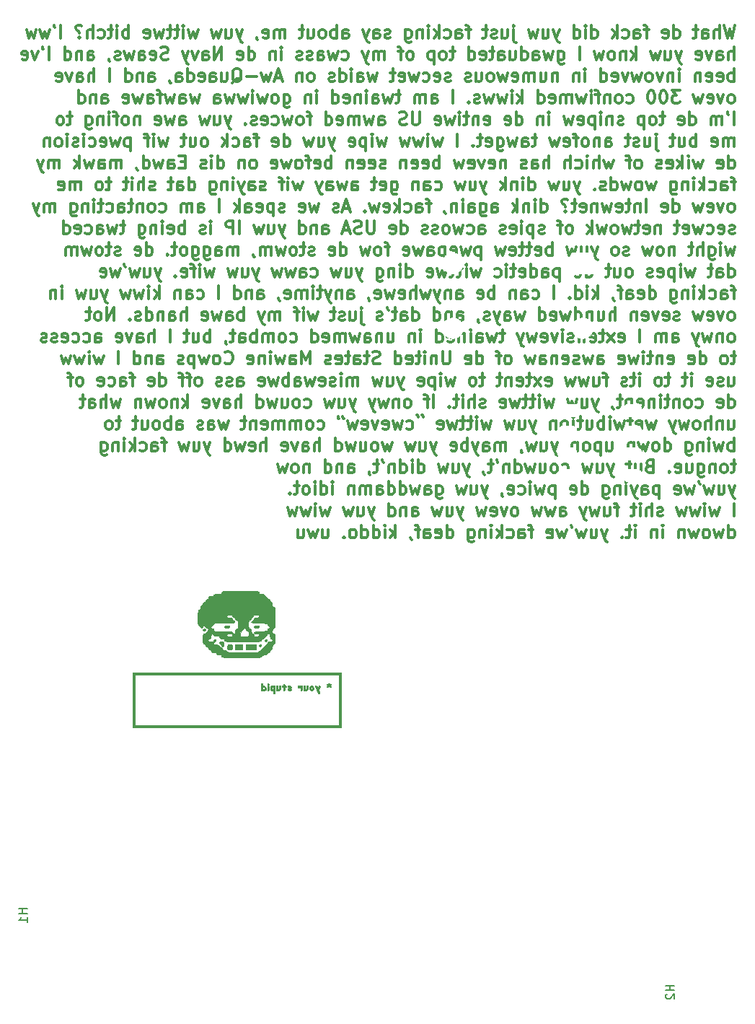
<source format=gbo>
%TF.GenerationSoftware,KiCad,Pcbnew,5.0.2+dfsg1-1*%
%TF.CreationDate,2022-01-02T18:45:16-08:00*%
%TF.ProjectId,brains,62726169-6e73-42e6-9b69-6361645f7063,rev?*%
%TF.SameCoordinates,Original*%
%TF.FileFunction,Legend,Bot*%
%TF.FilePolarity,Positive*%
%FSLAX46Y46*%
G04 Gerber Fmt 4.6, Leading zero omitted, Abs format (unit mm)*
G04 Created by KiCad (PCBNEW 5.0.2+dfsg1-1) date Sun 02 Jan 2022 06:45:16 PM PST*
%MOMM*%
%LPD*%
G01*
G04 APERTURE LIST*
%ADD10C,0.300000*%
%ADD11C,0.010000*%
%ADD12C,0.150000*%
%ADD13C,3.000000*%
%ADD14O,1.700000X1.700000*%
%ADD15R,1.700000X1.700000*%
%ADD16R,1.600000X1.600000*%
%ADD17O,1.600000X1.600000*%
%ADD18O,2.400000X1.600000*%
%ADD19R,2.400000X1.600000*%
%ADD20C,2.000000*%
%ADD21C,1.700000*%
%ADD22C,1.800000*%
%ADD23R,1.800000X1.800000*%
%ADD24C,8.600000*%
%ADD25C,0.900000*%
%ADD26O,1.524000X2.500000*%
%ADD27C,4.600000*%
%ADD28R,2.500000X2.500000*%
%ADD29C,2.500000*%
G04 APERTURE END LIST*
D10*
X189582714Y-46561571D02*
X189225571Y-48061571D01*
X188939857Y-46990142D01*
X188654142Y-48061571D01*
X188297000Y-46561571D01*
X187725571Y-48061571D02*
X187725571Y-46561571D01*
X187082714Y-48061571D02*
X187082714Y-47275857D01*
X187154142Y-47133000D01*
X187297000Y-47061571D01*
X187511285Y-47061571D01*
X187654142Y-47133000D01*
X187725571Y-47204428D01*
X185725571Y-48061571D02*
X185725571Y-47275857D01*
X185797000Y-47133000D01*
X185939857Y-47061571D01*
X186225571Y-47061571D01*
X186368428Y-47133000D01*
X185725571Y-47990142D02*
X185868428Y-48061571D01*
X186225571Y-48061571D01*
X186368428Y-47990142D01*
X186439857Y-47847285D01*
X186439857Y-47704428D01*
X186368428Y-47561571D01*
X186225571Y-47490142D01*
X185868428Y-47490142D01*
X185725571Y-47418714D01*
X185225571Y-47061571D02*
X184654142Y-47061571D01*
X185011285Y-46561571D02*
X185011285Y-47847285D01*
X184939857Y-47990142D01*
X184797000Y-48061571D01*
X184654142Y-48061571D01*
X182368428Y-48061571D02*
X182368428Y-46561571D01*
X182368428Y-47990142D02*
X182511285Y-48061571D01*
X182797000Y-48061571D01*
X182939857Y-47990142D01*
X183011285Y-47918714D01*
X183082714Y-47775857D01*
X183082714Y-47347285D01*
X183011285Y-47204428D01*
X182939857Y-47133000D01*
X182797000Y-47061571D01*
X182511285Y-47061571D01*
X182368428Y-47133000D01*
X181082714Y-47990142D02*
X181225571Y-48061571D01*
X181511285Y-48061571D01*
X181654142Y-47990142D01*
X181725571Y-47847285D01*
X181725571Y-47275857D01*
X181654142Y-47133000D01*
X181511285Y-47061571D01*
X181225571Y-47061571D01*
X181082714Y-47133000D01*
X181011285Y-47275857D01*
X181011285Y-47418714D01*
X181725571Y-47561571D01*
X179439857Y-47061571D02*
X178868428Y-47061571D01*
X179225571Y-48061571D02*
X179225571Y-46775857D01*
X179154142Y-46633000D01*
X179011285Y-46561571D01*
X178868428Y-46561571D01*
X177725571Y-48061571D02*
X177725571Y-47275857D01*
X177797000Y-47133000D01*
X177939857Y-47061571D01*
X178225571Y-47061571D01*
X178368428Y-47133000D01*
X177725571Y-47990142D02*
X177868428Y-48061571D01*
X178225571Y-48061571D01*
X178368428Y-47990142D01*
X178439857Y-47847285D01*
X178439857Y-47704428D01*
X178368428Y-47561571D01*
X178225571Y-47490142D01*
X177868428Y-47490142D01*
X177725571Y-47418714D01*
X176368428Y-47990142D02*
X176511285Y-48061571D01*
X176797000Y-48061571D01*
X176939857Y-47990142D01*
X177011285Y-47918714D01*
X177082714Y-47775857D01*
X177082714Y-47347285D01*
X177011285Y-47204428D01*
X176939857Y-47133000D01*
X176797000Y-47061571D01*
X176511285Y-47061571D01*
X176368428Y-47133000D01*
X175725571Y-48061571D02*
X175725571Y-46561571D01*
X175582714Y-47490142D02*
X175154142Y-48061571D01*
X175154142Y-47061571D02*
X175725571Y-47633000D01*
X172725571Y-48061571D02*
X172725571Y-46561571D01*
X172725571Y-47990142D02*
X172868428Y-48061571D01*
X173154142Y-48061571D01*
X173297000Y-47990142D01*
X173368428Y-47918714D01*
X173439857Y-47775857D01*
X173439857Y-47347285D01*
X173368428Y-47204428D01*
X173297000Y-47133000D01*
X173154142Y-47061571D01*
X172868428Y-47061571D01*
X172725571Y-47133000D01*
X172011285Y-48061571D02*
X172011285Y-47061571D01*
X172011285Y-46561571D02*
X172082714Y-46633000D01*
X172011285Y-46704428D01*
X171939857Y-46633000D01*
X172011285Y-46561571D01*
X172011285Y-46704428D01*
X170654142Y-48061571D02*
X170654142Y-46561571D01*
X170654142Y-47990142D02*
X170797000Y-48061571D01*
X171082714Y-48061571D01*
X171225571Y-47990142D01*
X171297000Y-47918714D01*
X171368428Y-47775857D01*
X171368428Y-47347285D01*
X171297000Y-47204428D01*
X171225571Y-47133000D01*
X171082714Y-47061571D01*
X170797000Y-47061571D01*
X170654142Y-47133000D01*
X168939857Y-47061571D02*
X168582714Y-48061571D01*
X168225571Y-47061571D02*
X168582714Y-48061571D01*
X168725571Y-48418714D01*
X168797000Y-48490142D01*
X168939857Y-48561571D01*
X167011285Y-47061571D02*
X167011285Y-48061571D01*
X167654142Y-47061571D02*
X167654142Y-47847285D01*
X167582714Y-47990142D01*
X167439857Y-48061571D01*
X167225571Y-48061571D01*
X167082714Y-47990142D01*
X167011285Y-47918714D01*
X166439857Y-47061571D02*
X166154142Y-48061571D01*
X165868428Y-47347285D01*
X165582714Y-48061571D01*
X165297000Y-47061571D01*
X163582714Y-47061571D02*
X163582714Y-48347285D01*
X163654142Y-48490142D01*
X163797000Y-48561571D01*
X163868428Y-48561571D01*
X163582714Y-46561571D02*
X163654142Y-46633000D01*
X163582714Y-46704428D01*
X163511285Y-46633000D01*
X163582714Y-46561571D01*
X163582714Y-46704428D01*
X162225571Y-47061571D02*
X162225571Y-48061571D01*
X162868428Y-47061571D02*
X162868428Y-47847285D01*
X162797000Y-47990142D01*
X162654142Y-48061571D01*
X162439857Y-48061571D01*
X162297000Y-47990142D01*
X162225571Y-47918714D01*
X161582714Y-47990142D02*
X161439857Y-48061571D01*
X161154142Y-48061571D01*
X161011285Y-47990142D01*
X160939857Y-47847285D01*
X160939857Y-47775857D01*
X161011285Y-47633000D01*
X161154142Y-47561571D01*
X161368428Y-47561571D01*
X161511285Y-47490142D01*
X161582714Y-47347285D01*
X161582714Y-47275857D01*
X161511285Y-47133000D01*
X161368428Y-47061571D01*
X161154142Y-47061571D01*
X161011285Y-47133000D01*
X160511285Y-47061571D02*
X159939857Y-47061571D01*
X160297000Y-46561571D02*
X160297000Y-47847285D01*
X160225571Y-47990142D01*
X160082714Y-48061571D01*
X159939857Y-48061571D01*
X158511285Y-47061571D02*
X157939857Y-47061571D01*
X158297000Y-48061571D02*
X158297000Y-46775857D01*
X158225571Y-46633000D01*
X158082714Y-46561571D01*
X157939857Y-46561571D01*
X156797000Y-48061571D02*
X156797000Y-47275857D01*
X156868428Y-47133000D01*
X157011285Y-47061571D01*
X157297000Y-47061571D01*
X157439857Y-47133000D01*
X156797000Y-47990142D02*
X156939857Y-48061571D01*
X157297000Y-48061571D01*
X157439857Y-47990142D01*
X157511285Y-47847285D01*
X157511285Y-47704428D01*
X157439857Y-47561571D01*
X157297000Y-47490142D01*
X156939857Y-47490142D01*
X156797000Y-47418714D01*
X155439857Y-47990142D02*
X155582714Y-48061571D01*
X155868428Y-48061571D01*
X156011285Y-47990142D01*
X156082714Y-47918714D01*
X156154142Y-47775857D01*
X156154142Y-47347285D01*
X156082714Y-47204428D01*
X156011285Y-47133000D01*
X155868428Y-47061571D01*
X155582714Y-47061571D01*
X155439857Y-47133000D01*
X154797000Y-48061571D02*
X154797000Y-46561571D01*
X154654142Y-47490142D02*
X154225571Y-48061571D01*
X154225571Y-47061571D02*
X154797000Y-47633000D01*
X153582714Y-48061571D02*
X153582714Y-47061571D01*
X153582714Y-46561571D02*
X153654142Y-46633000D01*
X153582714Y-46704428D01*
X153511285Y-46633000D01*
X153582714Y-46561571D01*
X153582714Y-46704428D01*
X152868428Y-47061571D02*
X152868428Y-48061571D01*
X152868428Y-47204428D02*
X152797000Y-47133000D01*
X152654142Y-47061571D01*
X152439857Y-47061571D01*
X152297000Y-47133000D01*
X152225571Y-47275857D01*
X152225571Y-48061571D01*
X150868428Y-47061571D02*
X150868428Y-48275857D01*
X150939857Y-48418714D01*
X151011285Y-48490142D01*
X151154142Y-48561571D01*
X151368428Y-48561571D01*
X151511285Y-48490142D01*
X150868428Y-47990142D02*
X151011285Y-48061571D01*
X151297000Y-48061571D01*
X151439857Y-47990142D01*
X151511285Y-47918714D01*
X151582714Y-47775857D01*
X151582714Y-47347285D01*
X151511285Y-47204428D01*
X151439857Y-47133000D01*
X151297000Y-47061571D01*
X151011285Y-47061571D01*
X150868428Y-47133000D01*
X149082714Y-47990142D02*
X148939857Y-48061571D01*
X148654142Y-48061571D01*
X148511285Y-47990142D01*
X148439857Y-47847285D01*
X148439857Y-47775857D01*
X148511285Y-47633000D01*
X148654142Y-47561571D01*
X148868428Y-47561571D01*
X149011285Y-47490142D01*
X149082714Y-47347285D01*
X149082714Y-47275857D01*
X149011285Y-47133000D01*
X148868428Y-47061571D01*
X148654142Y-47061571D01*
X148511285Y-47133000D01*
X147154142Y-48061571D02*
X147154142Y-47275857D01*
X147225571Y-47133000D01*
X147368428Y-47061571D01*
X147654142Y-47061571D01*
X147797000Y-47133000D01*
X147154142Y-47990142D02*
X147297000Y-48061571D01*
X147654142Y-48061571D01*
X147797000Y-47990142D01*
X147868428Y-47847285D01*
X147868428Y-47704428D01*
X147797000Y-47561571D01*
X147654142Y-47490142D01*
X147297000Y-47490142D01*
X147154142Y-47418714D01*
X146582714Y-47061571D02*
X146225571Y-48061571D01*
X145868428Y-47061571D02*
X146225571Y-48061571D01*
X146368428Y-48418714D01*
X146439857Y-48490142D01*
X146582714Y-48561571D01*
X143511285Y-48061571D02*
X143511285Y-47275857D01*
X143582714Y-47133000D01*
X143725571Y-47061571D01*
X144011285Y-47061571D01*
X144154142Y-47133000D01*
X143511285Y-47990142D02*
X143654142Y-48061571D01*
X144011285Y-48061571D01*
X144154142Y-47990142D01*
X144225571Y-47847285D01*
X144225571Y-47704428D01*
X144154142Y-47561571D01*
X144011285Y-47490142D01*
X143654142Y-47490142D01*
X143511285Y-47418714D01*
X142797000Y-48061571D02*
X142797000Y-46561571D01*
X142797000Y-47133000D02*
X142654142Y-47061571D01*
X142368428Y-47061571D01*
X142225571Y-47133000D01*
X142154142Y-47204428D01*
X142082714Y-47347285D01*
X142082714Y-47775857D01*
X142154142Y-47918714D01*
X142225571Y-47990142D01*
X142368428Y-48061571D01*
X142654142Y-48061571D01*
X142797000Y-47990142D01*
X141225571Y-48061571D02*
X141368428Y-47990142D01*
X141439857Y-47918714D01*
X141511285Y-47775857D01*
X141511285Y-47347285D01*
X141439857Y-47204428D01*
X141368428Y-47133000D01*
X141225571Y-47061571D01*
X141011285Y-47061571D01*
X140868428Y-47133000D01*
X140797000Y-47204428D01*
X140725571Y-47347285D01*
X140725571Y-47775857D01*
X140797000Y-47918714D01*
X140868428Y-47990142D01*
X141011285Y-48061571D01*
X141225571Y-48061571D01*
X139439857Y-47061571D02*
X139439857Y-48061571D01*
X140082714Y-47061571D02*
X140082714Y-47847285D01*
X140011285Y-47990142D01*
X139868428Y-48061571D01*
X139654142Y-48061571D01*
X139511285Y-47990142D01*
X139439857Y-47918714D01*
X138939857Y-47061571D02*
X138368428Y-47061571D01*
X138725571Y-46561571D02*
X138725571Y-47847285D01*
X138654142Y-47990142D01*
X138511285Y-48061571D01*
X138368428Y-48061571D01*
X136725571Y-48061571D02*
X136725571Y-47061571D01*
X136725571Y-47204428D02*
X136654142Y-47133000D01*
X136511285Y-47061571D01*
X136297000Y-47061571D01*
X136154142Y-47133000D01*
X136082714Y-47275857D01*
X136082714Y-48061571D01*
X136082714Y-47275857D02*
X136011285Y-47133000D01*
X135868428Y-47061571D01*
X135654142Y-47061571D01*
X135511285Y-47133000D01*
X135439857Y-47275857D01*
X135439857Y-48061571D01*
X134154142Y-47990142D02*
X134297000Y-48061571D01*
X134582714Y-48061571D01*
X134725571Y-47990142D01*
X134797000Y-47847285D01*
X134797000Y-47275857D01*
X134725571Y-47133000D01*
X134582714Y-47061571D01*
X134297000Y-47061571D01*
X134154142Y-47133000D01*
X134082714Y-47275857D01*
X134082714Y-47418714D01*
X134797000Y-47561571D01*
X133368428Y-47990142D02*
X133368428Y-48061571D01*
X133439857Y-48204428D01*
X133511285Y-48275857D01*
X131725571Y-47061571D02*
X131368428Y-48061571D01*
X131011285Y-47061571D02*
X131368428Y-48061571D01*
X131511285Y-48418714D01*
X131582714Y-48490142D01*
X131725571Y-48561571D01*
X129797000Y-47061571D02*
X129797000Y-48061571D01*
X130439857Y-47061571D02*
X130439857Y-47847285D01*
X130368428Y-47990142D01*
X130225571Y-48061571D01*
X130011285Y-48061571D01*
X129868428Y-47990142D01*
X129797000Y-47918714D01*
X129225571Y-47061571D02*
X128939857Y-48061571D01*
X128654142Y-47347285D01*
X128368428Y-48061571D01*
X128082714Y-47061571D01*
X126511285Y-47061571D02*
X126225571Y-48061571D01*
X125939857Y-47347285D01*
X125654142Y-48061571D01*
X125368428Y-47061571D01*
X124797000Y-48061571D02*
X124797000Y-47061571D01*
X124797000Y-46561571D02*
X124868428Y-46633000D01*
X124797000Y-46704428D01*
X124725571Y-46633000D01*
X124797000Y-46561571D01*
X124797000Y-46704428D01*
X124297000Y-47061571D02*
X123725571Y-47061571D01*
X124082714Y-46561571D02*
X124082714Y-47847285D01*
X124011285Y-47990142D01*
X123868428Y-48061571D01*
X123725571Y-48061571D01*
X123439857Y-47061571D02*
X122868428Y-47061571D01*
X123225571Y-46561571D02*
X123225571Y-47847285D01*
X123154142Y-47990142D01*
X123011285Y-48061571D01*
X122868428Y-48061571D01*
X122511285Y-47061571D02*
X122225571Y-48061571D01*
X121939857Y-47347285D01*
X121654142Y-48061571D01*
X121368428Y-47061571D01*
X120225571Y-47990142D02*
X120368428Y-48061571D01*
X120654142Y-48061571D01*
X120797000Y-47990142D01*
X120868428Y-47847285D01*
X120868428Y-47275857D01*
X120797000Y-47133000D01*
X120654142Y-47061571D01*
X120368428Y-47061571D01*
X120225571Y-47133000D01*
X120154142Y-47275857D01*
X120154142Y-47418714D01*
X120868428Y-47561571D01*
X118368428Y-48061571D02*
X118368428Y-46561571D01*
X118368428Y-47133000D02*
X118225571Y-47061571D01*
X117939857Y-47061571D01*
X117797000Y-47133000D01*
X117725571Y-47204428D01*
X117654142Y-47347285D01*
X117654142Y-47775857D01*
X117725571Y-47918714D01*
X117797000Y-47990142D01*
X117939857Y-48061571D01*
X118225571Y-48061571D01*
X118368428Y-47990142D01*
X117011285Y-48061571D02*
X117011285Y-47061571D01*
X117011285Y-46561571D02*
X117082714Y-46633000D01*
X117011285Y-46704428D01*
X116939857Y-46633000D01*
X117011285Y-46561571D01*
X117011285Y-46704428D01*
X116511285Y-47061571D02*
X115939857Y-47061571D01*
X116297000Y-46561571D02*
X116297000Y-47847285D01*
X116225571Y-47990142D01*
X116082714Y-48061571D01*
X115939857Y-48061571D01*
X114797000Y-47990142D02*
X114939857Y-48061571D01*
X115225571Y-48061571D01*
X115368428Y-47990142D01*
X115439857Y-47918714D01*
X115511285Y-47775857D01*
X115511285Y-47347285D01*
X115439857Y-47204428D01*
X115368428Y-47133000D01*
X115225571Y-47061571D01*
X114939857Y-47061571D01*
X114797000Y-47133000D01*
X114154142Y-48061571D02*
X114154142Y-46561571D01*
X113511285Y-48061571D02*
X113511285Y-47275857D01*
X113582714Y-47133000D01*
X113725571Y-47061571D01*
X113939857Y-47061571D01*
X114082714Y-47133000D01*
X114154142Y-47204428D01*
X112582714Y-47918714D02*
X112511285Y-47990142D01*
X112582714Y-48061571D01*
X112654142Y-47990142D01*
X112582714Y-47918714D01*
X112582714Y-48061571D01*
X112868428Y-46633000D02*
X112725571Y-46561571D01*
X112368428Y-46561571D01*
X112225571Y-46633000D01*
X112154142Y-46775857D01*
X112154142Y-46918714D01*
X112225571Y-47061571D01*
X112297000Y-47133000D01*
X112439857Y-47204428D01*
X112511285Y-47275857D01*
X112582714Y-47418714D01*
X112582714Y-47490142D01*
X110368428Y-48061571D02*
X110368428Y-46561571D01*
X109582714Y-46561571D02*
X109582714Y-46633000D01*
X109654142Y-46775857D01*
X109725571Y-46847285D01*
X109082714Y-47061571D02*
X108797000Y-48061571D01*
X108511285Y-47347285D01*
X108225571Y-48061571D01*
X107939857Y-47061571D01*
X107511285Y-47061571D02*
X107225571Y-48061571D01*
X106939857Y-47347285D01*
X106654142Y-48061571D01*
X106368428Y-47061571D01*
X189439857Y-50611571D02*
X189439857Y-49111571D01*
X188797000Y-50611571D02*
X188797000Y-49825857D01*
X188868428Y-49683000D01*
X189011285Y-49611571D01*
X189225571Y-49611571D01*
X189368428Y-49683000D01*
X189439857Y-49754428D01*
X187439857Y-50611571D02*
X187439857Y-49825857D01*
X187511285Y-49683000D01*
X187654142Y-49611571D01*
X187939857Y-49611571D01*
X188082714Y-49683000D01*
X187439857Y-50540142D02*
X187582714Y-50611571D01*
X187939857Y-50611571D01*
X188082714Y-50540142D01*
X188154142Y-50397285D01*
X188154142Y-50254428D01*
X188082714Y-50111571D01*
X187939857Y-50040142D01*
X187582714Y-50040142D01*
X187439857Y-49968714D01*
X186868428Y-49611571D02*
X186511285Y-50611571D01*
X186154142Y-49611571D01*
X185011285Y-50540142D02*
X185154142Y-50611571D01*
X185439857Y-50611571D01*
X185582714Y-50540142D01*
X185654142Y-50397285D01*
X185654142Y-49825857D01*
X185582714Y-49683000D01*
X185439857Y-49611571D01*
X185154142Y-49611571D01*
X185011285Y-49683000D01*
X184939857Y-49825857D01*
X184939857Y-49968714D01*
X185654142Y-50111571D01*
X183297000Y-49611571D02*
X182939857Y-50611571D01*
X182582714Y-49611571D02*
X182939857Y-50611571D01*
X183082714Y-50968714D01*
X183154142Y-51040142D01*
X183297000Y-51111571D01*
X181368428Y-49611571D02*
X181368428Y-50611571D01*
X182011285Y-49611571D02*
X182011285Y-50397285D01*
X181939857Y-50540142D01*
X181797000Y-50611571D01*
X181582714Y-50611571D01*
X181439857Y-50540142D01*
X181368428Y-50468714D01*
X180797000Y-49611571D02*
X180511285Y-50611571D01*
X180225571Y-49897285D01*
X179939857Y-50611571D01*
X179654142Y-49611571D01*
X177939857Y-50611571D02*
X177939857Y-49111571D01*
X177797000Y-50040142D02*
X177368428Y-50611571D01*
X177368428Y-49611571D02*
X177939857Y-50183000D01*
X176725571Y-49611571D02*
X176725571Y-50611571D01*
X176725571Y-49754428D02*
X176654142Y-49683000D01*
X176511285Y-49611571D01*
X176297000Y-49611571D01*
X176154142Y-49683000D01*
X176082714Y-49825857D01*
X176082714Y-50611571D01*
X175154142Y-50611571D02*
X175297000Y-50540142D01*
X175368428Y-50468714D01*
X175439857Y-50325857D01*
X175439857Y-49897285D01*
X175368428Y-49754428D01*
X175297000Y-49683000D01*
X175154142Y-49611571D01*
X174939857Y-49611571D01*
X174797000Y-49683000D01*
X174725571Y-49754428D01*
X174654142Y-49897285D01*
X174654142Y-50325857D01*
X174725571Y-50468714D01*
X174797000Y-50540142D01*
X174939857Y-50611571D01*
X175154142Y-50611571D01*
X174154142Y-49611571D02*
X173868428Y-50611571D01*
X173582714Y-49897285D01*
X173297000Y-50611571D01*
X173011285Y-49611571D01*
X171297000Y-50611571D02*
X171297000Y-49111571D01*
X168797000Y-49611571D02*
X168797000Y-50825857D01*
X168868428Y-50968714D01*
X168939857Y-51040142D01*
X169082714Y-51111571D01*
X169297000Y-51111571D01*
X169439857Y-51040142D01*
X168797000Y-50540142D02*
X168939857Y-50611571D01*
X169225571Y-50611571D01*
X169368428Y-50540142D01*
X169439857Y-50468714D01*
X169511285Y-50325857D01*
X169511285Y-49897285D01*
X169439857Y-49754428D01*
X169368428Y-49683000D01*
X169225571Y-49611571D01*
X168939857Y-49611571D01*
X168797000Y-49683000D01*
X168225571Y-49611571D02*
X167939857Y-50611571D01*
X167654142Y-49897285D01*
X167368428Y-50611571D01*
X167082714Y-49611571D01*
X165868428Y-50611571D02*
X165868428Y-49825857D01*
X165939857Y-49683000D01*
X166082714Y-49611571D01*
X166368428Y-49611571D01*
X166511285Y-49683000D01*
X165868428Y-50540142D02*
X166011285Y-50611571D01*
X166368428Y-50611571D01*
X166511285Y-50540142D01*
X166582714Y-50397285D01*
X166582714Y-50254428D01*
X166511285Y-50111571D01*
X166368428Y-50040142D01*
X166011285Y-50040142D01*
X165868428Y-49968714D01*
X164511285Y-50611571D02*
X164511285Y-49111571D01*
X164511285Y-50540142D02*
X164654142Y-50611571D01*
X164939857Y-50611571D01*
X165082714Y-50540142D01*
X165154142Y-50468714D01*
X165225571Y-50325857D01*
X165225571Y-49897285D01*
X165154142Y-49754428D01*
X165082714Y-49683000D01*
X164939857Y-49611571D01*
X164654142Y-49611571D01*
X164511285Y-49683000D01*
X163154142Y-49611571D02*
X163154142Y-50611571D01*
X163797000Y-49611571D02*
X163797000Y-50397285D01*
X163725571Y-50540142D01*
X163582714Y-50611571D01*
X163368428Y-50611571D01*
X163225571Y-50540142D01*
X163154142Y-50468714D01*
X161797000Y-50611571D02*
X161797000Y-49825857D01*
X161868428Y-49683000D01*
X162011285Y-49611571D01*
X162297000Y-49611571D01*
X162439857Y-49683000D01*
X161797000Y-50540142D02*
X161939857Y-50611571D01*
X162297000Y-50611571D01*
X162439857Y-50540142D01*
X162511285Y-50397285D01*
X162511285Y-50254428D01*
X162439857Y-50111571D01*
X162297000Y-50040142D01*
X161939857Y-50040142D01*
X161797000Y-49968714D01*
X161297000Y-49611571D02*
X160725571Y-49611571D01*
X161082714Y-49111571D02*
X161082714Y-50397285D01*
X161011285Y-50540142D01*
X160868428Y-50611571D01*
X160725571Y-50611571D01*
X159654142Y-50540142D02*
X159797000Y-50611571D01*
X160082714Y-50611571D01*
X160225571Y-50540142D01*
X160297000Y-50397285D01*
X160297000Y-49825857D01*
X160225571Y-49683000D01*
X160082714Y-49611571D01*
X159797000Y-49611571D01*
X159654142Y-49683000D01*
X159582714Y-49825857D01*
X159582714Y-49968714D01*
X160297000Y-50111571D01*
X158297000Y-50611571D02*
X158297000Y-49111571D01*
X158297000Y-50540142D02*
X158439857Y-50611571D01*
X158725571Y-50611571D01*
X158868428Y-50540142D01*
X158939857Y-50468714D01*
X159011285Y-50325857D01*
X159011285Y-49897285D01*
X158939857Y-49754428D01*
X158868428Y-49683000D01*
X158725571Y-49611571D01*
X158439857Y-49611571D01*
X158297000Y-49683000D01*
X156654142Y-49611571D02*
X156082714Y-49611571D01*
X156439857Y-49111571D02*
X156439857Y-50397285D01*
X156368428Y-50540142D01*
X156225571Y-50611571D01*
X156082714Y-50611571D01*
X155368428Y-50611571D02*
X155511285Y-50540142D01*
X155582714Y-50468714D01*
X155654142Y-50325857D01*
X155654142Y-49897285D01*
X155582714Y-49754428D01*
X155511285Y-49683000D01*
X155368428Y-49611571D01*
X155154142Y-49611571D01*
X155011285Y-49683000D01*
X154939857Y-49754428D01*
X154868428Y-49897285D01*
X154868428Y-50325857D01*
X154939857Y-50468714D01*
X155011285Y-50540142D01*
X155154142Y-50611571D01*
X155368428Y-50611571D01*
X154225571Y-49611571D02*
X154225571Y-51111571D01*
X154225571Y-49683000D02*
X154082714Y-49611571D01*
X153797000Y-49611571D01*
X153654142Y-49683000D01*
X153582714Y-49754428D01*
X153511285Y-49897285D01*
X153511285Y-50325857D01*
X153582714Y-50468714D01*
X153654142Y-50540142D01*
X153797000Y-50611571D01*
X154082714Y-50611571D01*
X154225571Y-50540142D01*
X151511285Y-50611571D02*
X151654142Y-50540142D01*
X151725571Y-50468714D01*
X151797000Y-50325857D01*
X151797000Y-49897285D01*
X151725571Y-49754428D01*
X151654142Y-49683000D01*
X151511285Y-49611571D01*
X151297000Y-49611571D01*
X151154142Y-49683000D01*
X151082714Y-49754428D01*
X151011285Y-49897285D01*
X151011285Y-50325857D01*
X151082714Y-50468714D01*
X151154142Y-50540142D01*
X151297000Y-50611571D01*
X151511285Y-50611571D01*
X150582714Y-49611571D02*
X150011285Y-49611571D01*
X150368428Y-50611571D02*
X150368428Y-49325857D01*
X150297000Y-49183000D01*
X150154142Y-49111571D01*
X150011285Y-49111571D01*
X148368428Y-50611571D02*
X148368428Y-49611571D01*
X148368428Y-49754428D02*
X148297000Y-49683000D01*
X148154142Y-49611571D01*
X147939857Y-49611571D01*
X147797000Y-49683000D01*
X147725571Y-49825857D01*
X147725571Y-50611571D01*
X147725571Y-49825857D02*
X147654142Y-49683000D01*
X147511285Y-49611571D01*
X147297000Y-49611571D01*
X147154142Y-49683000D01*
X147082714Y-49825857D01*
X147082714Y-50611571D01*
X146511285Y-49611571D02*
X146154142Y-50611571D01*
X145797000Y-49611571D02*
X146154142Y-50611571D01*
X146297000Y-50968714D01*
X146368428Y-51040142D01*
X146511285Y-51111571D01*
X143439857Y-50540142D02*
X143582714Y-50611571D01*
X143868428Y-50611571D01*
X144011285Y-50540142D01*
X144082714Y-50468714D01*
X144154142Y-50325857D01*
X144154142Y-49897285D01*
X144082714Y-49754428D01*
X144011285Y-49683000D01*
X143868428Y-49611571D01*
X143582714Y-49611571D01*
X143439857Y-49683000D01*
X142939857Y-49611571D02*
X142654142Y-50611571D01*
X142368428Y-49897285D01*
X142082714Y-50611571D01*
X141797000Y-49611571D01*
X140582714Y-50611571D02*
X140582714Y-49825857D01*
X140654142Y-49683000D01*
X140797000Y-49611571D01*
X141082714Y-49611571D01*
X141225571Y-49683000D01*
X140582714Y-50540142D02*
X140725571Y-50611571D01*
X141082714Y-50611571D01*
X141225571Y-50540142D01*
X141297000Y-50397285D01*
X141297000Y-50254428D01*
X141225571Y-50111571D01*
X141082714Y-50040142D01*
X140725571Y-50040142D01*
X140582714Y-49968714D01*
X139939857Y-50540142D02*
X139797000Y-50611571D01*
X139511285Y-50611571D01*
X139368428Y-50540142D01*
X139297000Y-50397285D01*
X139297000Y-50325857D01*
X139368428Y-50183000D01*
X139511285Y-50111571D01*
X139725571Y-50111571D01*
X139868428Y-50040142D01*
X139939857Y-49897285D01*
X139939857Y-49825857D01*
X139868428Y-49683000D01*
X139725571Y-49611571D01*
X139511285Y-49611571D01*
X139368428Y-49683000D01*
X138725571Y-50540142D02*
X138582714Y-50611571D01*
X138297000Y-50611571D01*
X138154142Y-50540142D01*
X138082714Y-50397285D01*
X138082714Y-50325857D01*
X138154142Y-50183000D01*
X138297000Y-50111571D01*
X138511285Y-50111571D01*
X138654142Y-50040142D01*
X138725571Y-49897285D01*
X138725571Y-49825857D01*
X138654142Y-49683000D01*
X138511285Y-49611571D01*
X138297000Y-49611571D01*
X138154142Y-49683000D01*
X136297000Y-50611571D02*
X136297000Y-49611571D01*
X136297000Y-49111571D02*
X136368428Y-49183000D01*
X136297000Y-49254428D01*
X136225571Y-49183000D01*
X136297000Y-49111571D01*
X136297000Y-49254428D01*
X135582714Y-49611571D02*
X135582714Y-50611571D01*
X135582714Y-49754428D02*
X135511285Y-49683000D01*
X135368428Y-49611571D01*
X135154142Y-49611571D01*
X135011285Y-49683000D01*
X134939857Y-49825857D01*
X134939857Y-50611571D01*
X132439857Y-50611571D02*
X132439857Y-49111571D01*
X132439857Y-50540142D02*
X132582714Y-50611571D01*
X132868428Y-50611571D01*
X133011285Y-50540142D01*
X133082714Y-50468714D01*
X133154142Y-50325857D01*
X133154142Y-49897285D01*
X133082714Y-49754428D01*
X133011285Y-49683000D01*
X132868428Y-49611571D01*
X132582714Y-49611571D01*
X132439857Y-49683000D01*
X131154142Y-50540142D02*
X131297000Y-50611571D01*
X131582714Y-50611571D01*
X131725571Y-50540142D01*
X131797000Y-50397285D01*
X131797000Y-49825857D01*
X131725571Y-49683000D01*
X131582714Y-49611571D01*
X131297000Y-49611571D01*
X131154142Y-49683000D01*
X131082714Y-49825857D01*
X131082714Y-49968714D01*
X131797000Y-50111571D01*
X129297000Y-50611571D02*
X129297000Y-49111571D01*
X128439857Y-50611571D01*
X128439857Y-49111571D01*
X127082714Y-50611571D02*
X127082714Y-49825857D01*
X127154142Y-49683000D01*
X127297000Y-49611571D01*
X127582714Y-49611571D01*
X127725571Y-49683000D01*
X127082714Y-50540142D02*
X127225571Y-50611571D01*
X127582714Y-50611571D01*
X127725571Y-50540142D01*
X127797000Y-50397285D01*
X127797000Y-50254428D01*
X127725571Y-50111571D01*
X127582714Y-50040142D01*
X127225571Y-50040142D01*
X127082714Y-49968714D01*
X126511285Y-49611571D02*
X126154142Y-50611571D01*
X125797000Y-49611571D01*
X125368428Y-49611571D02*
X125011285Y-50611571D01*
X124654142Y-49611571D02*
X125011285Y-50611571D01*
X125154142Y-50968714D01*
X125225571Y-51040142D01*
X125368428Y-51111571D01*
X123011285Y-50540142D02*
X122797000Y-50611571D01*
X122439857Y-50611571D01*
X122297000Y-50540142D01*
X122225571Y-50468714D01*
X122154142Y-50325857D01*
X122154142Y-50183000D01*
X122225571Y-50040142D01*
X122297000Y-49968714D01*
X122439857Y-49897285D01*
X122725571Y-49825857D01*
X122868428Y-49754428D01*
X122939857Y-49683000D01*
X123011285Y-49540142D01*
X123011285Y-49397285D01*
X122939857Y-49254428D01*
X122868428Y-49183000D01*
X122725571Y-49111571D01*
X122368428Y-49111571D01*
X122154142Y-49183000D01*
X120939857Y-50540142D02*
X121082714Y-50611571D01*
X121368428Y-50611571D01*
X121511285Y-50540142D01*
X121582714Y-50397285D01*
X121582714Y-49825857D01*
X121511285Y-49683000D01*
X121368428Y-49611571D01*
X121082714Y-49611571D01*
X120939857Y-49683000D01*
X120868428Y-49825857D01*
X120868428Y-49968714D01*
X121582714Y-50111571D01*
X119582714Y-50611571D02*
X119582714Y-49825857D01*
X119654142Y-49683000D01*
X119797000Y-49611571D01*
X120082714Y-49611571D01*
X120225571Y-49683000D01*
X119582714Y-50540142D02*
X119725571Y-50611571D01*
X120082714Y-50611571D01*
X120225571Y-50540142D01*
X120297000Y-50397285D01*
X120297000Y-50254428D01*
X120225571Y-50111571D01*
X120082714Y-50040142D01*
X119725571Y-50040142D01*
X119582714Y-49968714D01*
X119011285Y-49611571D02*
X118725571Y-50611571D01*
X118439857Y-49897285D01*
X118154142Y-50611571D01*
X117868428Y-49611571D01*
X117368428Y-50540142D02*
X117225571Y-50611571D01*
X116939857Y-50611571D01*
X116797000Y-50540142D01*
X116725571Y-50397285D01*
X116725571Y-50325857D01*
X116797000Y-50183000D01*
X116939857Y-50111571D01*
X117154142Y-50111571D01*
X117297000Y-50040142D01*
X117368428Y-49897285D01*
X117368428Y-49825857D01*
X117297000Y-49683000D01*
X117154142Y-49611571D01*
X116939857Y-49611571D01*
X116797000Y-49683000D01*
X116011285Y-50540142D02*
X116011285Y-50611571D01*
X116082714Y-50754428D01*
X116154142Y-50825857D01*
X113582714Y-50611571D02*
X113582714Y-49825857D01*
X113654142Y-49683000D01*
X113797000Y-49611571D01*
X114082714Y-49611571D01*
X114225571Y-49683000D01*
X113582714Y-50540142D02*
X113725571Y-50611571D01*
X114082714Y-50611571D01*
X114225571Y-50540142D01*
X114297000Y-50397285D01*
X114297000Y-50254428D01*
X114225571Y-50111571D01*
X114082714Y-50040142D01*
X113725571Y-50040142D01*
X113582714Y-49968714D01*
X112868428Y-49611571D02*
X112868428Y-50611571D01*
X112868428Y-49754428D02*
X112797000Y-49683000D01*
X112654142Y-49611571D01*
X112439857Y-49611571D01*
X112297000Y-49683000D01*
X112225571Y-49825857D01*
X112225571Y-50611571D01*
X110868428Y-50611571D02*
X110868428Y-49111571D01*
X110868428Y-50540142D02*
X111011285Y-50611571D01*
X111297000Y-50611571D01*
X111439857Y-50540142D01*
X111511285Y-50468714D01*
X111582714Y-50325857D01*
X111582714Y-49897285D01*
X111511285Y-49754428D01*
X111439857Y-49683000D01*
X111297000Y-49611571D01*
X111011285Y-49611571D01*
X110868428Y-49683000D01*
X109011285Y-50611571D02*
X109011285Y-49111571D01*
X108225571Y-49111571D02*
X108225571Y-49183000D01*
X108297000Y-49325857D01*
X108368428Y-49397285D01*
X107725571Y-49611571D02*
X107368428Y-50611571D01*
X107011285Y-49611571D01*
X105868428Y-50540142D02*
X106011285Y-50611571D01*
X106297000Y-50611571D01*
X106439857Y-50540142D01*
X106511285Y-50397285D01*
X106511285Y-49825857D01*
X106439857Y-49683000D01*
X106297000Y-49611571D01*
X106011285Y-49611571D01*
X105868428Y-49683000D01*
X105797000Y-49825857D01*
X105797000Y-49968714D01*
X106511285Y-50111571D01*
X189439857Y-53161571D02*
X189439857Y-51661571D01*
X189439857Y-52233000D02*
X189297000Y-52161571D01*
X189011285Y-52161571D01*
X188868428Y-52233000D01*
X188797000Y-52304428D01*
X188725571Y-52447285D01*
X188725571Y-52875857D01*
X188797000Y-53018714D01*
X188868428Y-53090142D01*
X189011285Y-53161571D01*
X189297000Y-53161571D01*
X189439857Y-53090142D01*
X187511285Y-53090142D02*
X187654142Y-53161571D01*
X187939857Y-53161571D01*
X188082714Y-53090142D01*
X188154142Y-52947285D01*
X188154142Y-52375857D01*
X188082714Y-52233000D01*
X187939857Y-52161571D01*
X187654142Y-52161571D01*
X187511285Y-52233000D01*
X187439857Y-52375857D01*
X187439857Y-52518714D01*
X188154142Y-52661571D01*
X186225571Y-53090142D02*
X186368428Y-53161571D01*
X186654142Y-53161571D01*
X186797000Y-53090142D01*
X186868428Y-52947285D01*
X186868428Y-52375857D01*
X186797000Y-52233000D01*
X186654142Y-52161571D01*
X186368428Y-52161571D01*
X186225571Y-52233000D01*
X186154142Y-52375857D01*
X186154142Y-52518714D01*
X186868428Y-52661571D01*
X185511285Y-52161571D02*
X185511285Y-53161571D01*
X185511285Y-52304428D02*
X185439857Y-52233000D01*
X185297000Y-52161571D01*
X185082714Y-52161571D01*
X184939857Y-52233000D01*
X184868428Y-52375857D01*
X184868428Y-53161571D01*
X183011285Y-53161571D02*
X183011285Y-52161571D01*
X183011285Y-51661571D02*
X183082714Y-51733000D01*
X183011285Y-51804428D01*
X182939857Y-51733000D01*
X183011285Y-51661571D01*
X183011285Y-51804428D01*
X182297000Y-52161571D02*
X182297000Y-53161571D01*
X182297000Y-52304428D02*
X182225571Y-52233000D01*
X182082714Y-52161571D01*
X181868428Y-52161571D01*
X181725571Y-52233000D01*
X181654142Y-52375857D01*
X181654142Y-53161571D01*
X181082714Y-52161571D02*
X180725571Y-53161571D01*
X180368428Y-52161571D01*
X179582714Y-53161571D02*
X179725571Y-53090142D01*
X179797000Y-53018714D01*
X179868428Y-52875857D01*
X179868428Y-52447285D01*
X179797000Y-52304428D01*
X179725571Y-52233000D01*
X179582714Y-52161571D01*
X179368428Y-52161571D01*
X179225571Y-52233000D01*
X179154142Y-52304428D01*
X179082714Y-52447285D01*
X179082714Y-52875857D01*
X179154142Y-53018714D01*
X179225571Y-53090142D01*
X179368428Y-53161571D01*
X179582714Y-53161571D01*
X178582714Y-52161571D02*
X178297000Y-53161571D01*
X178011285Y-52447285D01*
X177725571Y-53161571D01*
X177439857Y-52161571D01*
X177011285Y-52161571D02*
X176654142Y-53161571D01*
X176297000Y-52161571D01*
X175154142Y-53090142D02*
X175297000Y-53161571D01*
X175582714Y-53161571D01*
X175725571Y-53090142D01*
X175797000Y-52947285D01*
X175797000Y-52375857D01*
X175725571Y-52233000D01*
X175582714Y-52161571D01*
X175297000Y-52161571D01*
X175154142Y-52233000D01*
X175082714Y-52375857D01*
X175082714Y-52518714D01*
X175797000Y-52661571D01*
X173797000Y-53161571D02*
X173797000Y-51661571D01*
X173797000Y-53090142D02*
X173939857Y-53161571D01*
X174225571Y-53161571D01*
X174368428Y-53090142D01*
X174439857Y-53018714D01*
X174511285Y-52875857D01*
X174511285Y-52447285D01*
X174439857Y-52304428D01*
X174368428Y-52233000D01*
X174225571Y-52161571D01*
X173939857Y-52161571D01*
X173797000Y-52233000D01*
X171939857Y-53161571D02*
X171939857Y-52161571D01*
X171939857Y-51661571D02*
X172011285Y-51733000D01*
X171939857Y-51804428D01*
X171868428Y-51733000D01*
X171939857Y-51661571D01*
X171939857Y-51804428D01*
X171225571Y-52161571D02*
X171225571Y-53161571D01*
X171225571Y-52304428D02*
X171154142Y-52233000D01*
X171011285Y-52161571D01*
X170797000Y-52161571D01*
X170654142Y-52233000D01*
X170582714Y-52375857D01*
X170582714Y-53161571D01*
X168725571Y-52161571D02*
X168725571Y-53161571D01*
X168725571Y-52304428D02*
X168654142Y-52233000D01*
X168511285Y-52161571D01*
X168297000Y-52161571D01*
X168154142Y-52233000D01*
X168082714Y-52375857D01*
X168082714Y-53161571D01*
X166725571Y-52161571D02*
X166725571Y-53161571D01*
X167368428Y-52161571D02*
X167368428Y-52947285D01*
X167297000Y-53090142D01*
X167154142Y-53161571D01*
X166939857Y-53161571D01*
X166797000Y-53090142D01*
X166725571Y-53018714D01*
X166011285Y-53161571D02*
X166011285Y-52161571D01*
X166011285Y-52304428D02*
X165939857Y-52233000D01*
X165797000Y-52161571D01*
X165582714Y-52161571D01*
X165439857Y-52233000D01*
X165368428Y-52375857D01*
X165368428Y-53161571D01*
X165368428Y-52375857D02*
X165297000Y-52233000D01*
X165154142Y-52161571D01*
X164939857Y-52161571D01*
X164797000Y-52233000D01*
X164725571Y-52375857D01*
X164725571Y-53161571D01*
X163439857Y-53090142D02*
X163582714Y-53161571D01*
X163868428Y-53161571D01*
X164011285Y-53090142D01*
X164082714Y-52947285D01*
X164082714Y-52375857D01*
X164011285Y-52233000D01*
X163868428Y-52161571D01*
X163582714Y-52161571D01*
X163439857Y-52233000D01*
X163368428Y-52375857D01*
X163368428Y-52518714D01*
X164082714Y-52661571D01*
X162868428Y-52161571D02*
X162582714Y-53161571D01*
X162297000Y-52447285D01*
X162011285Y-53161571D01*
X161725571Y-52161571D01*
X160939857Y-53161571D02*
X161082714Y-53090142D01*
X161154142Y-53018714D01*
X161225571Y-52875857D01*
X161225571Y-52447285D01*
X161154142Y-52304428D01*
X161082714Y-52233000D01*
X160939857Y-52161571D01*
X160725571Y-52161571D01*
X160582714Y-52233000D01*
X160511285Y-52304428D01*
X160439857Y-52447285D01*
X160439857Y-52875857D01*
X160511285Y-53018714D01*
X160582714Y-53090142D01*
X160725571Y-53161571D01*
X160939857Y-53161571D01*
X159154142Y-52161571D02*
X159154142Y-53161571D01*
X159797000Y-52161571D02*
X159797000Y-52947285D01*
X159725571Y-53090142D01*
X159582714Y-53161571D01*
X159368428Y-53161571D01*
X159225571Y-53090142D01*
X159154142Y-53018714D01*
X158511285Y-53090142D02*
X158368428Y-53161571D01*
X158082714Y-53161571D01*
X157939857Y-53090142D01*
X157868428Y-52947285D01*
X157868428Y-52875857D01*
X157939857Y-52733000D01*
X158082714Y-52661571D01*
X158297000Y-52661571D01*
X158439857Y-52590142D01*
X158511285Y-52447285D01*
X158511285Y-52375857D01*
X158439857Y-52233000D01*
X158297000Y-52161571D01*
X158082714Y-52161571D01*
X157939857Y-52233000D01*
X156154142Y-53090142D02*
X156011285Y-53161571D01*
X155725571Y-53161571D01*
X155582714Y-53090142D01*
X155511285Y-52947285D01*
X155511285Y-52875857D01*
X155582714Y-52733000D01*
X155725571Y-52661571D01*
X155939857Y-52661571D01*
X156082714Y-52590142D01*
X156154142Y-52447285D01*
X156154142Y-52375857D01*
X156082714Y-52233000D01*
X155939857Y-52161571D01*
X155725571Y-52161571D01*
X155582714Y-52233000D01*
X154297000Y-53090142D02*
X154439857Y-53161571D01*
X154725571Y-53161571D01*
X154868428Y-53090142D01*
X154939857Y-52947285D01*
X154939857Y-52375857D01*
X154868428Y-52233000D01*
X154725571Y-52161571D01*
X154439857Y-52161571D01*
X154297000Y-52233000D01*
X154225571Y-52375857D01*
X154225571Y-52518714D01*
X154939857Y-52661571D01*
X152939857Y-53090142D02*
X153082714Y-53161571D01*
X153368428Y-53161571D01*
X153511285Y-53090142D01*
X153582714Y-53018714D01*
X153654142Y-52875857D01*
X153654142Y-52447285D01*
X153582714Y-52304428D01*
X153511285Y-52233000D01*
X153368428Y-52161571D01*
X153082714Y-52161571D01*
X152939857Y-52233000D01*
X152439857Y-52161571D02*
X152154142Y-53161571D01*
X151868428Y-52447285D01*
X151582714Y-53161571D01*
X151297000Y-52161571D01*
X150154142Y-53090142D02*
X150297000Y-53161571D01*
X150582714Y-53161571D01*
X150725571Y-53090142D01*
X150797000Y-52947285D01*
X150797000Y-52375857D01*
X150725571Y-52233000D01*
X150582714Y-52161571D01*
X150297000Y-52161571D01*
X150154142Y-52233000D01*
X150082714Y-52375857D01*
X150082714Y-52518714D01*
X150797000Y-52661571D01*
X149654142Y-52161571D02*
X149082714Y-52161571D01*
X149439857Y-51661571D02*
X149439857Y-52947285D01*
X149368428Y-53090142D01*
X149225571Y-53161571D01*
X149082714Y-53161571D01*
X147582714Y-52161571D02*
X147297000Y-53161571D01*
X147011285Y-52447285D01*
X146725571Y-53161571D01*
X146439857Y-52161571D01*
X145225571Y-53161571D02*
X145225571Y-52375857D01*
X145297000Y-52233000D01*
X145439857Y-52161571D01*
X145725571Y-52161571D01*
X145868428Y-52233000D01*
X145225571Y-53090142D02*
X145368428Y-53161571D01*
X145725571Y-53161571D01*
X145868428Y-53090142D01*
X145939857Y-52947285D01*
X145939857Y-52804428D01*
X145868428Y-52661571D01*
X145725571Y-52590142D01*
X145368428Y-52590142D01*
X145225571Y-52518714D01*
X144511285Y-53161571D02*
X144511285Y-52161571D01*
X144511285Y-51661571D02*
X144582714Y-51733000D01*
X144511285Y-51804428D01*
X144439857Y-51733000D01*
X144511285Y-51661571D01*
X144511285Y-51804428D01*
X143154142Y-53161571D02*
X143154142Y-51661571D01*
X143154142Y-53090142D02*
X143297000Y-53161571D01*
X143582714Y-53161571D01*
X143725571Y-53090142D01*
X143797000Y-53018714D01*
X143868428Y-52875857D01*
X143868428Y-52447285D01*
X143797000Y-52304428D01*
X143725571Y-52233000D01*
X143582714Y-52161571D01*
X143297000Y-52161571D01*
X143154142Y-52233000D01*
X142511285Y-53090142D02*
X142368428Y-53161571D01*
X142082714Y-53161571D01*
X141939857Y-53090142D01*
X141868428Y-52947285D01*
X141868428Y-52875857D01*
X141939857Y-52733000D01*
X142082714Y-52661571D01*
X142297000Y-52661571D01*
X142439857Y-52590142D01*
X142511285Y-52447285D01*
X142511285Y-52375857D01*
X142439857Y-52233000D01*
X142297000Y-52161571D01*
X142082714Y-52161571D01*
X141939857Y-52233000D01*
X139868428Y-53161571D02*
X140011285Y-53090142D01*
X140082714Y-53018714D01*
X140154142Y-52875857D01*
X140154142Y-52447285D01*
X140082714Y-52304428D01*
X140011285Y-52233000D01*
X139868428Y-52161571D01*
X139654142Y-52161571D01*
X139511285Y-52233000D01*
X139439857Y-52304428D01*
X139368428Y-52447285D01*
X139368428Y-52875857D01*
X139439857Y-53018714D01*
X139511285Y-53090142D01*
X139654142Y-53161571D01*
X139868428Y-53161571D01*
X138725571Y-52161571D02*
X138725571Y-53161571D01*
X138725571Y-52304428D02*
X138654142Y-52233000D01*
X138511285Y-52161571D01*
X138297000Y-52161571D01*
X138154142Y-52233000D01*
X138082714Y-52375857D01*
X138082714Y-53161571D01*
X136297000Y-52733000D02*
X135582714Y-52733000D01*
X136439857Y-53161571D02*
X135939857Y-51661571D01*
X135439857Y-53161571D01*
X135082714Y-52161571D02*
X134797000Y-53161571D01*
X134511285Y-52447285D01*
X134225571Y-53161571D01*
X133939857Y-52161571D01*
X133368428Y-52590142D02*
X132225571Y-52590142D01*
X130511285Y-53304428D02*
X130654142Y-53233000D01*
X130797000Y-53090142D01*
X131011285Y-52875857D01*
X131154142Y-52804428D01*
X131297000Y-52804428D01*
X131225571Y-53161571D02*
X131368428Y-53090142D01*
X131511285Y-52947285D01*
X131582714Y-52661571D01*
X131582714Y-52161571D01*
X131511285Y-51875857D01*
X131368428Y-51733000D01*
X131225571Y-51661571D01*
X130939857Y-51661571D01*
X130797000Y-51733000D01*
X130654142Y-51875857D01*
X130582714Y-52161571D01*
X130582714Y-52661571D01*
X130654142Y-52947285D01*
X130797000Y-53090142D01*
X130939857Y-53161571D01*
X131225571Y-53161571D01*
X129297000Y-52161571D02*
X129297000Y-53161571D01*
X129939857Y-52161571D02*
X129939857Y-52947285D01*
X129868428Y-53090142D01*
X129725571Y-53161571D01*
X129511285Y-53161571D01*
X129368428Y-53090142D01*
X129297000Y-53018714D01*
X127939857Y-53161571D02*
X127939857Y-52375857D01*
X128011285Y-52233000D01*
X128154142Y-52161571D01*
X128439857Y-52161571D01*
X128582714Y-52233000D01*
X127939857Y-53090142D02*
X128082714Y-53161571D01*
X128439857Y-53161571D01*
X128582714Y-53090142D01*
X128654142Y-52947285D01*
X128654142Y-52804428D01*
X128582714Y-52661571D01*
X128439857Y-52590142D01*
X128082714Y-52590142D01*
X127939857Y-52518714D01*
X126654142Y-53090142D02*
X126797000Y-53161571D01*
X127082714Y-53161571D01*
X127225571Y-53090142D01*
X127297000Y-52947285D01*
X127297000Y-52375857D01*
X127225571Y-52233000D01*
X127082714Y-52161571D01*
X126797000Y-52161571D01*
X126654142Y-52233000D01*
X126582714Y-52375857D01*
X126582714Y-52518714D01*
X127297000Y-52661571D01*
X125297000Y-53161571D02*
X125297000Y-51661571D01*
X125297000Y-53090142D02*
X125439857Y-53161571D01*
X125725571Y-53161571D01*
X125868428Y-53090142D01*
X125939857Y-53018714D01*
X126011285Y-52875857D01*
X126011285Y-52447285D01*
X125939857Y-52304428D01*
X125868428Y-52233000D01*
X125725571Y-52161571D01*
X125439857Y-52161571D01*
X125297000Y-52233000D01*
X123939857Y-53161571D02*
X123939857Y-52375857D01*
X124011285Y-52233000D01*
X124154142Y-52161571D01*
X124439857Y-52161571D01*
X124582714Y-52233000D01*
X123939857Y-53090142D02*
X124082714Y-53161571D01*
X124439857Y-53161571D01*
X124582714Y-53090142D01*
X124654142Y-52947285D01*
X124654142Y-52804428D01*
X124582714Y-52661571D01*
X124439857Y-52590142D01*
X124082714Y-52590142D01*
X123939857Y-52518714D01*
X123154142Y-53090142D02*
X123154142Y-53161571D01*
X123225571Y-53304428D01*
X123297000Y-53375857D01*
X120725571Y-53161571D02*
X120725571Y-52375857D01*
X120797000Y-52233000D01*
X120939857Y-52161571D01*
X121225571Y-52161571D01*
X121368428Y-52233000D01*
X120725571Y-53090142D02*
X120868428Y-53161571D01*
X121225571Y-53161571D01*
X121368428Y-53090142D01*
X121439857Y-52947285D01*
X121439857Y-52804428D01*
X121368428Y-52661571D01*
X121225571Y-52590142D01*
X120868428Y-52590142D01*
X120725571Y-52518714D01*
X120011285Y-52161571D02*
X120011285Y-53161571D01*
X120011285Y-52304428D02*
X119939857Y-52233000D01*
X119797000Y-52161571D01*
X119582714Y-52161571D01*
X119439857Y-52233000D01*
X119368428Y-52375857D01*
X119368428Y-53161571D01*
X118011285Y-53161571D02*
X118011285Y-51661571D01*
X118011285Y-53090142D02*
X118154142Y-53161571D01*
X118439857Y-53161571D01*
X118582714Y-53090142D01*
X118654142Y-53018714D01*
X118725571Y-52875857D01*
X118725571Y-52447285D01*
X118654142Y-52304428D01*
X118582714Y-52233000D01*
X118439857Y-52161571D01*
X118154142Y-52161571D01*
X118011285Y-52233000D01*
X116154142Y-53161571D02*
X116154142Y-51661571D01*
X114297000Y-53161571D02*
X114297000Y-51661571D01*
X113654142Y-53161571D02*
X113654142Y-52375857D01*
X113725571Y-52233000D01*
X113868428Y-52161571D01*
X114082714Y-52161571D01*
X114225571Y-52233000D01*
X114297000Y-52304428D01*
X112297000Y-53161571D02*
X112297000Y-52375857D01*
X112368428Y-52233000D01*
X112511285Y-52161571D01*
X112797000Y-52161571D01*
X112939857Y-52233000D01*
X112297000Y-53090142D02*
X112439857Y-53161571D01*
X112797000Y-53161571D01*
X112939857Y-53090142D01*
X113011285Y-52947285D01*
X113011285Y-52804428D01*
X112939857Y-52661571D01*
X112797000Y-52590142D01*
X112439857Y-52590142D01*
X112297000Y-52518714D01*
X111725571Y-52161571D02*
X111368428Y-53161571D01*
X111011285Y-52161571D01*
X109868428Y-53090142D02*
X110011285Y-53161571D01*
X110297000Y-53161571D01*
X110439857Y-53090142D01*
X110511285Y-52947285D01*
X110511285Y-52375857D01*
X110439857Y-52233000D01*
X110297000Y-52161571D01*
X110011285Y-52161571D01*
X109868428Y-52233000D01*
X109797000Y-52375857D01*
X109797000Y-52518714D01*
X110511285Y-52661571D01*
X189225571Y-55711571D02*
X189368428Y-55640142D01*
X189439857Y-55568714D01*
X189511285Y-55425857D01*
X189511285Y-54997285D01*
X189439857Y-54854428D01*
X189368428Y-54783000D01*
X189225571Y-54711571D01*
X189011285Y-54711571D01*
X188868428Y-54783000D01*
X188797000Y-54854428D01*
X188725571Y-54997285D01*
X188725571Y-55425857D01*
X188797000Y-55568714D01*
X188868428Y-55640142D01*
X189011285Y-55711571D01*
X189225571Y-55711571D01*
X188225571Y-54711571D02*
X187868428Y-55711571D01*
X187511285Y-54711571D01*
X186368428Y-55640142D02*
X186511285Y-55711571D01*
X186797000Y-55711571D01*
X186939857Y-55640142D01*
X187011285Y-55497285D01*
X187011285Y-54925857D01*
X186939857Y-54783000D01*
X186797000Y-54711571D01*
X186511285Y-54711571D01*
X186368428Y-54783000D01*
X186297000Y-54925857D01*
X186297000Y-55068714D01*
X187011285Y-55211571D01*
X185797000Y-54711571D02*
X185511285Y-55711571D01*
X185225571Y-54997285D01*
X184939857Y-55711571D01*
X184654142Y-54711571D01*
X183082714Y-54211571D02*
X182154142Y-54211571D01*
X182654142Y-54783000D01*
X182439857Y-54783000D01*
X182297000Y-54854428D01*
X182225571Y-54925857D01*
X182154142Y-55068714D01*
X182154142Y-55425857D01*
X182225571Y-55568714D01*
X182297000Y-55640142D01*
X182439857Y-55711571D01*
X182868428Y-55711571D01*
X183011285Y-55640142D01*
X183082714Y-55568714D01*
X181225571Y-54211571D02*
X181082714Y-54211571D01*
X180939857Y-54283000D01*
X180868428Y-54354428D01*
X180797000Y-54497285D01*
X180725571Y-54783000D01*
X180725571Y-55140142D01*
X180797000Y-55425857D01*
X180868428Y-55568714D01*
X180939857Y-55640142D01*
X181082714Y-55711571D01*
X181225571Y-55711571D01*
X181368428Y-55640142D01*
X181439857Y-55568714D01*
X181511285Y-55425857D01*
X181582714Y-55140142D01*
X181582714Y-54783000D01*
X181511285Y-54497285D01*
X181439857Y-54354428D01*
X181368428Y-54283000D01*
X181225571Y-54211571D01*
X179797000Y-54211571D02*
X179654142Y-54211571D01*
X179511285Y-54283000D01*
X179439857Y-54354428D01*
X179368428Y-54497285D01*
X179297000Y-54783000D01*
X179297000Y-55140142D01*
X179368428Y-55425857D01*
X179439857Y-55568714D01*
X179511285Y-55640142D01*
X179654142Y-55711571D01*
X179797000Y-55711571D01*
X179939857Y-55640142D01*
X180011285Y-55568714D01*
X180082714Y-55425857D01*
X180154142Y-55140142D01*
X180154142Y-54783000D01*
X180082714Y-54497285D01*
X180011285Y-54354428D01*
X179939857Y-54283000D01*
X179797000Y-54211571D01*
X176868428Y-55640142D02*
X177011285Y-55711571D01*
X177297000Y-55711571D01*
X177439857Y-55640142D01*
X177511285Y-55568714D01*
X177582714Y-55425857D01*
X177582714Y-54997285D01*
X177511285Y-54854428D01*
X177439857Y-54783000D01*
X177297000Y-54711571D01*
X177011285Y-54711571D01*
X176868428Y-54783000D01*
X176011285Y-55711571D02*
X176154142Y-55640142D01*
X176225571Y-55568714D01*
X176297000Y-55425857D01*
X176297000Y-54997285D01*
X176225571Y-54854428D01*
X176154142Y-54783000D01*
X176011285Y-54711571D01*
X175797000Y-54711571D01*
X175654142Y-54783000D01*
X175582714Y-54854428D01*
X175511285Y-54997285D01*
X175511285Y-55425857D01*
X175582714Y-55568714D01*
X175654142Y-55640142D01*
X175797000Y-55711571D01*
X176011285Y-55711571D01*
X174868428Y-54711571D02*
X174868428Y-55711571D01*
X174868428Y-54854428D02*
X174797000Y-54783000D01*
X174654142Y-54711571D01*
X174439857Y-54711571D01*
X174297000Y-54783000D01*
X174225571Y-54925857D01*
X174225571Y-55711571D01*
X173725571Y-54711571D02*
X173154142Y-54711571D01*
X173511285Y-55711571D02*
X173511285Y-54425857D01*
X173439857Y-54283000D01*
X173297000Y-54211571D01*
X173154142Y-54211571D01*
X172654142Y-55711571D02*
X172654142Y-54711571D01*
X172654142Y-54211571D02*
X172725571Y-54283000D01*
X172654142Y-54354428D01*
X172582714Y-54283000D01*
X172654142Y-54211571D01*
X172654142Y-54354428D01*
X172082714Y-54711571D02*
X171797000Y-55711571D01*
X171511285Y-54997285D01*
X171225571Y-55711571D01*
X170939857Y-54711571D01*
X170368428Y-55711571D02*
X170368428Y-54711571D01*
X170368428Y-54854428D02*
X170297000Y-54783000D01*
X170154142Y-54711571D01*
X169939857Y-54711571D01*
X169797000Y-54783000D01*
X169725571Y-54925857D01*
X169725571Y-55711571D01*
X169725571Y-54925857D02*
X169654142Y-54783000D01*
X169511285Y-54711571D01*
X169297000Y-54711571D01*
X169154142Y-54783000D01*
X169082714Y-54925857D01*
X169082714Y-55711571D01*
X167797000Y-55640142D02*
X167939857Y-55711571D01*
X168225571Y-55711571D01*
X168368428Y-55640142D01*
X168439857Y-55497285D01*
X168439857Y-54925857D01*
X168368428Y-54783000D01*
X168225571Y-54711571D01*
X167939857Y-54711571D01*
X167797000Y-54783000D01*
X167725571Y-54925857D01*
X167725571Y-55068714D01*
X168439857Y-55211571D01*
X166439857Y-55711571D02*
X166439857Y-54211571D01*
X166439857Y-55640142D02*
X166582714Y-55711571D01*
X166868428Y-55711571D01*
X167011285Y-55640142D01*
X167082714Y-55568714D01*
X167154142Y-55425857D01*
X167154142Y-54997285D01*
X167082714Y-54854428D01*
X167011285Y-54783000D01*
X166868428Y-54711571D01*
X166582714Y-54711571D01*
X166439857Y-54783000D01*
X164582714Y-55711571D02*
X164582714Y-54211571D01*
X164439857Y-55140142D02*
X164011285Y-55711571D01*
X164011285Y-54711571D02*
X164582714Y-55283000D01*
X163368428Y-55711571D02*
X163368428Y-54711571D01*
X163368428Y-54211571D02*
X163439857Y-54283000D01*
X163368428Y-54354428D01*
X163297000Y-54283000D01*
X163368428Y-54211571D01*
X163368428Y-54354428D01*
X162796999Y-54711571D02*
X162511285Y-55711571D01*
X162225571Y-54997285D01*
X161939857Y-55711571D01*
X161654142Y-54711571D01*
X161225571Y-54711571D02*
X160939857Y-55711571D01*
X160654142Y-54997285D01*
X160368428Y-55711571D01*
X160082714Y-54711571D01*
X159582714Y-55640142D02*
X159439857Y-55711571D01*
X159154142Y-55711571D01*
X159011285Y-55640142D01*
X158939857Y-55497285D01*
X158939857Y-55425857D01*
X159011285Y-55283000D01*
X159154142Y-55211571D01*
X159368428Y-55211571D01*
X159511285Y-55140142D01*
X159582714Y-54997285D01*
X159582714Y-54925857D01*
X159511285Y-54783000D01*
X159368428Y-54711571D01*
X159154142Y-54711571D01*
X159011285Y-54783000D01*
X158296999Y-55568714D02*
X158225571Y-55640142D01*
X158296999Y-55711571D01*
X158368428Y-55640142D01*
X158296999Y-55568714D01*
X158296999Y-55711571D01*
X156439857Y-55711571D02*
X156439857Y-54211571D01*
X153939857Y-55711571D02*
X153939857Y-54925857D01*
X154011285Y-54783000D01*
X154154142Y-54711571D01*
X154439857Y-54711571D01*
X154582714Y-54783000D01*
X153939857Y-55640142D02*
X154082714Y-55711571D01*
X154439857Y-55711571D01*
X154582714Y-55640142D01*
X154654142Y-55497285D01*
X154654142Y-55354428D01*
X154582714Y-55211571D01*
X154439857Y-55140142D01*
X154082714Y-55140142D01*
X153939857Y-55068714D01*
X153225571Y-55711571D02*
X153225571Y-54711571D01*
X153225571Y-54854428D02*
X153154142Y-54783000D01*
X153011285Y-54711571D01*
X152796999Y-54711571D01*
X152654142Y-54783000D01*
X152582714Y-54925857D01*
X152582714Y-55711571D01*
X152582714Y-54925857D02*
X152511285Y-54783000D01*
X152368428Y-54711571D01*
X152154142Y-54711571D01*
X152011285Y-54783000D01*
X151939857Y-54925857D01*
X151939857Y-55711571D01*
X150296999Y-54711571D02*
X149725571Y-54711571D01*
X150082714Y-54211571D02*
X150082714Y-55497285D01*
X150011285Y-55640142D01*
X149868428Y-55711571D01*
X149725571Y-55711571D01*
X149368428Y-54711571D02*
X149082714Y-55711571D01*
X148796999Y-54997285D01*
X148511285Y-55711571D01*
X148225571Y-54711571D01*
X147011285Y-55711571D02*
X147011285Y-54925857D01*
X147082714Y-54783000D01*
X147225571Y-54711571D01*
X147511285Y-54711571D01*
X147654142Y-54783000D01*
X147011285Y-55640142D02*
X147154142Y-55711571D01*
X147511285Y-55711571D01*
X147654142Y-55640142D01*
X147725571Y-55497285D01*
X147725571Y-55354428D01*
X147654142Y-55211571D01*
X147511285Y-55140142D01*
X147154142Y-55140142D01*
X147011285Y-55068714D01*
X146296999Y-55711571D02*
X146296999Y-54711571D01*
X146296999Y-54211571D02*
X146368428Y-54283000D01*
X146296999Y-54354428D01*
X146225571Y-54283000D01*
X146296999Y-54211571D01*
X146296999Y-54354428D01*
X145582714Y-54711571D02*
X145582714Y-55711571D01*
X145582714Y-54854428D02*
X145511285Y-54783000D01*
X145368428Y-54711571D01*
X145154142Y-54711571D01*
X145011285Y-54783000D01*
X144939857Y-54925857D01*
X144939857Y-55711571D01*
X143654142Y-55640142D02*
X143796999Y-55711571D01*
X144082714Y-55711571D01*
X144225571Y-55640142D01*
X144296999Y-55497285D01*
X144296999Y-54925857D01*
X144225571Y-54783000D01*
X144082714Y-54711571D01*
X143796999Y-54711571D01*
X143654142Y-54783000D01*
X143582714Y-54925857D01*
X143582714Y-55068714D01*
X144296999Y-55211571D01*
X142296999Y-55711571D02*
X142296999Y-54211571D01*
X142296999Y-55640142D02*
X142439857Y-55711571D01*
X142725571Y-55711571D01*
X142868428Y-55640142D01*
X142939857Y-55568714D01*
X143011285Y-55425857D01*
X143011285Y-54997285D01*
X142939857Y-54854428D01*
X142868428Y-54783000D01*
X142725571Y-54711571D01*
X142439857Y-54711571D01*
X142296999Y-54783000D01*
X140439857Y-55711571D02*
X140439857Y-54711571D01*
X140439857Y-54211571D02*
X140511285Y-54283000D01*
X140439857Y-54354428D01*
X140368428Y-54283000D01*
X140439857Y-54211571D01*
X140439857Y-54354428D01*
X139725571Y-54711571D02*
X139725571Y-55711571D01*
X139725571Y-54854428D02*
X139654142Y-54783000D01*
X139511285Y-54711571D01*
X139296999Y-54711571D01*
X139154142Y-54783000D01*
X139082714Y-54925857D01*
X139082714Y-55711571D01*
X136582714Y-54711571D02*
X136582714Y-55925857D01*
X136654142Y-56068714D01*
X136725571Y-56140142D01*
X136868428Y-56211571D01*
X137082714Y-56211571D01*
X137225571Y-56140142D01*
X136582714Y-55640142D02*
X136725571Y-55711571D01*
X137011285Y-55711571D01*
X137154142Y-55640142D01*
X137225571Y-55568714D01*
X137296999Y-55425857D01*
X137296999Y-54997285D01*
X137225571Y-54854428D01*
X137154142Y-54783000D01*
X137011285Y-54711571D01*
X136725571Y-54711571D01*
X136582714Y-54783000D01*
X135654142Y-55711571D02*
X135796999Y-55640142D01*
X135868428Y-55568714D01*
X135939857Y-55425857D01*
X135939857Y-54997285D01*
X135868428Y-54854428D01*
X135796999Y-54783000D01*
X135654142Y-54711571D01*
X135439857Y-54711571D01*
X135296999Y-54783000D01*
X135225571Y-54854428D01*
X135154142Y-54997285D01*
X135154142Y-55425857D01*
X135225571Y-55568714D01*
X135296999Y-55640142D01*
X135439857Y-55711571D01*
X135654142Y-55711571D01*
X134654142Y-54711571D02*
X134368428Y-55711571D01*
X134082714Y-54997285D01*
X133796999Y-55711571D01*
X133511285Y-54711571D01*
X132939857Y-55711571D02*
X132939857Y-54711571D01*
X132939857Y-54211571D02*
X133011285Y-54283000D01*
X132939857Y-54354428D01*
X132868428Y-54283000D01*
X132939857Y-54211571D01*
X132939857Y-54354428D01*
X132368428Y-54711571D02*
X132082714Y-55711571D01*
X131796999Y-54997285D01*
X131511285Y-55711571D01*
X131225571Y-54711571D01*
X130796999Y-54711571D02*
X130511285Y-55711571D01*
X130225571Y-54997285D01*
X129939857Y-55711571D01*
X129654142Y-54711571D01*
X128439857Y-55711571D02*
X128439857Y-54925857D01*
X128511285Y-54783000D01*
X128654142Y-54711571D01*
X128939857Y-54711571D01*
X129082714Y-54783000D01*
X128439857Y-55640142D02*
X128582714Y-55711571D01*
X128939857Y-55711571D01*
X129082714Y-55640142D01*
X129154142Y-55497285D01*
X129154142Y-55354428D01*
X129082714Y-55211571D01*
X128939857Y-55140142D01*
X128582714Y-55140142D01*
X128439857Y-55068714D01*
X126725571Y-54711571D02*
X126439857Y-55711571D01*
X126154142Y-54997285D01*
X125868428Y-55711571D01*
X125582714Y-54711571D01*
X124368428Y-55711571D02*
X124368428Y-54925857D01*
X124439857Y-54783000D01*
X124582714Y-54711571D01*
X124868428Y-54711571D01*
X125011285Y-54783000D01*
X124368428Y-55640142D02*
X124511285Y-55711571D01*
X124868428Y-55711571D01*
X125011285Y-55640142D01*
X125082714Y-55497285D01*
X125082714Y-55354428D01*
X125011285Y-55211571D01*
X124868428Y-55140142D01*
X124511285Y-55140142D01*
X124368428Y-55068714D01*
X123796999Y-54711571D02*
X123511285Y-55711571D01*
X123225571Y-54997285D01*
X122939857Y-55711571D01*
X122654142Y-54711571D01*
X122296999Y-54711571D02*
X121725571Y-54711571D01*
X122082714Y-55711571D02*
X122082714Y-54425857D01*
X122011285Y-54283000D01*
X121868428Y-54211571D01*
X121725571Y-54211571D01*
X120582714Y-55711571D02*
X120582714Y-54925857D01*
X120654142Y-54783000D01*
X120796999Y-54711571D01*
X121082714Y-54711571D01*
X121225571Y-54783000D01*
X120582714Y-55640142D02*
X120725571Y-55711571D01*
X121082714Y-55711571D01*
X121225571Y-55640142D01*
X121296999Y-55497285D01*
X121296999Y-55354428D01*
X121225571Y-55211571D01*
X121082714Y-55140142D01*
X120725571Y-55140142D01*
X120582714Y-55068714D01*
X120011285Y-54711571D02*
X119725571Y-55711571D01*
X119439857Y-54997285D01*
X119154142Y-55711571D01*
X118868428Y-54711571D01*
X117725571Y-55640142D02*
X117868428Y-55711571D01*
X118154142Y-55711571D01*
X118296999Y-55640142D01*
X118368428Y-55497285D01*
X118368428Y-54925857D01*
X118296999Y-54783000D01*
X118154142Y-54711571D01*
X117868428Y-54711571D01*
X117725571Y-54783000D01*
X117654142Y-54925857D01*
X117654142Y-55068714D01*
X118368428Y-55211571D01*
X115225571Y-55711571D02*
X115225571Y-54925857D01*
X115296999Y-54783000D01*
X115439857Y-54711571D01*
X115725571Y-54711571D01*
X115868428Y-54783000D01*
X115225571Y-55640142D02*
X115368428Y-55711571D01*
X115725571Y-55711571D01*
X115868428Y-55640142D01*
X115939857Y-55497285D01*
X115939857Y-55354428D01*
X115868428Y-55211571D01*
X115725571Y-55140142D01*
X115368428Y-55140142D01*
X115225571Y-55068714D01*
X114511285Y-54711571D02*
X114511285Y-55711571D01*
X114511285Y-54854428D02*
X114439857Y-54783000D01*
X114296999Y-54711571D01*
X114082714Y-54711571D01*
X113939857Y-54783000D01*
X113868428Y-54925857D01*
X113868428Y-55711571D01*
X112511285Y-55711571D02*
X112511285Y-54211571D01*
X112511285Y-55640142D02*
X112654142Y-55711571D01*
X112939857Y-55711571D01*
X113082714Y-55640142D01*
X113154142Y-55568714D01*
X113225571Y-55425857D01*
X113225571Y-54997285D01*
X113154142Y-54854428D01*
X113082714Y-54783000D01*
X112939857Y-54711571D01*
X112654142Y-54711571D01*
X112511285Y-54783000D01*
X189439857Y-58261571D02*
X189439857Y-56761571D01*
X188654142Y-56761571D02*
X188654142Y-56833000D01*
X188725571Y-56975857D01*
X188797000Y-57047285D01*
X188011285Y-58261571D02*
X188011285Y-57261571D01*
X188011285Y-57404428D02*
X187939857Y-57333000D01*
X187797000Y-57261571D01*
X187582714Y-57261571D01*
X187439857Y-57333000D01*
X187368428Y-57475857D01*
X187368428Y-58261571D01*
X187368428Y-57475857D02*
X187297000Y-57333000D01*
X187154142Y-57261571D01*
X186939857Y-57261571D01*
X186797000Y-57333000D01*
X186725571Y-57475857D01*
X186725571Y-58261571D01*
X184225571Y-58261571D02*
X184225571Y-56761571D01*
X184225571Y-58190142D02*
X184368428Y-58261571D01*
X184654142Y-58261571D01*
X184797000Y-58190142D01*
X184868428Y-58118714D01*
X184939857Y-57975857D01*
X184939857Y-57547285D01*
X184868428Y-57404428D01*
X184797000Y-57333000D01*
X184654142Y-57261571D01*
X184368428Y-57261571D01*
X184225571Y-57333000D01*
X182939857Y-58190142D02*
X183082714Y-58261571D01*
X183368428Y-58261571D01*
X183511285Y-58190142D01*
X183582714Y-58047285D01*
X183582714Y-57475857D01*
X183511285Y-57333000D01*
X183368428Y-57261571D01*
X183082714Y-57261571D01*
X182939857Y-57333000D01*
X182868428Y-57475857D01*
X182868428Y-57618714D01*
X183582714Y-57761571D01*
X181297000Y-57261571D02*
X180725571Y-57261571D01*
X181082714Y-56761571D02*
X181082714Y-58047285D01*
X181011285Y-58190142D01*
X180868428Y-58261571D01*
X180725571Y-58261571D01*
X180011285Y-58261571D02*
X180154142Y-58190142D01*
X180225571Y-58118714D01*
X180297000Y-57975857D01*
X180297000Y-57547285D01*
X180225571Y-57404428D01*
X180154142Y-57333000D01*
X180011285Y-57261571D01*
X179797000Y-57261571D01*
X179654142Y-57333000D01*
X179582714Y-57404428D01*
X179511285Y-57547285D01*
X179511285Y-57975857D01*
X179582714Y-58118714D01*
X179654142Y-58190142D01*
X179797000Y-58261571D01*
X180011285Y-58261571D01*
X178868428Y-57261571D02*
X178868428Y-58761571D01*
X178868428Y-57333000D02*
X178725571Y-57261571D01*
X178439857Y-57261571D01*
X178297000Y-57333000D01*
X178225571Y-57404428D01*
X178154142Y-57547285D01*
X178154142Y-57975857D01*
X178225571Y-58118714D01*
X178297000Y-58190142D01*
X178439857Y-58261571D01*
X178725571Y-58261571D01*
X178868428Y-58190142D01*
X176439857Y-58190142D02*
X176297000Y-58261571D01*
X176011285Y-58261571D01*
X175868428Y-58190142D01*
X175797000Y-58047285D01*
X175797000Y-57975857D01*
X175868428Y-57833000D01*
X176011285Y-57761571D01*
X176225571Y-57761571D01*
X176368428Y-57690142D01*
X176439857Y-57547285D01*
X176439857Y-57475857D01*
X176368428Y-57333000D01*
X176225571Y-57261571D01*
X176011285Y-57261571D01*
X175868428Y-57333000D01*
X175154142Y-57261571D02*
X175154142Y-58261571D01*
X175154142Y-57404428D02*
X175082714Y-57333000D01*
X174939857Y-57261571D01*
X174725571Y-57261571D01*
X174582714Y-57333000D01*
X174511285Y-57475857D01*
X174511285Y-58261571D01*
X173797000Y-58261571D02*
X173797000Y-57261571D01*
X173797000Y-56761571D02*
X173868428Y-56833000D01*
X173797000Y-56904428D01*
X173725571Y-56833000D01*
X173797000Y-56761571D01*
X173797000Y-56904428D01*
X173082714Y-57261571D02*
X173082714Y-58761571D01*
X173082714Y-57333000D02*
X172939857Y-57261571D01*
X172654142Y-57261571D01*
X172511285Y-57333000D01*
X172439857Y-57404428D01*
X172368428Y-57547285D01*
X172368428Y-57975857D01*
X172439857Y-58118714D01*
X172511285Y-58190142D01*
X172654142Y-58261571D01*
X172939857Y-58261571D01*
X173082714Y-58190142D01*
X171154142Y-58190142D02*
X171297000Y-58261571D01*
X171582714Y-58261571D01*
X171725571Y-58190142D01*
X171797000Y-58047285D01*
X171797000Y-57475857D01*
X171725571Y-57333000D01*
X171582714Y-57261571D01*
X171297000Y-57261571D01*
X171154142Y-57333000D01*
X171082714Y-57475857D01*
X171082714Y-57618714D01*
X171797000Y-57761571D01*
X170582714Y-57261571D02*
X170297000Y-58261571D01*
X170011285Y-57547285D01*
X169725571Y-58261571D01*
X169439857Y-57261571D01*
X167725571Y-58261571D02*
X167725571Y-57261571D01*
X167725571Y-56761571D02*
X167797000Y-56833000D01*
X167725571Y-56904428D01*
X167654142Y-56833000D01*
X167725571Y-56761571D01*
X167725571Y-56904428D01*
X167011285Y-57261571D02*
X167011285Y-58261571D01*
X167011285Y-57404428D02*
X166939857Y-57333000D01*
X166797000Y-57261571D01*
X166582714Y-57261571D01*
X166439857Y-57333000D01*
X166368428Y-57475857D01*
X166368428Y-58261571D01*
X163868428Y-58261571D02*
X163868428Y-56761571D01*
X163868428Y-58190142D02*
X164011285Y-58261571D01*
X164297000Y-58261571D01*
X164439857Y-58190142D01*
X164511285Y-58118714D01*
X164582714Y-57975857D01*
X164582714Y-57547285D01*
X164511285Y-57404428D01*
X164439857Y-57333000D01*
X164297000Y-57261571D01*
X164011285Y-57261571D01*
X163868428Y-57333000D01*
X162582714Y-58190142D02*
X162725571Y-58261571D01*
X163011285Y-58261571D01*
X163154142Y-58190142D01*
X163225571Y-58047285D01*
X163225571Y-57475857D01*
X163154142Y-57333000D01*
X163011285Y-57261571D01*
X162725571Y-57261571D01*
X162582714Y-57333000D01*
X162511285Y-57475857D01*
X162511285Y-57618714D01*
X163225571Y-57761571D01*
X160154142Y-58190142D02*
X160297000Y-58261571D01*
X160582714Y-58261571D01*
X160725571Y-58190142D01*
X160797000Y-58047285D01*
X160797000Y-57475857D01*
X160725571Y-57333000D01*
X160582714Y-57261571D01*
X160297000Y-57261571D01*
X160154142Y-57333000D01*
X160082714Y-57475857D01*
X160082714Y-57618714D01*
X160797000Y-57761571D01*
X159439857Y-57261571D02*
X159439857Y-58261571D01*
X159439857Y-57404428D02*
X159368428Y-57333000D01*
X159225571Y-57261571D01*
X159011285Y-57261571D01*
X158868428Y-57333000D01*
X158797000Y-57475857D01*
X158797000Y-58261571D01*
X158297000Y-57261571D02*
X157725571Y-57261571D01*
X158082714Y-56761571D02*
X158082714Y-58047285D01*
X158011285Y-58190142D01*
X157868428Y-58261571D01*
X157725571Y-58261571D01*
X157225571Y-58261571D02*
X157225571Y-57261571D01*
X157225571Y-56761571D02*
X157297000Y-56833000D01*
X157225571Y-56904428D01*
X157154142Y-56833000D01*
X157225571Y-56761571D01*
X157225571Y-56904428D01*
X156654142Y-57261571D02*
X156368428Y-58261571D01*
X156082714Y-57547285D01*
X155797000Y-58261571D01*
X155511285Y-57261571D01*
X154368428Y-58190142D02*
X154511285Y-58261571D01*
X154797000Y-58261571D01*
X154939857Y-58190142D01*
X155011285Y-58047285D01*
X155011285Y-57475857D01*
X154939857Y-57333000D01*
X154797000Y-57261571D01*
X154511285Y-57261571D01*
X154368428Y-57333000D01*
X154297000Y-57475857D01*
X154297000Y-57618714D01*
X155011285Y-57761571D01*
X152511285Y-56761571D02*
X152511285Y-57975857D01*
X152439857Y-58118714D01*
X152368428Y-58190142D01*
X152225571Y-58261571D01*
X151939857Y-58261571D01*
X151797000Y-58190142D01*
X151725571Y-58118714D01*
X151654142Y-57975857D01*
X151654142Y-56761571D01*
X151011285Y-58190142D02*
X150797000Y-58261571D01*
X150439857Y-58261571D01*
X150297000Y-58190142D01*
X150225571Y-58118714D01*
X150154142Y-57975857D01*
X150154142Y-57833000D01*
X150225571Y-57690142D01*
X150297000Y-57618714D01*
X150439857Y-57547285D01*
X150725571Y-57475857D01*
X150868428Y-57404428D01*
X150939857Y-57333000D01*
X151011285Y-57190142D01*
X151011285Y-57047285D01*
X150939857Y-56904428D01*
X150868428Y-56833000D01*
X150725571Y-56761571D01*
X150368428Y-56761571D01*
X150154142Y-56833000D01*
X147725571Y-58261571D02*
X147725571Y-57475857D01*
X147797000Y-57333000D01*
X147939857Y-57261571D01*
X148225571Y-57261571D01*
X148368428Y-57333000D01*
X147725571Y-58190142D02*
X147868428Y-58261571D01*
X148225571Y-58261571D01*
X148368428Y-58190142D01*
X148439857Y-58047285D01*
X148439857Y-57904428D01*
X148368428Y-57761571D01*
X148225571Y-57690142D01*
X147868428Y-57690142D01*
X147725571Y-57618714D01*
X147154142Y-57261571D02*
X146868428Y-58261571D01*
X146582714Y-57547285D01*
X146297000Y-58261571D01*
X146011285Y-57261571D01*
X145439857Y-58261571D02*
X145439857Y-57261571D01*
X145439857Y-57404428D02*
X145368428Y-57333000D01*
X145225571Y-57261571D01*
X145011285Y-57261571D01*
X144868428Y-57333000D01*
X144797000Y-57475857D01*
X144797000Y-58261571D01*
X144797000Y-57475857D02*
X144725571Y-57333000D01*
X144582714Y-57261571D01*
X144368428Y-57261571D01*
X144225571Y-57333000D01*
X144154142Y-57475857D01*
X144154142Y-58261571D01*
X142868428Y-58190142D02*
X143011285Y-58261571D01*
X143297000Y-58261571D01*
X143439857Y-58190142D01*
X143511285Y-58047285D01*
X143511285Y-57475857D01*
X143439857Y-57333000D01*
X143297000Y-57261571D01*
X143011285Y-57261571D01*
X142868428Y-57333000D01*
X142797000Y-57475857D01*
X142797000Y-57618714D01*
X143511285Y-57761571D01*
X141511285Y-58261571D02*
X141511285Y-56761571D01*
X141511285Y-58190142D02*
X141654142Y-58261571D01*
X141939857Y-58261571D01*
X142082714Y-58190142D01*
X142154142Y-58118714D01*
X142225571Y-57975857D01*
X142225571Y-57547285D01*
X142154142Y-57404428D01*
X142082714Y-57333000D01*
X141939857Y-57261571D01*
X141654142Y-57261571D01*
X141511285Y-57333000D01*
X139868428Y-57261571D02*
X139297000Y-57261571D01*
X139654142Y-58261571D02*
X139654142Y-56975857D01*
X139582714Y-56833000D01*
X139439857Y-56761571D01*
X139297000Y-56761571D01*
X138582714Y-58261571D02*
X138725571Y-58190142D01*
X138797000Y-58118714D01*
X138868428Y-57975857D01*
X138868428Y-57547285D01*
X138797000Y-57404428D01*
X138725571Y-57333000D01*
X138582714Y-57261571D01*
X138368428Y-57261571D01*
X138225571Y-57333000D01*
X138154142Y-57404428D01*
X138082714Y-57547285D01*
X138082714Y-57975857D01*
X138154142Y-58118714D01*
X138225571Y-58190142D01*
X138368428Y-58261571D01*
X138582714Y-58261571D01*
X137582714Y-57261571D02*
X137297000Y-58261571D01*
X137011285Y-57547285D01*
X136725571Y-58261571D01*
X136439857Y-57261571D01*
X135225571Y-58190142D02*
X135368428Y-58261571D01*
X135654142Y-58261571D01*
X135797000Y-58190142D01*
X135868428Y-58118714D01*
X135939857Y-57975857D01*
X135939857Y-57547285D01*
X135868428Y-57404428D01*
X135797000Y-57333000D01*
X135654142Y-57261571D01*
X135368428Y-57261571D01*
X135225571Y-57333000D01*
X134011285Y-58190142D02*
X134154142Y-58261571D01*
X134439857Y-58261571D01*
X134582714Y-58190142D01*
X134654142Y-58047285D01*
X134654142Y-57475857D01*
X134582714Y-57333000D01*
X134439857Y-57261571D01*
X134154142Y-57261571D01*
X134011285Y-57333000D01*
X133939857Y-57475857D01*
X133939857Y-57618714D01*
X134654142Y-57761571D01*
X133368428Y-58190142D02*
X133225571Y-58261571D01*
X132939857Y-58261571D01*
X132796999Y-58190142D01*
X132725571Y-58047285D01*
X132725571Y-57975857D01*
X132796999Y-57833000D01*
X132939857Y-57761571D01*
X133154142Y-57761571D01*
X133296999Y-57690142D01*
X133368428Y-57547285D01*
X133368428Y-57475857D01*
X133296999Y-57333000D01*
X133154142Y-57261571D01*
X132939857Y-57261571D01*
X132796999Y-57333000D01*
X132082714Y-58118714D02*
X132011285Y-58190142D01*
X132082714Y-58261571D01*
X132154142Y-58190142D01*
X132082714Y-58118714D01*
X132082714Y-58261571D01*
X130368428Y-57261571D02*
X130011285Y-58261571D01*
X129654142Y-57261571D02*
X130011285Y-58261571D01*
X130154142Y-58618714D01*
X130225571Y-58690142D01*
X130368428Y-58761571D01*
X128439857Y-57261571D02*
X128439857Y-58261571D01*
X129082714Y-57261571D02*
X129082714Y-58047285D01*
X129011285Y-58190142D01*
X128868428Y-58261571D01*
X128654142Y-58261571D01*
X128511285Y-58190142D01*
X128439857Y-58118714D01*
X127868428Y-57261571D02*
X127582714Y-58261571D01*
X127297000Y-57547285D01*
X127011285Y-58261571D01*
X126725571Y-57261571D01*
X124368428Y-58261571D02*
X124368428Y-57475857D01*
X124439857Y-57333000D01*
X124582714Y-57261571D01*
X124868428Y-57261571D01*
X125011285Y-57333000D01*
X124368428Y-58190142D02*
X124511285Y-58261571D01*
X124868428Y-58261571D01*
X125011285Y-58190142D01*
X125082714Y-58047285D01*
X125082714Y-57904428D01*
X125011285Y-57761571D01*
X124868428Y-57690142D01*
X124511285Y-57690142D01*
X124368428Y-57618714D01*
X123797000Y-57261571D02*
X123511285Y-58261571D01*
X123225571Y-57547285D01*
X122939857Y-58261571D01*
X122654142Y-57261571D01*
X121511285Y-58190142D02*
X121654142Y-58261571D01*
X121939857Y-58261571D01*
X122082714Y-58190142D01*
X122154142Y-58047285D01*
X122154142Y-57475857D01*
X122082714Y-57333000D01*
X121939857Y-57261571D01*
X121654142Y-57261571D01*
X121511285Y-57333000D01*
X121439857Y-57475857D01*
X121439857Y-57618714D01*
X122154142Y-57761571D01*
X119654142Y-57261571D02*
X119654142Y-58261571D01*
X119654142Y-57404428D02*
X119582714Y-57333000D01*
X119439857Y-57261571D01*
X119225571Y-57261571D01*
X119082714Y-57333000D01*
X119011285Y-57475857D01*
X119011285Y-58261571D01*
X118082714Y-58261571D02*
X118225571Y-58190142D01*
X118297000Y-58118714D01*
X118368428Y-57975857D01*
X118368428Y-57547285D01*
X118297000Y-57404428D01*
X118225571Y-57333000D01*
X118082714Y-57261571D01*
X117868428Y-57261571D01*
X117725571Y-57333000D01*
X117654142Y-57404428D01*
X117582714Y-57547285D01*
X117582714Y-57975857D01*
X117654142Y-58118714D01*
X117725571Y-58190142D01*
X117868428Y-58261571D01*
X118082714Y-58261571D01*
X117154142Y-57261571D02*
X116582714Y-57261571D01*
X116939857Y-58261571D02*
X116939857Y-56975857D01*
X116868428Y-56833000D01*
X116725571Y-56761571D01*
X116582714Y-56761571D01*
X116082714Y-58261571D02*
X116082714Y-57261571D01*
X116082714Y-56761571D02*
X116154142Y-56833000D01*
X116082714Y-56904428D01*
X116011285Y-56833000D01*
X116082714Y-56761571D01*
X116082714Y-56904428D01*
X115368428Y-57261571D02*
X115368428Y-58261571D01*
X115368428Y-57404428D02*
X115297000Y-57333000D01*
X115154142Y-57261571D01*
X114939857Y-57261571D01*
X114797000Y-57333000D01*
X114725571Y-57475857D01*
X114725571Y-58261571D01*
X113368428Y-57261571D02*
X113368428Y-58475857D01*
X113439857Y-58618714D01*
X113511285Y-58690142D01*
X113654142Y-58761571D01*
X113868428Y-58761571D01*
X114011285Y-58690142D01*
X113368428Y-58190142D02*
X113511285Y-58261571D01*
X113797000Y-58261571D01*
X113939857Y-58190142D01*
X114011285Y-58118714D01*
X114082714Y-57975857D01*
X114082714Y-57547285D01*
X114011285Y-57404428D01*
X113939857Y-57333000D01*
X113797000Y-57261571D01*
X113511285Y-57261571D01*
X113368428Y-57333000D01*
X111725571Y-57261571D02*
X111154142Y-57261571D01*
X111511285Y-56761571D02*
X111511285Y-58047285D01*
X111439857Y-58190142D01*
X111297000Y-58261571D01*
X111154142Y-58261571D01*
X110439857Y-58261571D02*
X110582714Y-58190142D01*
X110654142Y-58118714D01*
X110725571Y-57975857D01*
X110725571Y-57547285D01*
X110654142Y-57404428D01*
X110582714Y-57333000D01*
X110439857Y-57261571D01*
X110225571Y-57261571D01*
X110082714Y-57333000D01*
X110011285Y-57404428D01*
X109939857Y-57547285D01*
X109939857Y-57975857D01*
X110011285Y-58118714D01*
X110082714Y-58190142D01*
X110225571Y-58261571D01*
X110439857Y-58261571D01*
X189439857Y-60811571D02*
X189439857Y-59811571D01*
X189439857Y-59954428D02*
X189368428Y-59883000D01*
X189225571Y-59811571D01*
X189011285Y-59811571D01*
X188868428Y-59883000D01*
X188797000Y-60025857D01*
X188797000Y-60811571D01*
X188797000Y-60025857D02*
X188725571Y-59883000D01*
X188582714Y-59811571D01*
X188368428Y-59811571D01*
X188225571Y-59883000D01*
X188154142Y-60025857D01*
X188154142Y-60811571D01*
X186868428Y-60740142D02*
X187011285Y-60811571D01*
X187297000Y-60811571D01*
X187439857Y-60740142D01*
X187511285Y-60597285D01*
X187511285Y-60025857D01*
X187439857Y-59883000D01*
X187297000Y-59811571D01*
X187011285Y-59811571D01*
X186868428Y-59883000D01*
X186797000Y-60025857D01*
X186797000Y-60168714D01*
X187511285Y-60311571D01*
X185011285Y-60811571D02*
X185011285Y-59311571D01*
X185011285Y-59883000D02*
X184868428Y-59811571D01*
X184582714Y-59811571D01*
X184439857Y-59883000D01*
X184368428Y-59954428D01*
X184297000Y-60097285D01*
X184297000Y-60525857D01*
X184368428Y-60668714D01*
X184439857Y-60740142D01*
X184582714Y-60811571D01*
X184868428Y-60811571D01*
X185011285Y-60740142D01*
X183011285Y-59811571D02*
X183011285Y-60811571D01*
X183654142Y-59811571D02*
X183654142Y-60597285D01*
X183582714Y-60740142D01*
X183439857Y-60811571D01*
X183225571Y-60811571D01*
X183082714Y-60740142D01*
X183011285Y-60668714D01*
X182511285Y-59811571D02*
X181939857Y-59811571D01*
X182297000Y-59311571D02*
X182297000Y-60597285D01*
X182225571Y-60740142D01*
X182082714Y-60811571D01*
X181939857Y-60811571D01*
X180297000Y-59811571D02*
X180297000Y-61097285D01*
X180368428Y-61240142D01*
X180511285Y-61311571D01*
X180582714Y-61311571D01*
X180297000Y-59311571D02*
X180368428Y-59383000D01*
X180297000Y-59454428D01*
X180225571Y-59383000D01*
X180297000Y-59311571D01*
X180297000Y-59454428D01*
X178939857Y-59811571D02*
X178939857Y-60811571D01*
X179582714Y-59811571D02*
X179582714Y-60597285D01*
X179511285Y-60740142D01*
X179368428Y-60811571D01*
X179154142Y-60811571D01*
X179011285Y-60740142D01*
X178939857Y-60668714D01*
X178297000Y-60740142D02*
X178154142Y-60811571D01*
X177868428Y-60811571D01*
X177725571Y-60740142D01*
X177654142Y-60597285D01*
X177654142Y-60525857D01*
X177725571Y-60383000D01*
X177868428Y-60311571D01*
X178082714Y-60311571D01*
X178225571Y-60240142D01*
X178297000Y-60097285D01*
X178297000Y-60025857D01*
X178225571Y-59883000D01*
X178082714Y-59811571D01*
X177868428Y-59811571D01*
X177725571Y-59883000D01*
X177225571Y-59811571D02*
X176654142Y-59811571D01*
X177011285Y-59311571D02*
X177011285Y-60597285D01*
X176939857Y-60740142D01*
X176797000Y-60811571D01*
X176654142Y-60811571D01*
X174368428Y-60811571D02*
X174368428Y-60025857D01*
X174439857Y-59883000D01*
X174582714Y-59811571D01*
X174868428Y-59811571D01*
X175011285Y-59883000D01*
X174368428Y-60740142D02*
X174511285Y-60811571D01*
X174868428Y-60811571D01*
X175011285Y-60740142D01*
X175082714Y-60597285D01*
X175082714Y-60454428D01*
X175011285Y-60311571D01*
X174868428Y-60240142D01*
X174511285Y-60240142D01*
X174368428Y-60168714D01*
X173654142Y-59811571D02*
X173654142Y-60811571D01*
X173654142Y-59954428D02*
X173582714Y-59883000D01*
X173439857Y-59811571D01*
X173225571Y-59811571D01*
X173082714Y-59883000D01*
X173011285Y-60025857D01*
X173011285Y-60811571D01*
X172082714Y-60811571D02*
X172225571Y-60740142D01*
X172297000Y-60668714D01*
X172368428Y-60525857D01*
X172368428Y-60097285D01*
X172297000Y-59954428D01*
X172225571Y-59883000D01*
X172082714Y-59811571D01*
X171868428Y-59811571D01*
X171725571Y-59883000D01*
X171654142Y-59954428D01*
X171582714Y-60097285D01*
X171582714Y-60525857D01*
X171654142Y-60668714D01*
X171725571Y-60740142D01*
X171868428Y-60811571D01*
X172082714Y-60811571D01*
X171154142Y-59811571D02*
X170582714Y-59811571D01*
X170939857Y-60811571D02*
X170939857Y-59525857D01*
X170868428Y-59383000D01*
X170725571Y-59311571D01*
X170582714Y-59311571D01*
X169511285Y-60740142D02*
X169654142Y-60811571D01*
X169939857Y-60811571D01*
X170082714Y-60740142D01*
X170154142Y-60597285D01*
X170154142Y-60025857D01*
X170082714Y-59883000D01*
X169939857Y-59811571D01*
X169654142Y-59811571D01*
X169511285Y-59883000D01*
X169439857Y-60025857D01*
X169439857Y-60168714D01*
X170154142Y-60311571D01*
X168939857Y-59811571D02*
X168654142Y-60811571D01*
X168368428Y-60097285D01*
X168082714Y-60811571D01*
X167797000Y-59811571D01*
X166297000Y-59811571D02*
X165725571Y-59811571D01*
X166082714Y-59311571D02*
X166082714Y-60597285D01*
X166011285Y-60740142D01*
X165868428Y-60811571D01*
X165725571Y-60811571D01*
X164582714Y-60811571D02*
X164582714Y-60025857D01*
X164654142Y-59883000D01*
X164797000Y-59811571D01*
X165082714Y-59811571D01*
X165225571Y-59883000D01*
X164582714Y-60740142D02*
X164725571Y-60811571D01*
X165082714Y-60811571D01*
X165225571Y-60740142D01*
X165297000Y-60597285D01*
X165297000Y-60454428D01*
X165225571Y-60311571D01*
X165082714Y-60240142D01*
X164725571Y-60240142D01*
X164582714Y-60168714D01*
X164011285Y-59811571D02*
X163725571Y-60811571D01*
X163439857Y-60097285D01*
X163154142Y-60811571D01*
X162868428Y-59811571D01*
X161654142Y-59811571D02*
X161654142Y-61025857D01*
X161725571Y-61168714D01*
X161797000Y-61240142D01*
X161939857Y-61311571D01*
X162154142Y-61311571D01*
X162297000Y-61240142D01*
X161654142Y-60740142D02*
X161797000Y-60811571D01*
X162082714Y-60811571D01*
X162225571Y-60740142D01*
X162297000Y-60668714D01*
X162368428Y-60525857D01*
X162368428Y-60097285D01*
X162297000Y-59954428D01*
X162225571Y-59883000D01*
X162082714Y-59811571D01*
X161797000Y-59811571D01*
X161654142Y-59883000D01*
X160368428Y-60740142D02*
X160511285Y-60811571D01*
X160797000Y-60811571D01*
X160939857Y-60740142D01*
X161011285Y-60597285D01*
X161011285Y-60025857D01*
X160939857Y-59883000D01*
X160797000Y-59811571D01*
X160511285Y-59811571D01*
X160368428Y-59883000D01*
X160297000Y-60025857D01*
X160297000Y-60168714D01*
X161011285Y-60311571D01*
X159868428Y-59811571D02*
X159297000Y-59811571D01*
X159654142Y-59311571D02*
X159654142Y-60597285D01*
X159582714Y-60740142D01*
X159439857Y-60811571D01*
X159297000Y-60811571D01*
X158797000Y-60668714D02*
X158725571Y-60740142D01*
X158797000Y-60811571D01*
X158868428Y-60740142D01*
X158797000Y-60668714D01*
X158797000Y-60811571D01*
X156939857Y-60811571D02*
X156939857Y-59311571D01*
X155225571Y-59811571D02*
X154939857Y-60811571D01*
X154654142Y-60097285D01*
X154368428Y-60811571D01*
X154082714Y-59811571D01*
X153511285Y-60811571D02*
X153511285Y-59811571D01*
X153511285Y-59311571D02*
X153582714Y-59383000D01*
X153511285Y-59454428D01*
X153439857Y-59383000D01*
X153511285Y-59311571D01*
X153511285Y-59454428D01*
X152939857Y-59811571D02*
X152654142Y-60811571D01*
X152368428Y-60097285D01*
X152082714Y-60811571D01*
X151797000Y-59811571D01*
X151368428Y-59811571D02*
X151082714Y-60811571D01*
X150797000Y-60097285D01*
X150511285Y-60811571D01*
X150225571Y-59811571D01*
X148654142Y-59811571D02*
X148368428Y-60811571D01*
X148082714Y-60097285D01*
X147797000Y-60811571D01*
X147511285Y-59811571D01*
X146939857Y-60811571D02*
X146939857Y-59811571D01*
X146939857Y-59311571D02*
X147011285Y-59383000D01*
X146939857Y-59454428D01*
X146868428Y-59383000D01*
X146939857Y-59311571D01*
X146939857Y-59454428D01*
X146225571Y-59811571D02*
X146225571Y-61311571D01*
X146225571Y-59883000D02*
X146082714Y-59811571D01*
X145797000Y-59811571D01*
X145654142Y-59883000D01*
X145582714Y-59954428D01*
X145511285Y-60097285D01*
X145511285Y-60525857D01*
X145582714Y-60668714D01*
X145654142Y-60740142D01*
X145797000Y-60811571D01*
X146082714Y-60811571D01*
X146225571Y-60740142D01*
X144297000Y-60740142D02*
X144439857Y-60811571D01*
X144725571Y-60811571D01*
X144868428Y-60740142D01*
X144939857Y-60597285D01*
X144939857Y-60025857D01*
X144868428Y-59883000D01*
X144725571Y-59811571D01*
X144439857Y-59811571D01*
X144297000Y-59883000D01*
X144225571Y-60025857D01*
X144225571Y-60168714D01*
X144939857Y-60311571D01*
X142582714Y-59811571D02*
X142225571Y-60811571D01*
X141868428Y-59811571D02*
X142225571Y-60811571D01*
X142368428Y-61168714D01*
X142439857Y-61240142D01*
X142582714Y-61311571D01*
X140654142Y-59811571D02*
X140654142Y-60811571D01*
X141297000Y-59811571D02*
X141297000Y-60597285D01*
X141225571Y-60740142D01*
X141082714Y-60811571D01*
X140868428Y-60811571D01*
X140725571Y-60740142D01*
X140654142Y-60668714D01*
X140082714Y-59811571D02*
X139797000Y-60811571D01*
X139511285Y-60097285D01*
X139225571Y-60811571D01*
X138939857Y-59811571D01*
X136582714Y-60811571D02*
X136582714Y-59311571D01*
X136582714Y-60740142D02*
X136725571Y-60811571D01*
X137011285Y-60811571D01*
X137154142Y-60740142D01*
X137225571Y-60668714D01*
X137297000Y-60525857D01*
X137297000Y-60097285D01*
X137225571Y-59954428D01*
X137154142Y-59883000D01*
X137011285Y-59811571D01*
X136725571Y-59811571D01*
X136582714Y-59883000D01*
X135297000Y-60740142D02*
X135439857Y-60811571D01*
X135725571Y-60811571D01*
X135868428Y-60740142D01*
X135939857Y-60597285D01*
X135939857Y-60025857D01*
X135868428Y-59883000D01*
X135725571Y-59811571D01*
X135439857Y-59811571D01*
X135297000Y-59883000D01*
X135225571Y-60025857D01*
X135225571Y-60168714D01*
X135939857Y-60311571D01*
X133654142Y-59811571D02*
X133082714Y-59811571D01*
X133439857Y-60811571D02*
X133439857Y-59525857D01*
X133368428Y-59383000D01*
X133225571Y-59311571D01*
X133082714Y-59311571D01*
X131939857Y-60811571D02*
X131939857Y-60025857D01*
X132011285Y-59883000D01*
X132154142Y-59811571D01*
X132439857Y-59811571D01*
X132582714Y-59883000D01*
X131939857Y-60740142D02*
X132082714Y-60811571D01*
X132439857Y-60811571D01*
X132582714Y-60740142D01*
X132654142Y-60597285D01*
X132654142Y-60454428D01*
X132582714Y-60311571D01*
X132439857Y-60240142D01*
X132082714Y-60240142D01*
X131939857Y-60168714D01*
X130582714Y-60740142D02*
X130725571Y-60811571D01*
X131011285Y-60811571D01*
X131154142Y-60740142D01*
X131225571Y-60668714D01*
X131296999Y-60525857D01*
X131296999Y-60097285D01*
X131225571Y-59954428D01*
X131154142Y-59883000D01*
X131011285Y-59811571D01*
X130725571Y-59811571D01*
X130582714Y-59883000D01*
X129939857Y-60811571D02*
X129939857Y-59311571D01*
X129796999Y-60240142D02*
X129368428Y-60811571D01*
X129368428Y-59811571D02*
X129939857Y-60383000D01*
X127368428Y-60811571D02*
X127511285Y-60740142D01*
X127582714Y-60668714D01*
X127654142Y-60525857D01*
X127654142Y-60097285D01*
X127582714Y-59954428D01*
X127511285Y-59883000D01*
X127368428Y-59811571D01*
X127154142Y-59811571D01*
X127011285Y-59883000D01*
X126939857Y-59954428D01*
X126868428Y-60097285D01*
X126868428Y-60525857D01*
X126939857Y-60668714D01*
X127011285Y-60740142D01*
X127154142Y-60811571D01*
X127368428Y-60811571D01*
X125582714Y-59811571D02*
X125582714Y-60811571D01*
X126225571Y-59811571D02*
X126225571Y-60597285D01*
X126154142Y-60740142D01*
X126011285Y-60811571D01*
X125796999Y-60811571D01*
X125654142Y-60740142D01*
X125582714Y-60668714D01*
X125082714Y-59811571D02*
X124511285Y-59811571D01*
X124868428Y-59311571D02*
X124868428Y-60597285D01*
X124796999Y-60740142D01*
X124654142Y-60811571D01*
X124511285Y-60811571D01*
X123011285Y-59811571D02*
X122725571Y-60811571D01*
X122439857Y-60097285D01*
X122154142Y-60811571D01*
X121868428Y-59811571D01*
X121296999Y-60811571D02*
X121296999Y-59811571D01*
X121296999Y-59311571D02*
X121368428Y-59383000D01*
X121296999Y-59454428D01*
X121225571Y-59383000D01*
X121296999Y-59311571D01*
X121296999Y-59454428D01*
X120796999Y-59811571D02*
X120225571Y-59811571D01*
X120582714Y-60811571D02*
X120582714Y-59525857D01*
X120511285Y-59383000D01*
X120368428Y-59311571D01*
X120225571Y-59311571D01*
X118582714Y-59811571D02*
X118582714Y-61311571D01*
X118582714Y-59883000D02*
X118439857Y-59811571D01*
X118154142Y-59811571D01*
X118011285Y-59883000D01*
X117939857Y-59954428D01*
X117868428Y-60097285D01*
X117868428Y-60525857D01*
X117939857Y-60668714D01*
X118011285Y-60740142D01*
X118154142Y-60811571D01*
X118439857Y-60811571D01*
X118582714Y-60740142D01*
X117368428Y-59811571D02*
X117082714Y-60811571D01*
X116796999Y-60097285D01*
X116511285Y-60811571D01*
X116225571Y-59811571D01*
X115082714Y-60740142D02*
X115225571Y-60811571D01*
X115511285Y-60811571D01*
X115654142Y-60740142D01*
X115725571Y-60597285D01*
X115725571Y-60025857D01*
X115654142Y-59883000D01*
X115511285Y-59811571D01*
X115225571Y-59811571D01*
X115082714Y-59883000D01*
X115011285Y-60025857D01*
X115011285Y-60168714D01*
X115725571Y-60311571D01*
X113725571Y-60740142D02*
X113868428Y-60811571D01*
X114154142Y-60811571D01*
X114296999Y-60740142D01*
X114368428Y-60668714D01*
X114439857Y-60525857D01*
X114439857Y-60097285D01*
X114368428Y-59954428D01*
X114296999Y-59883000D01*
X114154142Y-59811571D01*
X113868428Y-59811571D01*
X113725571Y-59883000D01*
X113082714Y-60811571D02*
X113082714Y-59811571D01*
X113082714Y-59311571D02*
X113154142Y-59383000D01*
X113082714Y-59454428D01*
X113011285Y-59383000D01*
X113082714Y-59311571D01*
X113082714Y-59454428D01*
X112439857Y-60740142D02*
X112296999Y-60811571D01*
X112011285Y-60811571D01*
X111868428Y-60740142D01*
X111796999Y-60597285D01*
X111796999Y-60525857D01*
X111868428Y-60383000D01*
X112011285Y-60311571D01*
X112225571Y-60311571D01*
X112368428Y-60240142D01*
X112439857Y-60097285D01*
X112439857Y-60025857D01*
X112368428Y-59883000D01*
X112225571Y-59811571D01*
X112011285Y-59811571D01*
X111868428Y-59883000D01*
X111154142Y-60811571D02*
X111154142Y-59811571D01*
X111154142Y-59311571D02*
X111225571Y-59383000D01*
X111154142Y-59454428D01*
X111082714Y-59383000D01*
X111154142Y-59311571D01*
X111154142Y-59454428D01*
X110225571Y-60811571D02*
X110368428Y-60740142D01*
X110439857Y-60668714D01*
X110511285Y-60525857D01*
X110511285Y-60097285D01*
X110439857Y-59954428D01*
X110368428Y-59883000D01*
X110225571Y-59811571D01*
X110011285Y-59811571D01*
X109868428Y-59883000D01*
X109796999Y-59954428D01*
X109725571Y-60097285D01*
X109725571Y-60525857D01*
X109796999Y-60668714D01*
X109868428Y-60740142D01*
X110011285Y-60811571D01*
X110225571Y-60811571D01*
X109082714Y-59811571D02*
X109082714Y-60811571D01*
X109082714Y-59954428D02*
X109011285Y-59883000D01*
X108868428Y-59811571D01*
X108654142Y-59811571D01*
X108511285Y-59883000D01*
X108439857Y-60025857D01*
X108439857Y-60811571D01*
X188797000Y-63361571D02*
X188797000Y-61861571D01*
X188797000Y-63290142D02*
X188939857Y-63361571D01*
X189225571Y-63361571D01*
X189368428Y-63290142D01*
X189439857Y-63218714D01*
X189511285Y-63075857D01*
X189511285Y-62647285D01*
X189439857Y-62504428D01*
X189368428Y-62433000D01*
X189225571Y-62361571D01*
X188939857Y-62361571D01*
X188797000Y-62433000D01*
X187511285Y-63290142D02*
X187654142Y-63361571D01*
X187939857Y-63361571D01*
X188082714Y-63290142D01*
X188154142Y-63147285D01*
X188154142Y-62575857D01*
X188082714Y-62433000D01*
X187939857Y-62361571D01*
X187654142Y-62361571D01*
X187511285Y-62433000D01*
X187439857Y-62575857D01*
X187439857Y-62718714D01*
X188154142Y-62861571D01*
X185797000Y-62361571D02*
X185511285Y-63361571D01*
X185225571Y-62647285D01*
X184939857Y-63361571D01*
X184654142Y-62361571D01*
X184082714Y-63361571D02*
X184082714Y-62361571D01*
X184082714Y-61861571D02*
X184154142Y-61933000D01*
X184082714Y-62004428D01*
X184011285Y-61933000D01*
X184082714Y-61861571D01*
X184082714Y-62004428D01*
X183368428Y-63361571D02*
X183368428Y-61861571D01*
X183225571Y-62790142D02*
X182797000Y-63361571D01*
X182797000Y-62361571D02*
X183368428Y-62933000D01*
X181582714Y-63290142D02*
X181725571Y-63361571D01*
X182011285Y-63361571D01*
X182154142Y-63290142D01*
X182225571Y-63147285D01*
X182225571Y-62575857D01*
X182154142Y-62433000D01*
X182011285Y-62361571D01*
X181725571Y-62361571D01*
X181582714Y-62433000D01*
X181511285Y-62575857D01*
X181511285Y-62718714D01*
X182225571Y-62861571D01*
X180939857Y-63290142D02*
X180797000Y-63361571D01*
X180511285Y-63361571D01*
X180368428Y-63290142D01*
X180297000Y-63147285D01*
X180297000Y-63075857D01*
X180368428Y-62933000D01*
X180511285Y-62861571D01*
X180725571Y-62861571D01*
X180868428Y-62790142D01*
X180939857Y-62647285D01*
X180939857Y-62575857D01*
X180868428Y-62433000D01*
X180725571Y-62361571D01*
X180511285Y-62361571D01*
X180368428Y-62433000D01*
X178297000Y-63361571D02*
X178439857Y-63290142D01*
X178511285Y-63218714D01*
X178582714Y-63075857D01*
X178582714Y-62647285D01*
X178511285Y-62504428D01*
X178439857Y-62433000D01*
X178297000Y-62361571D01*
X178082714Y-62361571D01*
X177939857Y-62433000D01*
X177868428Y-62504428D01*
X177797000Y-62647285D01*
X177797000Y-63075857D01*
X177868428Y-63218714D01*
X177939857Y-63290142D01*
X178082714Y-63361571D01*
X178297000Y-63361571D01*
X177368428Y-62361571D02*
X176797000Y-62361571D01*
X177154142Y-63361571D02*
X177154142Y-62075857D01*
X177082714Y-61933000D01*
X176939857Y-61861571D01*
X176797000Y-61861571D01*
X175297000Y-62361571D02*
X175011285Y-63361571D01*
X174725571Y-62647285D01*
X174439857Y-63361571D01*
X174154142Y-62361571D01*
X173582714Y-63361571D02*
X173582714Y-61861571D01*
X172939857Y-63361571D02*
X172939857Y-62575857D01*
X173011285Y-62433000D01*
X173154142Y-62361571D01*
X173368428Y-62361571D01*
X173511285Y-62433000D01*
X173582714Y-62504428D01*
X172225571Y-63361571D02*
X172225571Y-62361571D01*
X172225571Y-61861571D02*
X172297000Y-61933000D01*
X172225571Y-62004428D01*
X172154142Y-61933000D01*
X172225571Y-61861571D01*
X172225571Y-62004428D01*
X170868428Y-63290142D02*
X171011285Y-63361571D01*
X171297000Y-63361571D01*
X171439857Y-63290142D01*
X171511285Y-63218714D01*
X171582714Y-63075857D01*
X171582714Y-62647285D01*
X171511285Y-62504428D01*
X171439857Y-62433000D01*
X171297000Y-62361571D01*
X171011285Y-62361571D01*
X170868428Y-62433000D01*
X170225571Y-63361571D02*
X170225571Y-61861571D01*
X169582714Y-63361571D02*
X169582714Y-62575857D01*
X169654142Y-62433000D01*
X169797000Y-62361571D01*
X170011285Y-62361571D01*
X170154142Y-62433000D01*
X170225571Y-62504428D01*
X167725571Y-63361571D02*
X167725571Y-61861571D01*
X167082714Y-63361571D02*
X167082714Y-62575857D01*
X167154142Y-62433000D01*
X167297000Y-62361571D01*
X167511285Y-62361571D01*
X167654142Y-62433000D01*
X167725571Y-62504428D01*
X165725571Y-63361571D02*
X165725571Y-62575857D01*
X165797000Y-62433000D01*
X165939857Y-62361571D01*
X166225571Y-62361571D01*
X166368428Y-62433000D01*
X165725571Y-63290142D02*
X165868428Y-63361571D01*
X166225571Y-63361571D01*
X166368428Y-63290142D01*
X166439857Y-63147285D01*
X166439857Y-63004428D01*
X166368428Y-62861571D01*
X166225571Y-62790142D01*
X165868428Y-62790142D01*
X165725571Y-62718714D01*
X165082714Y-63290142D02*
X164939857Y-63361571D01*
X164654142Y-63361571D01*
X164511285Y-63290142D01*
X164439857Y-63147285D01*
X164439857Y-63075857D01*
X164511285Y-62933000D01*
X164654142Y-62861571D01*
X164868428Y-62861571D01*
X165011285Y-62790142D01*
X165082714Y-62647285D01*
X165082714Y-62575857D01*
X165011285Y-62433000D01*
X164868428Y-62361571D01*
X164654142Y-62361571D01*
X164511285Y-62433000D01*
X162654142Y-62361571D02*
X162654142Y-63361571D01*
X162654142Y-62504428D02*
X162582714Y-62433000D01*
X162439857Y-62361571D01*
X162225571Y-62361571D01*
X162082714Y-62433000D01*
X162011285Y-62575857D01*
X162011285Y-63361571D01*
X160725571Y-63290142D02*
X160868428Y-63361571D01*
X161154142Y-63361571D01*
X161297000Y-63290142D01*
X161368428Y-63147285D01*
X161368428Y-62575857D01*
X161297000Y-62433000D01*
X161154142Y-62361571D01*
X160868428Y-62361571D01*
X160725571Y-62433000D01*
X160654142Y-62575857D01*
X160654142Y-62718714D01*
X161368428Y-62861571D01*
X160154142Y-62361571D02*
X159797000Y-63361571D01*
X159439857Y-62361571D01*
X158297000Y-63290142D02*
X158439857Y-63361571D01*
X158725571Y-63361571D01*
X158868428Y-63290142D01*
X158939857Y-63147285D01*
X158939857Y-62575857D01*
X158868428Y-62433000D01*
X158725571Y-62361571D01*
X158439857Y-62361571D01*
X158297000Y-62433000D01*
X158225571Y-62575857D01*
X158225571Y-62718714D01*
X158939857Y-62861571D01*
X157725571Y-62361571D02*
X157439857Y-63361571D01*
X157154142Y-62647285D01*
X156868428Y-63361571D01*
X156582714Y-62361571D01*
X154868428Y-63361571D02*
X154868428Y-61861571D01*
X154868428Y-62433000D02*
X154725571Y-62361571D01*
X154439857Y-62361571D01*
X154297000Y-62433000D01*
X154225571Y-62504428D01*
X154154142Y-62647285D01*
X154154142Y-63075857D01*
X154225571Y-63218714D01*
X154297000Y-63290142D01*
X154439857Y-63361571D01*
X154725571Y-63361571D01*
X154868428Y-63290142D01*
X152939857Y-63290142D02*
X153082714Y-63361571D01*
X153368428Y-63361571D01*
X153511285Y-63290142D01*
X153582714Y-63147285D01*
X153582714Y-62575857D01*
X153511285Y-62433000D01*
X153368428Y-62361571D01*
X153082714Y-62361571D01*
X152939857Y-62433000D01*
X152868428Y-62575857D01*
X152868428Y-62718714D01*
X153582714Y-62861571D01*
X151654142Y-63290142D02*
X151797000Y-63361571D01*
X152082714Y-63361571D01*
X152225571Y-63290142D01*
X152297000Y-63147285D01*
X152297000Y-62575857D01*
X152225571Y-62433000D01*
X152082714Y-62361571D01*
X151797000Y-62361571D01*
X151654142Y-62433000D01*
X151582714Y-62575857D01*
X151582714Y-62718714D01*
X152297000Y-62861571D01*
X150939857Y-62361571D02*
X150939857Y-63361571D01*
X150939857Y-62504428D02*
X150868428Y-62433000D01*
X150725571Y-62361571D01*
X150511285Y-62361571D01*
X150368428Y-62433000D01*
X150297000Y-62575857D01*
X150297000Y-63361571D01*
X148511285Y-63290142D02*
X148368428Y-63361571D01*
X148082714Y-63361571D01*
X147939857Y-63290142D01*
X147868428Y-63147285D01*
X147868428Y-63075857D01*
X147939857Y-62933000D01*
X148082714Y-62861571D01*
X148297000Y-62861571D01*
X148439857Y-62790142D01*
X148511285Y-62647285D01*
X148511285Y-62575857D01*
X148439857Y-62433000D01*
X148297000Y-62361571D01*
X148082714Y-62361571D01*
X147939857Y-62433000D01*
X146654142Y-63290142D02*
X146797000Y-63361571D01*
X147082714Y-63361571D01*
X147225571Y-63290142D01*
X147297000Y-63147285D01*
X147297000Y-62575857D01*
X147225571Y-62433000D01*
X147082714Y-62361571D01*
X146797000Y-62361571D01*
X146654142Y-62433000D01*
X146582714Y-62575857D01*
X146582714Y-62718714D01*
X147297000Y-62861571D01*
X145368428Y-63290142D02*
X145511285Y-63361571D01*
X145797000Y-63361571D01*
X145939857Y-63290142D01*
X146011285Y-63147285D01*
X146011285Y-62575857D01*
X145939857Y-62433000D01*
X145797000Y-62361571D01*
X145511285Y-62361571D01*
X145368428Y-62433000D01*
X145297000Y-62575857D01*
X145297000Y-62718714D01*
X146011285Y-62861571D01*
X144654142Y-62361571D02*
X144654142Y-63361571D01*
X144654142Y-62504428D02*
X144582714Y-62433000D01*
X144439857Y-62361571D01*
X144225571Y-62361571D01*
X144082714Y-62433000D01*
X144011285Y-62575857D01*
X144011285Y-63361571D01*
X142154142Y-63361571D02*
X142154142Y-61861571D01*
X142154142Y-62433000D02*
X142011285Y-62361571D01*
X141725571Y-62361571D01*
X141582714Y-62433000D01*
X141511285Y-62504428D01*
X141439857Y-62647285D01*
X141439857Y-63075857D01*
X141511285Y-63218714D01*
X141582714Y-63290142D01*
X141725571Y-63361571D01*
X142011285Y-63361571D01*
X142154142Y-63290142D01*
X140225571Y-63290142D02*
X140368428Y-63361571D01*
X140654142Y-63361571D01*
X140797000Y-63290142D01*
X140868428Y-63147285D01*
X140868428Y-62575857D01*
X140797000Y-62433000D01*
X140654142Y-62361571D01*
X140368428Y-62361571D01*
X140225571Y-62433000D01*
X140154142Y-62575857D01*
X140154142Y-62718714D01*
X140868428Y-62861571D01*
X139725571Y-62361571D02*
X139154142Y-62361571D01*
X139511285Y-63361571D02*
X139511285Y-62075857D01*
X139439857Y-61933000D01*
X139297000Y-61861571D01*
X139154142Y-61861571D01*
X138439857Y-63361571D02*
X138582714Y-63290142D01*
X138654142Y-63218714D01*
X138725571Y-63075857D01*
X138725571Y-62647285D01*
X138654142Y-62504428D01*
X138582714Y-62433000D01*
X138439857Y-62361571D01*
X138225571Y-62361571D01*
X138082714Y-62433000D01*
X138011285Y-62504428D01*
X137939857Y-62647285D01*
X137939857Y-63075857D01*
X138011285Y-63218714D01*
X138082714Y-63290142D01*
X138225571Y-63361571D01*
X138439857Y-63361571D01*
X137439857Y-62361571D02*
X137154142Y-63361571D01*
X136868428Y-62647285D01*
X136582714Y-63361571D01*
X136297000Y-62361571D01*
X135154142Y-63290142D02*
X135297000Y-63361571D01*
X135582714Y-63361571D01*
X135725571Y-63290142D01*
X135797000Y-63147285D01*
X135797000Y-62575857D01*
X135725571Y-62433000D01*
X135582714Y-62361571D01*
X135297000Y-62361571D01*
X135154142Y-62433000D01*
X135082714Y-62575857D01*
X135082714Y-62718714D01*
X135797000Y-62861571D01*
X133082714Y-63361571D02*
X133225571Y-63290142D01*
X133297000Y-63218714D01*
X133368428Y-63075857D01*
X133368428Y-62647285D01*
X133297000Y-62504428D01*
X133225571Y-62433000D01*
X133082714Y-62361571D01*
X132868428Y-62361571D01*
X132725571Y-62433000D01*
X132654142Y-62504428D01*
X132582714Y-62647285D01*
X132582714Y-63075857D01*
X132654142Y-63218714D01*
X132725571Y-63290142D01*
X132868428Y-63361571D01*
X133082714Y-63361571D01*
X131939857Y-62361571D02*
X131939857Y-63361571D01*
X131939857Y-62504428D02*
X131868428Y-62433000D01*
X131725571Y-62361571D01*
X131511285Y-62361571D01*
X131368428Y-62433000D01*
X131297000Y-62575857D01*
X131297000Y-63361571D01*
X128797000Y-63361571D02*
X128797000Y-61861571D01*
X128797000Y-63290142D02*
X128939857Y-63361571D01*
X129225571Y-63361571D01*
X129368428Y-63290142D01*
X129439857Y-63218714D01*
X129511285Y-63075857D01*
X129511285Y-62647285D01*
X129439857Y-62504428D01*
X129368428Y-62433000D01*
X129225571Y-62361571D01*
X128939857Y-62361571D01*
X128797000Y-62433000D01*
X128082714Y-63361571D02*
X128082714Y-62361571D01*
X128082714Y-61861571D02*
X128154142Y-61933000D01*
X128082714Y-62004428D01*
X128011285Y-61933000D01*
X128082714Y-61861571D01*
X128082714Y-62004428D01*
X127439857Y-63290142D02*
X127297000Y-63361571D01*
X127011285Y-63361571D01*
X126868428Y-63290142D01*
X126797000Y-63147285D01*
X126797000Y-63075857D01*
X126868428Y-62933000D01*
X127011285Y-62861571D01*
X127225571Y-62861571D01*
X127368428Y-62790142D01*
X127439857Y-62647285D01*
X127439857Y-62575857D01*
X127368428Y-62433000D01*
X127225571Y-62361571D01*
X127011285Y-62361571D01*
X126868428Y-62433000D01*
X125011285Y-62575857D02*
X124511285Y-62575857D01*
X124297000Y-63361571D02*
X125011285Y-63361571D01*
X125011285Y-61861571D01*
X124297000Y-61861571D01*
X123011285Y-63361571D02*
X123011285Y-62575857D01*
X123082714Y-62433000D01*
X123225571Y-62361571D01*
X123511285Y-62361571D01*
X123654142Y-62433000D01*
X123011285Y-63290142D02*
X123154142Y-63361571D01*
X123511285Y-63361571D01*
X123654142Y-63290142D01*
X123725571Y-63147285D01*
X123725571Y-63004428D01*
X123654142Y-62861571D01*
X123511285Y-62790142D01*
X123154142Y-62790142D01*
X123011285Y-62718714D01*
X122439857Y-62361571D02*
X122154142Y-63361571D01*
X121868428Y-62647285D01*
X121582714Y-63361571D01*
X121297000Y-62361571D01*
X120082714Y-63361571D02*
X120082714Y-61861571D01*
X120082714Y-63290142D02*
X120225571Y-63361571D01*
X120511285Y-63361571D01*
X120654142Y-63290142D01*
X120725571Y-63218714D01*
X120797000Y-63075857D01*
X120797000Y-62647285D01*
X120725571Y-62504428D01*
X120654142Y-62433000D01*
X120511285Y-62361571D01*
X120225571Y-62361571D01*
X120082714Y-62433000D01*
X119297000Y-63290142D02*
X119297000Y-63361571D01*
X119368428Y-63504428D01*
X119439857Y-63575857D01*
X117511285Y-63361571D02*
X117511285Y-62361571D01*
X117511285Y-62504428D02*
X117439857Y-62433000D01*
X117297000Y-62361571D01*
X117082714Y-62361571D01*
X116939857Y-62433000D01*
X116868428Y-62575857D01*
X116868428Y-63361571D01*
X116868428Y-62575857D02*
X116797000Y-62433000D01*
X116654142Y-62361571D01*
X116439857Y-62361571D01*
X116297000Y-62433000D01*
X116225571Y-62575857D01*
X116225571Y-63361571D01*
X114868428Y-63361571D02*
X114868428Y-62575857D01*
X114939857Y-62433000D01*
X115082714Y-62361571D01*
X115368428Y-62361571D01*
X115511285Y-62433000D01*
X114868428Y-63290142D02*
X115011285Y-63361571D01*
X115368428Y-63361571D01*
X115511285Y-63290142D01*
X115582714Y-63147285D01*
X115582714Y-63004428D01*
X115511285Y-62861571D01*
X115368428Y-62790142D01*
X115011285Y-62790142D01*
X114868428Y-62718714D01*
X114297000Y-62361571D02*
X114011285Y-63361571D01*
X113725571Y-62647285D01*
X113439857Y-63361571D01*
X113154142Y-62361571D01*
X112582714Y-63361571D02*
X112582714Y-61861571D01*
X112439857Y-62790142D02*
X112011285Y-63361571D01*
X112011285Y-62361571D02*
X112582714Y-62933000D01*
X110225571Y-63361571D02*
X110225571Y-62361571D01*
X110225571Y-62504428D02*
X110154142Y-62433000D01*
X110011285Y-62361571D01*
X109797000Y-62361571D01*
X109654142Y-62433000D01*
X109582714Y-62575857D01*
X109582714Y-63361571D01*
X109582714Y-62575857D02*
X109511285Y-62433000D01*
X109368428Y-62361571D01*
X109154142Y-62361571D01*
X109011285Y-62433000D01*
X108939857Y-62575857D01*
X108939857Y-63361571D01*
X108368428Y-62361571D02*
X108011285Y-63361571D01*
X107654142Y-62361571D02*
X108011285Y-63361571D01*
X108154142Y-63718714D01*
X108225571Y-63790142D01*
X108368428Y-63861571D01*
X189654142Y-64911571D02*
X189082714Y-64911571D01*
X189439857Y-65911571D02*
X189439857Y-64625857D01*
X189368428Y-64483000D01*
X189225571Y-64411571D01*
X189082714Y-64411571D01*
X187939857Y-65911571D02*
X187939857Y-65125857D01*
X188011285Y-64983000D01*
X188154142Y-64911571D01*
X188439857Y-64911571D01*
X188582714Y-64983000D01*
X187939857Y-65840142D02*
X188082714Y-65911571D01*
X188439857Y-65911571D01*
X188582714Y-65840142D01*
X188654142Y-65697285D01*
X188654142Y-65554428D01*
X188582714Y-65411571D01*
X188439857Y-65340142D01*
X188082714Y-65340142D01*
X187939857Y-65268714D01*
X186582714Y-65840142D02*
X186725571Y-65911571D01*
X187011285Y-65911571D01*
X187154142Y-65840142D01*
X187225571Y-65768714D01*
X187297000Y-65625857D01*
X187297000Y-65197285D01*
X187225571Y-65054428D01*
X187154142Y-64983000D01*
X187011285Y-64911571D01*
X186725571Y-64911571D01*
X186582714Y-64983000D01*
X185939857Y-65911571D02*
X185939857Y-64411571D01*
X185797000Y-65340142D02*
X185368428Y-65911571D01*
X185368428Y-64911571D02*
X185939857Y-65483000D01*
X184725571Y-65911571D02*
X184725571Y-64911571D01*
X184725571Y-64411571D02*
X184797000Y-64483000D01*
X184725571Y-64554428D01*
X184654142Y-64483000D01*
X184725571Y-64411571D01*
X184725571Y-64554428D01*
X184011285Y-64911571D02*
X184011285Y-65911571D01*
X184011285Y-65054428D02*
X183939857Y-64983000D01*
X183797000Y-64911571D01*
X183582714Y-64911571D01*
X183439857Y-64983000D01*
X183368428Y-65125857D01*
X183368428Y-65911571D01*
X182011285Y-64911571D02*
X182011285Y-66125857D01*
X182082714Y-66268714D01*
X182154142Y-66340142D01*
X182297000Y-66411571D01*
X182511285Y-66411571D01*
X182654142Y-66340142D01*
X182011285Y-65840142D02*
X182154142Y-65911571D01*
X182439857Y-65911571D01*
X182582714Y-65840142D01*
X182654142Y-65768714D01*
X182725571Y-65625857D01*
X182725571Y-65197285D01*
X182654142Y-65054428D01*
X182582714Y-64983000D01*
X182439857Y-64911571D01*
X182154142Y-64911571D01*
X182011285Y-64983000D01*
X180297000Y-64911571D02*
X180011285Y-65911571D01*
X179725571Y-65197285D01*
X179439857Y-65911571D01*
X179154142Y-64911571D01*
X178368428Y-65911571D02*
X178511285Y-65840142D01*
X178582714Y-65768714D01*
X178654142Y-65625857D01*
X178654142Y-65197285D01*
X178582714Y-65054428D01*
X178511285Y-64983000D01*
X178368428Y-64911571D01*
X178154142Y-64911571D01*
X178011285Y-64983000D01*
X177939857Y-65054428D01*
X177868428Y-65197285D01*
X177868428Y-65625857D01*
X177939857Y-65768714D01*
X178011285Y-65840142D01*
X178154142Y-65911571D01*
X178368428Y-65911571D01*
X177368428Y-64911571D02*
X177082714Y-65911571D01*
X176797000Y-65197285D01*
X176511285Y-65911571D01*
X176225571Y-64911571D01*
X175011285Y-65911571D02*
X175011285Y-64411571D01*
X175011285Y-65840142D02*
X175154142Y-65911571D01*
X175439857Y-65911571D01*
X175582714Y-65840142D01*
X175654142Y-65768714D01*
X175725571Y-65625857D01*
X175725571Y-65197285D01*
X175654142Y-65054428D01*
X175582714Y-64983000D01*
X175439857Y-64911571D01*
X175154142Y-64911571D01*
X175011285Y-64983000D01*
X174368428Y-65840142D02*
X174225571Y-65911571D01*
X173939857Y-65911571D01*
X173797000Y-65840142D01*
X173725571Y-65697285D01*
X173725571Y-65625857D01*
X173797000Y-65483000D01*
X173939857Y-65411571D01*
X174154142Y-65411571D01*
X174297000Y-65340142D01*
X174368428Y-65197285D01*
X174368428Y-65125857D01*
X174297000Y-64983000D01*
X174154142Y-64911571D01*
X173939857Y-64911571D01*
X173797000Y-64983000D01*
X173082714Y-65768714D02*
X173011285Y-65840142D01*
X173082714Y-65911571D01*
X173154142Y-65840142D01*
X173082714Y-65768714D01*
X173082714Y-65911571D01*
X171368428Y-64911571D02*
X171011285Y-65911571D01*
X170654142Y-64911571D02*
X171011285Y-65911571D01*
X171154142Y-66268714D01*
X171225571Y-66340142D01*
X171368428Y-66411571D01*
X169439857Y-64911571D02*
X169439857Y-65911571D01*
X170082714Y-64911571D02*
X170082714Y-65697285D01*
X170011285Y-65840142D01*
X169868428Y-65911571D01*
X169654142Y-65911571D01*
X169511285Y-65840142D01*
X169439857Y-65768714D01*
X168868428Y-64911571D02*
X168582714Y-65911571D01*
X168297000Y-65197285D01*
X168011285Y-65911571D01*
X167725571Y-64911571D01*
X165368428Y-65911571D02*
X165368428Y-64411571D01*
X165368428Y-65840142D02*
X165511285Y-65911571D01*
X165797000Y-65911571D01*
X165939857Y-65840142D01*
X166011285Y-65768714D01*
X166082714Y-65625857D01*
X166082714Y-65197285D01*
X166011285Y-65054428D01*
X165939857Y-64983000D01*
X165797000Y-64911571D01*
X165511285Y-64911571D01*
X165368428Y-64983000D01*
X164654142Y-65911571D02*
X164654142Y-64911571D01*
X164654142Y-64411571D02*
X164725571Y-64483000D01*
X164654142Y-64554428D01*
X164582714Y-64483000D01*
X164654142Y-64411571D01*
X164654142Y-64554428D01*
X163939857Y-64911571D02*
X163939857Y-65911571D01*
X163939857Y-65054428D02*
X163868428Y-64983000D01*
X163725571Y-64911571D01*
X163511285Y-64911571D01*
X163368428Y-64983000D01*
X163297000Y-65125857D01*
X163297000Y-65911571D01*
X162582714Y-65911571D02*
X162582714Y-64411571D01*
X162439857Y-65340142D02*
X162011285Y-65911571D01*
X162011285Y-64911571D02*
X162582714Y-65483000D01*
X160368428Y-64911571D02*
X160011285Y-65911571D01*
X159654142Y-64911571D02*
X160011285Y-65911571D01*
X160154142Y-66268714D01*
X160225571Y-66340142D01*
X160368428Y-66411571D01*
X158439857Y-64911571D02*
X158439857Y-65911571D01*
X159082714Y-64911571D02*
X159082714Y-65697285D01*
X159011285Y-65840142D01*
X158868428Y-65911571D01*
X158654142Y-65911571D01*
X158511285Y-65840142D01*
X158439857Y-65768714D01*
X157868428Y-64911571D02*
X157582714Y-65911571D01*
X157297000Y-65197285D01*
X157011285Y-65911571D01*
X156725571Y-64911571D01*
X154368428Y-65840142D02*
X154511285Y-65911571D01*
X154797000Y-65911571D01*
X154939857Y-65840142D01*
X155011285Y-65768714D01*
X155082714Y-65625857D01*
X155082714Y-65197285D01*
X155011285Y-65054428D01*
X154939857Y-64983000D01*
X154797000Y-64911571D01*
X154511285Y-64911571D01*
X154368428Y-64983000D01*
X153082714Y-65911571D02*
X153082714Y-65125857D01*
X153154142Y-64983000D01*
X153297000Y-64911571D01*
X153582714Y-64911571D01*
X153725571Y-64983000D01*
X153082714Y-65840142D02*
X153225571Y-65911571D01*
X153582714Y-65911571D01*
X153725571Y-65840142D01*
X153797000Y-65697285D01*
X153797000Y-65554428D01*
X153725571Y-65411571D01*
X153582714Y-65340142D01*
X153225571Y-65340142D01*
X153082714Y-65268714D01*
X152368428Y-64911571D02*
X152368428Y-65911571D01*
X152368428Y-65054428D02*
X152297000Y-64983000D01*
X152154142Y-64911571D01*
X151939857Y-64911571D01*
X151797000Y-64983000D01*
X151725571Y-65125857D01*
X151725571Y-65911571D01*
X149225571Y-64911571D02*
X149225571Y-66125857D01*
X149297000Y-66268714D01*
X149368428Y-66340142D01*
X149511285Y-66411571D01*
X149725571Y-66411571D01*
X149868428Y-66340142D01*
X149225571Y-65840142D02*
X149368428Y-65911571D01*
X149654142Y-65911571D01*
X149797000Y-65840142D01*
X149868428Y-65768714D01*
X149939857Y-65625857D01*
X149939857Y-65197285D01*
X149868428Y-65054428D01*
X149797000Y-64983000D01*
X149654142Y-64911571D01*
X149368428Y-64911571D01*
X149225571Y-64983000D01*
X147939857Y-65840142D02*
X148082714Y-65911571D01*
X148368428Y-65911571D01*
X148511285Y-65840142D01*
X148582714Y-65697285D01*
X148582714Y-65125857D01*
X148511285Y-64983000D01*
X148368428Y-64911571D01*
X148082714Y-64911571D01*
X147939857Y-64983000D01*
X147868428Y-65125857D01*
X147868428Y-65268714D01*
X148582714Y-65411571D01*
X147439857Y-64911571D02*
X146868428Y-64911571D01*
X147225571Y-64411571D02*
X147225571Y-65697285D01*
X147154142Y-65840142D01*
X147011285Y-65911571D01*
X146868428Y-65911571D01*
X144582714Y-65911571D02*
X144582714Y-65125857D01*
X144654142Y-64983000D01*
X144797000Y-64911571D01*
X145082714Y-64911571D01*
X145225571Y-64983000D01*
X144582714Y-65840142D02*
X144725571Y-65911571D01*
X145082714Y-65911571D01*
X145225571Y-65840142D01*
X145297000Y-65697285D01*
X145297000Y-65554428D01*
X145225571Y-65411571D01*
X145082714Y-65340142D01*
X144725571Y-65340142D01*
X144582714Y-65268714D01*
X144011285Y-64911571D02*
X143725571Y-65911571D01*
X143439857Y-65197285D01*
X143154142Y-65911571D01*
X142868428Y-64911571D01*
X141654142Y-65911571D02*
X141654142Y-65125857D01*
X141725571Y-64983000D01*
X141868428Y-64911571D01*
X142154142Y-64911571D01*
X142297000Y-64983000D01*
X141654142Y-65840142D02*
X141797000Y-65911571D01*
X142154142Y-65911571D01*
X142297000Y-65840142D01*
X142368428Y-65697285D01*
X142368428Y-65554428D01*
X142297000Y-65411571D01*
X142154142Y-65340142D01*
X141797000Y-65340142D01*
X141654142Y-65268714D01*
X141082714Y-64911571D02*
X140725571Y-65911571D01*
X140368428Y-64911571D02*
X140725571Y-65911571D01*
X140868428Y-66268714D01*
X140939857Y-66340142D01*
X141082714Y-66411571D01*
X138797000Y-64911571D02*
X138511285Y-65911571D01*
X138225571Y-65197285D01*
X137939857Y-65911571D01*
X137654142Y-64911571D01*
X137082714Y-65911571D02*
X137082714Y-64911571D01*
X137082714Y-64411571D02*
X137154142Y-64483000D01*
X137082714Y-64554428D01*
X137011285Y-64483000D01*
X137082714Y-64411571D01*
X137082714Y-64554428D01*
X136582714Y-64911571D02*
X136011285Y-64911571D01*
X136368428Y-65911571D02*
X136368428Y-64625857D01*
X136297000Y-64483000D01*
X136154142Y-64411571D01*
X136011285Y-64411571D01*
X134439857Y-65840142D02*
X134297000Y-65911571D01*
X134011285Y-65911571D01*
X133868428Y-65840142D01*
X133797000Y-65697285D01*
X133797000Y-65625857D01*
X133868428Y-65483000D01*
X134011285Y-65411571D01*
X134225571Y-65411571D01*
X134368428Y-65340142D01*
X134439857Y-65197285D01*
X134439857Y-65125857D01*
X134368428Y-64983000D01*
X134225571Y-64911571D01*
X134011285Y-64911571D01*
X133868428Y-64983000D01*
X132511285Y-65911571D02*
X132511285Y-65125857D01*
X132582714Y-64983000D01*
X132725571Y-64911571D01*
X133011285Y-64911571D01*
X133154142Y-64983000D01*
X132511285Y-65840142D02*
X132654142Y-65911571D01*
X133011285Y-65911571D01*
X133154142Y-65840142D01*
X133225571Y-65697285D01*
X133225571Y-65554428D01*
X133154142Y-65411571D01*
X133011285Y-65340142D01*
X132654142Y-65340142D01*
X132511285Y-65268714D01*
X131939857Y-64911571D02*
X131582714Y-65911571D01*
X131225571Y-64911571D02*
X131582714Y-65911571D01*
X131725571Y-66268714D01*
X131797000Y-66340142D01*
X131939857Y-66411571D01*
X130654142Y-65911571D02*
X130654142Y-64911571D01*
X130654142Y-64411571D02*
X130725571Y-64483000D01*
X130654142Y-64554428D01*
X130582714Y-64483000D01*
X130654142Y-64411571D01*
X130654142Y-64554428D01*
X129939857Y-64911571D02*
X129939857Y-65911571D01*
X129939857Y-65054428D02*
X129868428Y-64983000D01*
X129725571Y-64911571D01*
X129511285Y-64911571D01*
X129368428Y-64983000D01*
X129297000Y-65125857D01*
X129297000Y-65911571D01*
X127939857Y-64911571D02*
X127939857Y-66125857D01*
X128011285Y-66268714D01*
X128082714Y-66340142D01*
X128225571Y-66411571D01*
X128439857Y-66411571D01*
X128582714Y-66340142D01*
X127939857Y-65840142D02*
X128082714Y-65911571D01*
X128368428Y-65911571D01*
X128511285Y-65840142D01*
X128582714Y-65768714D01*
X128654142Y-65625857D01*
X128654142Y-65197285D01*
X128582714Y-65054428D01*
X128511285Y-64983000D01*
X128368428Y-64911571D01*
X128082714Y-64911571D01*
X127939857Y-64983000D01*
X125439857Y-65911571D02*
X125439857Y-64411571D01*
X125439857Y-65840142D02*
X125582714Y-65911571D01*
X125868428Y-65911571D01*
X126011285Y-65840142D01*
X126082714Y-65768714D01*
X126154142Y-65625857D01*
X126154142Y-65197285D01*
X126082714Y-65054428D01*
X126011285Y-64983000D01*
X125868428Y-64911571D01*
X125582714Y-64911571D01*
X125439857Y-64983000D01*
X124082714Y-65911571D02*
X124082714Y-65125857D01*
X124154142Y-64983000D01*
X124297000Y-64911571D01*
X124582714Y-64911571D01*
X124725571Y-64983000D01*
X124082714Y-65840142D02*
X124225571Y-65911571D01*
X124582714Y-65911571D01*
X124725571Y-65840142D01*
X124797000Y-65697285D01*
X124797000Y-65554428D01*
X124725571Y-65411571D01*
X124582714Y-65340142D01*
X124225571Y-65340142D01*
X124082714Y-65268714D01*
X123582714Y-64911571D02*
X123011285Y-64911571D01*
X123368428Y-64411571D02*
X123368428Y-65697285D01*
X123297000Y-65840142D01*
X123154142Y-65911571D01*
X123011285Y-65911571D01*
X121439857Y-65840142D02*
X121297000Y-65911571D01*
X121011285Y-65911571D01*
X120868428Y-65840142D01*
X120797000Y-65697285D01*
X120797000Y-65625857D01*
X120868428Y-65483000D01*
X121011285Y-65411571D01*
X121225571Y-65411571D01*
X121368428Y-65340142D01*
X121439857Y-65197285D01*
X121439857Y-65125857D01*
X121368428Y-64983000D01*
X121225571Y-64911571D01*
X121011285Y-64911571D01*
X120868428Y-64983000D01*
X120154142Y-65911571D02*
X120154142Y-64411571D01*
X119511285Y-65911571D02*
X119511285Y-65125857D01*
X119582714Y-64983000D01*
X119725571Y-64911571D01*
X119939857Y-64911571D01*
X120082714Y-64983000D01*
X120154142Y-65054428D01*
X118797000Y-65911571D02*
X118797000Y-64911571D01*
X118797000Y-64411571D02*
X118868428Y-64483000D01*
X118797000Y-64554428D01*
X118725571Y-64483000D01*
X118797000Y-64411571D01*
X118797000Y-64554428D01*
X118297000Y-64911571D02*
X117725571Y-64911571D01*
X118082714Y-64411571D02*
X118082714Y-65697285D01*
X118011285Y-65840142D01*
X117868428Y-65911571D01*
X117725571Y-65911571D01*
X116297000Y-64911571D02*
X115725571Y-64911571D01*
X116082714Y-64411571D02*
X116082714Y-65697285D01*
X116011285Y-65840142D01*
X115868428Y-65911571D01*
X115725571Y-65911571D01*
X115011285Y-65911571D02*
X115154142Y-65840142D01*
X115225571Y-65768714D01*
X115297000Y-65625857D01*
X115297000Y-65197285D01*
X115225571Y-65054428D01*
X115154142Y-64983000D01*
X115011285Y-64911571D01*
X114797000Y-64911571D01*
X114654142Y-64983000D01*
X114582714Y-65054428D01*
X114511285Y-65197285D01*
X114511285Y-65625857D01*
X114582714Y-65768714D01*
X114654142Y-65840142D01*
X114797000Y-65911571D01*
X115011285Y-65911571D01*
X112725571Y-65911571D02*
X112725571Y-64911571D01*
X112725571Y-65054428D02*
X112654142Y-64983000D01*
X112511285Y-64911571D01*
X112297000Y-64911571D01*
X112154142Y-64983000D01*
X112082714Y-65125857D01*
X112082714Y-65911571D01*
X112082714Y-65125857D02*
X112011285Y-64983000D01*
X111868428Y-64911571D01*
X111654142Y-64911571D01*
X111511285Y-64983000D01*
X111439857Y-65125857D01*
X111439857Y-65911571D01*
X110154142Y-65840142D02*
X110297000Y-65911571D01*
X110582714Y-65911571D01*
X110725571Y-65840142D01*
X110797000Y-65697285D01*
X110797000Y-65125857D01*
X110725571Y-64983000D01*
X110582714Y-64911571D01*
X110297000Y-64911571D01*
X110154142Y-64983000D01*
X110082714Y-65125857D01*
X110082714Y-65268714D01*
X110797000Y-65411571D01*
X189225571Y-68461571D02*
X189368428Y-68390142D01*
X189439857Y-68318714D01*
X189511285Y-68175857D01*
X189511285Y-67747285D01*
X189439857Y-67604428D01*
X189368428Y-67533000D01*
X189225571Y-67461571D01*
X189011285Y-67461571D01*
X188868428Y-67533000D01*
X188797000Y-67604428D01*
X188725571Y-67747285D01*
X188725571Y-68175857D01*
X188797000Y-68318714D01*
X188868428Y-68390142D01*
X189011285Y-68461571D01*
X189225571Y-68461571D01*
X188225571Y-67461571D02*
X187868428Y-68461571D01*
X187511285Y-67461571D01*
X186368428Y-68390142D02*
X186511285Y-68461571D01*
X186797000Y-68461571D01*
X186939857Y-68390142D01*
X187011285Y-68247285D01*
X187011285Y-67675857D01*
X186939857Y-67533000D01*
X186797000Y-67461571D01*
X186511285Y-67461571D01*
X186368428Y-67533000D01*
X186297000Y-67675857D01*
X186297000Y-67818714D01*
X187011285Y-67961571D01*
X185797000Y-67461571D02*
X185511285Y-68461571D01*
X185225571Y-67747285D01*
X184939857Y-68461571D01*
X184654142Y-67461571D01*
X182297000Y-68461571D02*
X182297000Y-66961571D01*
X182297000Y-68390142D02*
X182439857Y-68461571D01*
X182725571Y-68461571D01*
X182868428Y-68390142D01*
X182939857Y-68318714D01*
X183011285Y-68175857D01*
X183011285Y-67747285D01*
X182939857Y-67604428D01*
X182868428Y-67533000D01*
X182725571Y-67461571D01*
X182439857Y-67461571D01*
X182297000Y-67533000D01*
X181011285Y-68390142D02*
X181154142Y-68461571D01*
X181439857Y-68461571D01*
X181582714Y-68390142D01*
X181654142Y-68247285D01*
X181654142Y-67675857D01*
X181582714Y-67533000D01*
X181439857Y-67461571D01*
X181154142Y-67461571D01*
X181011285Y-67533000D01*
X180939857Y-67675857D01*
X180939857Y-67818714D01*
X181654142Y-67961571D01*
X179154142Y-68461571D02*
X179154142Y-66961571D01*
X178439857Y-67461571D02*
X178439857Y-68461571D01*
X178439857Y-67604428D02*
X178368428Y-67533000D01*
X178225571Y-67461571D01*
X178011285Y-67461571D01*
X177868428Y-67533000D01*
X177797000Y-67675857D01*
X177797000Y-68461571D01*
X177297000Y-67461571D02*
X176725571Y-67461571D01*
X177082714Y-66961571D02*
X177082714Y-68247285D01*
X177011285Y-68390142D01*
X176868428Y-68461571D01*
X176725571Y-68461571D01*
X175654142Y-68390142D02*
X175797000Y-68461571D01*
X176082714Y-68461571D01*
X176225571Y-68390142D01*
X176297000Y-68247285D01*
X176297000Y-67675857D01*
X176225571Y-67533000D01*
X176082714Y-67461571D01*
X175797000Y-67461571D01*
X175654142Y-67533000D01*
X175582714Y-67675857D01*
X175582714Y-67818714D01*
X176297000Y-67961571D01*
X175082714Y-67461571D02*
X174797000Y-68461571D01*
X174511285Y-67747285D01*
X174225571Y-68461571D01*
X173939857Y-67461571D01*
X173368428Y-67461571D02*
X173368428Y-68461571D01*
X173368428Y-67604428D02*
X173297000Y-67533000D01*
X173154142Y-67461571D01*
X172939857Y-67461571D01*
X172797000Y-67533000D01*
X172725571Y-67675857D01*
X172725571Y-68461571D01*
X171439857Y-68390142D02*
X171582714Y-68461571D01*
X171868428Y-68461571D01*
X172011285Y-68390142D01*
X172082714Y-68247285D01*
X172082714Y-67675857D01*
X172011285Y-67533000D01*
X171868428Y-67461571D01*
X171582714Y-67461571D01*
X171439857Y-67533000D01*
X171368428Y-67675857D01*
X171368428Y-67818714D01*
X172082714Y-67961571D01*
X170939857Y-67461571D02*
X170368428Y-67461571D01*
X170725571Y-66961571D02*
X170725571Y-68247285D01*
X170654142Y-68390142D01*
X170511285Y-68461571D01*
X170368428Y-68461571D01*
X169654142Y-68318714D02*
X169582714Y-68390142D01*
X169654142Y-68461571D01*
X169725571Y-68390142D01*
X169654142Y-68318714D01*
X169654142Y-68461571D01*
X169939857Y-67033000D02*
X169797000Y-66961571D01*
X169439857Y-66961571D01*
X169297000Y-67033000D01*
X169225571Y-67175857D01*
X169225571Y-67318714D01*
X169297000Y-67461571D01*
X169368428Y-67533000D01*
X169511285Y-67604428D01*
X169582714Y-67675857D01*
X169654142Y-67818714D01*
X169654142Y-67890142D01*
X166797000Y-68461571D02*
X166797000Y-66961571D01*
X166797000Y-68390142D02*
X166939857Y-68461571D01*
X167225571Y-68461571D01*
X167368428Y-68390142D01*
X167439857Y-68318714D01*
X167511285Y-68175857D01*
X167511285Y-67747285D01*
X167439857Y-67604428D01*
X167368428Y-67533000D01*
X167225571Y-67461571D01*
X166939857Y-67461571D01*
X166797000Y-67533000D01*
X166082714Y-68461571D02*
X166082714Y-67461571D01*
X166082714Y-66961571D02*
X166154142Y-67033000D01*
X166082714Y-67104428D01*
X166011285Y-67033000D01*
X166082714Y-66961571D01*
X166082714Y-67104428D01*
X165368428Y-67461571D02*
X165368428Y-68461571D01*
X165368428Y-67604428D02*
X165297000Y-67533000D01*
X165154142Y-67461571D01*
X164939857Y-67461571D01*
X164797000Y-67533000D01*
X164725571Y-67675857D01*
X164725571Y-68461571D01*
X164011285Y-68461571D02*
X164011285Y-66961571D01*
X163868428Y-67890142D02*
X163439857Y-68461571D01*
X163439857Y-67461571D02*
X164011285Y-68033000D01*
X161011285Y-68461571D02*
X161011285Y-67675857D01*
X161082714Y-67533000D01*
X161225571Y-67461571D01*
X161511285Y-67461571D01*
X161654142Y-67533000D01*
X161011285Y-68390142D02*
X161154142Y-68461571D01*
X161511285Y-68461571D01*
X161654142Y-68390142D01*
X161725571Y-68247285D01*
X161725571Y-68104428D01*
X161654142Y-67961571D01*
X161511285Y-67890142D01*
X161154142Y-67890142D01*
X161011285Y-67818714D01*
X159654142Y-67461571D02*
X159654142Y-68675857D01*
X159725571Y-68818714D01*
X159797000Y-68890142D01*
X159939857Y-68961571D01*
X160154142Y-68961571D01*
X160297000Y-68890142D01*
X159654142Y-68390142D02*
X159797000Y-68461571D01*
X160082714Y-68461571D01*
X160225571Y-68390142D01*
X160297000Y-68318714D01*
X160368428Y-68175857D01*
X160368428Y-67747285D01*
X160297000Y-67604428D01*
X160225571Y-67533000D01*
X160082714Y-67461571D01*
X159797000Y-67461571D01*
X159654142Y-67533000D01*
X158297000Y-68461571D02*
X158297000Y-67675857D01*
X158368428Y-67533000D01*
X158511285Y-67461571D01*
X158797000Y-67461571D01*
X158939857Y-67533000D01*
X158297000Y-68390142D02*
X158439857Y-68461571D01*
X158797000Y-68461571D01*
X158939857Y-68390142D01*
X159011285Y-68247285D01*
X159011285Y-68104428D01*
X158939857Y-67961571D01*
X158797000Y-67890142D01*
X158439857Y-67890142D01*
X158297000Y-67818714D01*
X157582714Y-68461571D02*
X157582714Y-67461571D01*
X157582714Y-66961571D02*
X157654142Y-67033000D01*
X157582714Y-67104428D01*
X157511285Y-67033000D01*
X157582714Y-66961571D01*
X157582714Y-67104428D01*
X156868428Y-67461571D02*
X156868428Y-68461571D01*
X156868428Y-67604428D02*
X156797000Y-67533000D01*
X156654142Y-67461571D01*
X156439857Y-67461571D01*
X156297000Y-67533000D01*
X156225571Y-67675857D01*
X156225571Y-68461571D01*
X155439857Y-68390142D02*
X155439857Y-68461571D01*
X155511285Y-68604428D01*
X155582714Y-68675857D01*
X153868428Y-67461571D02*
X153297000Y-67461571D01*
X153654142Y-68461571D02*
X153654142Y-67175857D01*
X153582714Y-67033000D01*
X153439857Y-66961571D01*
X153297000Y-66961571D01*
X152154142Y-68461571D02*
X152154142Y-67675857D01*
X152225571Y-67533000D01*
X152368428Y-67461571D01*
X152654142Y-67461571D01*
X152797000Y-67533000D01*
X152154142Y-68390142D02*
X152297000Y-68461571D01*
X152654142Y-68461571D01*
X152797000Y-68390142D01*
X152868428Y-68247285D01*
X152868428Y-68104428D01*
X152797000Y-67961571D01*
X152654142Y-67890142D01*
X152297000Y-67890142D01*
X152154142Y-67818714D01*
X150797000Y-68390142D02*
X150939857Y-68461571D01*
X151225571Y-68461571D01*
X151368428Y-68390142D01*
X151439857Y-68318714D01*
X151511285Y-68175857D01*
X151511285Y-67747285D01*
X151439857Y-67604428D01*
X151368428Y-67533000D01*
X151225571Y-67461571D01*
X150939857Y-67461571D01*
X150797000Y-67533000D01*
X150154142Y-68461571D02*
X150154142Y-66961571D01*
X150011285Y-67890142D02*
X149582714Y-68461571D01*
X149582714Y-67461571D02*
X150154142Y-68033000D01*
X148368428Y-68390142D02*
X148511285Y-68461571D01*
X148797000Y-68461571D01*
X148939857Y-68390142D01*
X149011285Y-68247285D01*
X149011285Y-67675857D01*
X148939857Y-67533000D01*
X148797000Y-67461571D01*
X148511285Y-67461571D01*
X148368428Y-67533000D01*
X148297000Y-67675857D01*
X148297000Y-67818714D01*
X149011285Y-67961571D01*
X147797000Y-67461571D02*
X147511285Y-68461571D01*
X147225571Y-67747285D01*
X146939857Y-68461571D01*
X146654142Y-67461571D01*
X146082714Y-68318714D02*
X146011285Y-68390142D01*
X146082714Y-68461571D01*
X146154142Y-68390142D01*
X146082714Y-68318714D01*
X146082714Y-68461571D01*
X144297000Y-68033000D02*
X143582714Y-68033000D01*
X144439857Y-68461571D02*
X143939857Y-66961571D01*
X143439857Y-68461571D01*
X143011285Y-68390142D02*
X142868428Y-68461571D01*
X142582714Y-68461571D01*
X142439857Y-68390142D01*
X142368428Y-68247285D01*
X142368428Y-68175857D01*
X142439857Y-68033000D01*
X142582714Y-67961571D01*
X142797000Y-67961571D01*
X142939857Y-67890142D01*
X143011285Y-67747285D01*
X143011285Y-67675857D01*
X142939857Y-67533000D01*
X142797000Y-67461571D01*
X142582714Y-67461571D01*
X142439857Y-67533000D01*
X140725571Y-67461571D02*
X140439857Y-68461571D01*
X140154142Y-67747285D01*
X139868428Y-68461571D01*
X139582714Y-67461571D01*
X138439857Y-68390142D02*
X138582714Y-68461571D01*
X138868428Y-68461571D01*
X139011285Y-68390142D01*
X139082714Y-68247285D01*
X139082714Y-67675857D01*
X139011285Y-67533000D01*
X138868428Y-67461571D01*
X138582714Y-67461571D01*
X138439857Y-67533000D01*
X138368428Y-67675857D01*
X138368428Y-67818714D01*
X139082714Y-67961571D01*
X136654142Y-68390142D02*
X136511285Y-68461571D01*
X136225571Y-68461571D01*
X136082714Y-68390142D01*
X136011285Y-68247285D01*
X136011285Y-68175857D01*
X136082714Y-68033000D01*
X136225571Y-67961571D01*
X136439857Y-67961571D01*
X136582714Y-67890142D01*
X136654142Y-67747285D01*
X136654142Y-67675857D01*
X136582714Y-67533000D01*
X136439857Y-67461571D01*
X136225571Y-67461571D01*
X136082714Y-67533000D01*
X135368428Y-67461571D02*
X135368428Y-68961571D01*
X135368428Y-67533000D02*
X135225571Y-67461571D01*
X134939857Y-67461571D01*
X134797000Y-67533000D01*
X134725571Y-67604428D01*
X134654142Y-67747285D01*
X134654142Y-68175857D01*
X134725571Y-68318714D01*
X134797000Y-68390142D01*
X134939857Y-68461571D01*
X135225571Y-68461571D01*
X135368428Y-68390142D01*
X133439857Y-68390142D02*
X133582714Y-68461571D01*
X133868428Y-68461571D01*
X134011285Y-68390142D01*
X134082714Y-68247285D01*
X134082714Y-67675857D01*
X134011285Y-67533000D01*
X133868428Y-67461571D01*
X133582714Y-67461571D01*
X133439857Y-67533000D01*
X133368428Y-67675857D01*
X133368428Y-67818714D01*
X134082714Y-67961571D01*
X132082714Y-68461571D02*
X132082714Y-67675857D01*
X132154142Y-67533000D01*
X132297000Y-67461571D01*
X132582714Y-67461571D01*
X132725571Y-67533000D01*
X132082714Y-68390142D02*
X132225571Y-68461571D01*
X132582714Y-68461571D01*
X132725571Y-68390142D01*
X132797000Y-68247285D01*
X132797000Y-68104428D01*
X132725571Y-67961571D01*
X132582714Y-67890142D01*
X132225571Y-67890142D01*
X132082714Y-67818714D01*
X131368428Y-68461571D02*
X131368428Y-66961571D01*
X131225571Y-67890142D02*
X130797000Y-68461571D01*
X130797000Y-67461571D02*
X131368428Y-68033000D01*
X129011285Y-68461571D02*
X129011285Y-66961571D01*
X126511285Y-68461571D02*
X126511285Y-67675857D01*
X126582714Y-67533000D01*
X126725571Y-67461571D01*
X127011285Y-67461571D01*
X127154142Y-67533000D01*
X126511285Y-68390142D02*
X126654142Y-68461571D01*
X127011285Y-68461571D01*
X127154142Y-68390142D01*
X127225571Y-68247285D01*
X127225571Y-68104428D01*
X127154142Y-67961571D01*
X127011285Y-67890142D01*
X126654142Y-67890142D01*
X126511285Y-67818714D01*
X125797000Y-68461571D02*
X125797000Y-67461571D01*
X125797000Y-67604428D02*
X125725571Y-67533000D01*
X125582714Y-67461571D01*
X125368428Y-67461571D01*
X125225571Y-67533000D01*
X125154142Y-67675857D01*
X125154142Y-68461571D01*
X125154142Y-67675857D02*
X125082714Y-67533000D01*
X124939857Y-67461571D01*
X124725571Y-67461571D01*
X124582714Y-67533000D01*
X124511285Y-67675857D01*
X124511285Y-68461571D01*
X122011285Y-68390142D02*
X122154142Y-68461571D01*
X122439857Y-68461571D01*
X122582714Y-68390142D01*
X122654142Y-68318714D01*
X122725571Y-68175857D01*
X122725571Y-67747285D01*
X122654142Y-67604428D01*
X122582714Y-67533000D01*
X122439857Y-67461571D01*
X122154142Y-67461571D01*
X122011285Y-67533000D01*
X121154142Y-68461571D02*
X121297000Y-68390142D01*
X121368428Y-68318714D01*
X121439857Y-68175857D01*
X121439857Y-67747285D01*
X121368428Y-67604428D01*
X121297000Y-67533000D01*
X121154142Y-67461571D01*
X120939857Y-67461571D01*
X120797000Y-67533000D01*
X120725571Y-67604428D01*
X120654142Y-67747285D01*
X120654142Y-68175857D01*
X120725571Y-68318714D01*
X120797000Y-68390142D01*
X120939857Y-68461571D01*
X121154142Y-68461571D01*
X120011285Y-67461571D02*
X120011285Y-68461571D01*
X120011285Y-67604428D02*
X119939857Y-67533000D01*
X119797000Y-67461571D01*
X119582714Y-67461571D01*
X119439857Y-67533000D01*
X119368428Y-67675857D01*
X119368428Y-68461571D01*
X118868428Y-67461571D02*
X118297000Y-67461571D01*
X118654142Y-66961571D02*
X118654142Y-68247285D01*
X118582714Y-68390142D01*
X118439857Y-68461571D01*
X118297000Y-68461571D01*
X117154142Y-68461571D02*
X117154142Y-67675857D01*
X117225571Y-67533000D01*
X117368428Y-67461571D01*
X117654142Y-67461571D01*
X117797000Y-67533000D01*
X117154142Y-68390142D02*
X117297000Y-68461571D01*
X117654142Y-68461571D01*
X117797000Y-68390142D01*
X117868428Y-68247285D01*
X117868428Y-68104428D01*
X117797000Y-67961571D01*
X117654142Y-67890142D01*
X117297000Y-67890142D01*
X117154142Y-67818714D01*
X115797000Y-68390142D02*
X115939857Y-68461571D01*
X116225571Y-68461571D01*
X116368428Y-68390142D01*
X116439857Y-68318714D01*
X116511285Y-68175857D01*
X116511285Y-67747285D01*
X116439857Y-67604428D01*
X116368428Y-67533000D01*
X116225571Y-67461571D01*
X115939857Y-67461571D01*
X115797000Y-67533000D01*
X115368428Y-67461571D02*
X114797000Y-67461571D01*
X115154142Y-66961571D02*
X115154142Y-68247285D01*
X115082714Y-68390142D01*
X114939857Y-68461571D01*
X114797000Y-68461571D01*
X114297000Y-68461571D02*
X114297000Y-67461571D01*
X114297000Y-66961571D02*
X114368428Y-67033000D01*
X114297000Y-67104428D01*
X114225571Y-67033000D01*
X114297000Y-66961571D01*
X114297000Y-67104428D01*
X113582714Y-67461571D02*
X113582714Y-68461571D01*
X113582714Y-67604428D02*
X113511285Y-67533000D01*
X113368428Y-67461571D01*
X113154142Y-67461571D01*
X113011285Y-67533000D01*
X112939857Y-67675857D01*
X112939857Y-68461571D01*
X111582714Y-67461571D02*
X111582714Y-68675857D01*
X111654142Y-68818714D01*
X111725571Y-68890142D01*
X111868428Y-68961571D01*
X112082714Y-68961571D01*
X112225571Y-68890142D01*
X111582714Y-68390142D02*
X111725571Y-68461571D01*
X112011285Y-68461571D01*
X112154142Y-68390142D01*
X112225571Y-68318714D01*
X112297000Y-68175857D01*
X112297000Y-67747285D01*
X112225571Y-67604428D01*
X112154142Y-67533000D01*
X112011285Y-67461571D01*
X111725571Y-67461571D01*
X111582714Y-67533000D01*
X109725571Y-68461571D02*
X109725571Y-67461571D01*
X109725571Y-67604428D02*
X109654142Y-67533000D01*
X109511285Y-67461571D01*
X109297000Y-67461571D01*
X109154142Y-67533000D01*
X109082714Y-67675857D01*
X109082714Y-68461571D01*
X109082714Y-67675857D02*
X109011285Y-67533000D01*
X108868428Y-67461571D01*
X108654142Y-67461571D01*
X108511285Y-67533000D01*
X108439857Y-67675857D01*
X108439857Y-68461571D01*
X107868428Y-67461571D02*
X107511285Y-68461571D01*
X107154142Y-67461571D02*
X107511285Y-68461571D01*
X107654142Y-68818714D01*
X107725571Y-68890142D01*
X107868428Y-68961571D01*
X189511285Y-70940142D02*
X189368428Y-71011571D01*
X189082714Y-71011571D01*
X188939857Y-70940142D01*
X188868428Y-70797285D01*
X188868428Y-70725857D01*
X188939857Y-70583000D01*
X189082714Y-70511571D01*
X189297000Y-70511571D01*
X189439857Y-70440142D01*
X189511285Y-70297285D01*
X189511285Y-70225857D01*
X189439857Y-70083000D01*
X189297000Y-70011571D01*
X189082714Y-70011571D01*
X188939857Y-70083000D01*
X187654142Y-70940142D02*
X187797000Y-71011571D01*
X188082714Y-71011571D01*
X188225571Y-70940142D01*
X188297000Y-70797285D01*
X188297000Y-70225857D01*
X188225571Y-70083000D01*
X188082714Y-70011571D01*
X187797000Y-70011571D01*
X187654142Y-70083000D01*
X187582714Y-70225857D01*
X187582714Y-70368714D01*
X188297000Y-70511571D01*
X186297000Y-70940142D02*
X186439857Y-71011571D01*
X186725571Y-71011571D01*
X186868428Y-70940142D01*
X186939857Y-70868714D01*
X187011285Y-70725857D01*
X187011285Y-70297285D01*
X186939857Y-70154428D01*
X186868428Y-70083000D01*
X186725571Y-70011571D01*
X186439857Y-70011571D01*
X186297000Y-70083000D01*
X185797000Y-70011571D02*
X185511285Y-71011571D01*
X185225571Y-70297285D01*
X184939857Y-71011571D01*
X184654142Y-70011571D01*
X183511285Y-70940142D02*
X183654142Y-71011571D01*
X183939857Y-71011571D01*
X184082714Y-70940142D01*
X184154142Y-70797285D01*
X184154142Y-70225857D01*
X184082714Y-70083000D01*
X183939857Y-70011571D01*
X183654142Y-70011571D01*
X183511285Y-70083000D01*
X183439857Y-70225857D01*
X183439857Y-70368714D01*
X184154142Y-70511571D01*
X183011285Y-70011571D02*
X182439857Y-70011571D01*
X182797000Y-69511571D02*
X182797000Y-70797285D01*
X182725571Y-70940142D01*
X182582714Y-71011571D01*
X182439857Y-71011571D01*
X180797000Y-70011571D02*
X180797000Y-71011571D01*
X180797000Y-70154428D02*
X180725571Y-70083000D01*
X180582714Y-70011571D01*
X180368428Y-70011571D01*
X180225571Y-70083000D01*
X180154142Y-70225857D01*
X180154142Y-71011571D01*
X178868428Y-70940142D02*
X179011285Y-71011571D01*
X179297000Y-71011571D01*
X179439857Y-70940142D01*
X179511285Y-70797285D01*
X179511285Y-70225857D01*
X179439857Y-70083000D01*
X179297000Y-70011571D01*
X179011285Y-70011571D01*
X178868428Y-70083000D01*
X178797000Y-70225857D01*
X178797000Y-70368714D01*
X179511285Y-70511571D01*
X178368428Y-70011571D02*
X177797000Y-70011571D01*
X178154142Y-69511571D02*
X178154142Y-70797285D01*
X178082714Y-70940142D01*
X177939857Y-71011571D01*
X177797000Y-71011571D01*
X177439857Y-70011571D02*
X177154142Y-71011571D01*
X176868428Y-70297285D01*
X176582714Y-71011571D01*
X176297000Y-70011571D01*
X175511285Y-71011571D02*
X175654142Y-70940142D01*
X175725571Y-70868714D01*
X175797000Y-70725857D01*
X175797000Y-70297285D01*
X175725571Y-70154428D01*
X175654142Y-70083000D01*
X175511285Y-70011571D01*
X175297000Y-70011571D01*
X175154142Y-70083000D01*
X175082714Y-70154428D01*
X175011285Y-70297285D01*
X175011285Y-70725857D01*
X175082714Y-70868714D01*
X175154142Y-70940142D01*
X175297000Y-71011571D01*
X175511285Y-71011571D01*
X174511285Y-70011571D02*
X174225571Y-71011571D01*
X173939857Y-70297285D01*
X173654142Y-71011571D01*
X173368428Y-70011571D01*
X172797000Y-71011571D02*
X172797000Y-69511571D01*
X172654142Y-70440142D02*
X172225571Y-71011571D01*
X172225571Y-70011571D02*
X172797000Y-70583000D01*
X170225571Y-71011571D02*
X170368428Y-70940142D01*
X170439857Y-70868714D01*
X170511285Y-70725857D01*
X170511285Y-70297285D01*
X170439857Y-70154428D01*
X170368428Y-70083000D01*
X170225571Y-70011571D01*
X170011285Y-70011571D01*
X169868428Y-70083000D01*
X169797000Y-70154428D01*
X169725571Y-70297285D01*
X169725571Y-70725857D01*
X169797000Y-70868714D01*
X169868428Y-70940142D01*
X170011285Y-71011571D01*
X170225571Y-71011571D01*
X169297000Y-70011571D02*
X168725571Y-70011571D01*
X169082714Y-71011571D02*
X169082714Y-69725857D01*
X169011285Y-69583000D01*
X168868428Y-69511571D01*
X168725571Y-69511571D01*
X167154142Y-70940142D02*
X167011285Y-71011571D01*
X166725571Y-71011571D01*
X166582714Y-70940142D01*
X166511285Y-70797285D01*
X166511285Y-70725857D01*
X166582714Y-70583000D01*
X166725571Y-70511571D01*
X166939857Y-70511571D01*
X167082714Y-70440142D01*
X167154142Y-70297285D01*
X167154142Y-70225857D01*
X167082714Y-70083000D01*
X166939857Y-70011571D01*
X166725571Y-70011571D01*
X166582714Y-70083000D01*
X165868428Y-70011571D02*
X165868428Y-71511571D01*
X165868428Y-70083000D02*
X165725571Y-70011571D01*
X165439857Y-70011571D01*
X165297000Y-70083000D01*
X165225571Y-70154428D01*
X165154142Y-70297285D01*
X165154142Y-70725857D01*
X165225571Y-70868714D01*
X165297000Y-70940142D01*
X165439857Y-71011571D01*
X165725571Y-71011571D01*
X165868428Y-70940142D01*
X164511285Y-71011571D02*
X164511285Y-70011571D01*
X164511285Y-69511571D02*
X164582714Y-69583000D01*
X164511285Y-69654428D01*
X164439857Y-69583000D01*
X164511285Y-69511571D01*
X164511285Y-69654428D01*
X163225571Y-70940142D02*
X163368428Y-71011571D01*
X163654142Y-71011571D01*
X163797000Y-70940142D01*
X163868428Y-70797285D01*
X163868428Y-70225857D01*
X163797000Y-70083000D01*
X163654142Y-70011571D01*
X163368428Y-70011571D01*
X163225571Y-70083000D01*
X163154142Y-70225857D01*
X163154142Y-70368714D01*
X163868428Y-70511571D01*
X162582714Y-70940142D02*
X162439857Y-71011571D01*
X162154142Y-71011571D01*
X162011285Y-70940142D01*
X161939857Y-70797285D01*
X161939857Y-70725857D01*
X162011285Y-70583000D01*
X162154142Y-70511571D01*
X162368428Y-70511571D01*
X162511285Y-70440142D01*
X162582714Y-70297285D01*
X162582714Y-70225857D01*
X162511285Y-70083000D01*
X162368428Y-70011571D01*
X162154142Y-70011571D01*
X162011285Y-70083000D01*
X159511285Y-71011571D02*
X159511285Y-70225857D01*
X159582714Y-70083000D01*
X159725571Y-70011571D01*
X160011285Y-70011571D01*
X160154142Y-70083000D01*
X159511285Y-70940142D02*
X159654142Y-71011571D01*
X160011285Y-71011571D01*
X160154142Y-70940142D01*
X160225571Y-70797285D01*
X160225571Y-70654428D01*
X160154142Y-70511571D01*
X160011285Y-70440142D01*
X159654142Y-70440142D01*
X159511285Y-70368714D01*
X158154142Y-70940142D02*
X158297000Y-71011571D01*
X158582714Y-71011571D01*
X158725571Y-70940142D01*
X158797000Y-70868714D01*
X158868428Y-70725857D01*
X158868428Y-70297285D01*
X158797000Y-70154428D01*
X158725571Y-70083000D01*
X158582714Y-70011571D01*
X158297000Y-70011571D01*
X158154142Y-70083000D01*
X157654142Y-70011571D02*
X157368428Y-71011571D01*
X157082714Y-70297285D01*
X156797000Y-71011571D01*
X156511285Y-70011571D01*
X155725571Y-71011571D02*
X155868428Y-70940142D01*
X155939857Y-70868714D01*
X156011285Y-70725857D01*
X156011285Y-70297285D01*
X155939857Y-70154428D01*
X155868428Y-70083000D01*
X155725571Y-70011571D01*
X155511285Y-70011571D01*
X155368428Y-70083000D01*
X155297000Y-70154428D01*
X155225571Y-70297285D01*
X155225571Y-70725857D01*
X155297000Y-70868714D01*
X155368428Y-70940142D01*
X155511285Y-71011571D01*
X155725571Y-71011571D01*
X154654142Y-70940142D02*
X154511285Y-71011571D01*
X154225571Y-71011571D01*
X154082714Y-70940142D01*
X154011285Y-70797285D01*
X154011285Y-70725857D01*
X154082714Y-70583000D01*
X154225571Y-70511571D01*
X154439857Y-70511571D01*
X154582714Y-70440142D01*
X154654142Y-70297285D01*
X154654142Y-70225857D01*
X154582714Y-70083000D01*
X154439857Y-70011571D01*
X154225571Y-70011571D01*
X154082714Y-70083000D01*
X153439857Y-70940142D02*
X153297000Y-71011571D01*
X153011285Y-71011571D01*
X152868428Y-70940142D01*
X152797000Y-70797285D01*
X152797000Y-70725857D01*
X152868428Y-70583000D01*
X153011285Y-70511571D01*
X153225571Y-70511571D01*
X153368428Y-70440142D01*
X153439857Y-70297285D01*
X153439857Y-70225857D01*
X153368428Y-70083000D01*
X153225571Y-70011571D01*
X153011285Y-70011571D01*
X152868428Y-70083000D01*
X150368428Y-71011571D02*
X150368428Y-69511571D01*
X150368428Y-70940142D02*
X150511285Y-71011571D01*
X150797000Y-71011571D01*
X150939857Y-70940142D01*
X151011285Y-70868714D01*
X151082714Y-70725857D01*
X151082714Y-70297285D01*
X151011285Y-70154428D01*
X150939857Y-70083000D01*
X150797000Y-70011571D01*
X150511285Y-70011571D01*
X150368428Y-70083000D01*
X149082714Y-70940142D02*
X149225571Y-71011571D01*
X149511285Y-71011571D01*
X149654142Y-70940142D01*
X149725571Y-70797285D01*
X149725571Y-70225857D01*
X149654142Y-70083000D01*
X149511285Y-70011571D01*
X149225571Y-70011571D01*
X149082714Y-70083000D01*
X149011285Y-70225857D01*
X149011285Y-70368714D01*
X149725571Y-70511571D01*
X147225571Y-69511571D02*
X147225571Y-70725857D01*
X147154142Y-70868714D01*
X147082714Y-70940142D01*
X146939857Y-71011571D01*
X146654142Y-71011571D01*
X146511285Y-70940142D01*
X146439857Y-70868714D01*
X146368428Y-70725857D01*
X146368428Y-69511571D01*
X145725571Y-70940142D02*
X145511285Y-71011571D01*
X145154142Y-71011571D01*
X145011285Y-70940142D01*
X144939857Y-70868714D01*
X144868428Y-70725857D01*
X144868428Y-70583000D01*
X144939857Y-70440142D01*
X145011285Y-70368714D01*
X145154142Y-70297285D01*
X145439857Y-70225857D01*
X145582714Y-70154428D01*
X145654142Y-70083000D01*
X145725571Y-69940142D01*
X145725571Y-69797285D01*
X145654142Y-69654428D01*
X145582714Y-69583000D01*
X145439857Y-69511571D01*
X145082714Y-69511571D01*
X144868428Y-69583000D01*
X144297000Y-70583000D02*
X143582714Y-70583000D01*
X144439857Y-71011571D02*
X143939857Y-69511571D01*
X143439857Y-71011571D01*
X141154142Y-71011571D02*
X141154142Y-70225857D01*
X141225571Y-70083000D01*
X141368428Y-70011571D01*
X141654142Y-70011571D01*
X141797000Y-70083000D01*
X141154142Y-70940142D02*
X141297000Y-71011571D01*
X141654142Y-71011571D01*
X141797000Y-70940142D01*
X141868428Y-70797285D01*
X141868428Y-70654428D01*
X141797000Y-70511571D01*
X141654142Y-70440142D01*
X141297000Y-70440142D01*
X141154142Y-70368714D01*
X140439857Y-70011571D02*
X140439857Y-71011571D01*
X140439857Y-70154428D02*
X140368428Y-70083000D01*
X140225571Y-70011571D01*
X140011285Y-70011571D01*
X139868428Y-70083000D01*
X139797000Y-70225857D01*
X139797000Y-71011571D01*
X138439857Y-71011571D02*
X138439857Y-69511571D01*
X138439857Y-70940142D02*
X138582714Y-71011571D01*
X138868428Y-71011571D01*
X139011285Y-70940142D01*
X139082714Y-70868714D01*
X139154142Y-70725857D01*
X139154142Y-70297285D01*
X139082714Y-70154428D01*
X139011285Y-70083000D01*
X138868428Y-70011571D01*
X138582714Y-70011571D01*
X138439857Y-70083000D01*
X136725571Y-70011571D02*
X136368428Y-71011571D01*
X136011285Y-70011571D02*
X136368428Y-71011571D01*
X136511285Y-71368714D01*
X136582714Y-71440142D01*
X136725571Y-71511571D01*
X134797000Y-70011571D02*
X134797000Y-71011571D01*
X135439857Y-70011571D02*
X135439857Y-70797285D01*
X135368428Y-70940142D01*
X135225571Y-71011571D01*
X135011285Y-71011571D01*
X134868428Y-70940142D01*
X134797000Y-70868714D01*
X134225571Y-70011571D02*
X133939857Y-71011571D01*
X133654142Y-70297285D01*
X133368428Y-71011571D01*
X133082714Y-70011571D01*
X131368428Y-71011571D02*
X131368428Y-69511571D01*
X130654142Y-71011571D02*
X130654142Y-69511571D01*
X130082714Y-69511571D01*
X129939857Y-69583000D01*
X129868428Y-69654428D01*
X129797000Y-69797285D01*
X129797000Y-70011571D01*
X129868428Y-70154428D01*
X129939857Y-70225857D01*
X130082714Y-70297285D01*
X130654142Y-70297285D01*
X128011285Y-71011571D02*
X128011285Y-70011571D01*
X128011285Y-69511571D02*
X128082714Y-69583000D01*
X128011285Y-69654428D01*
X127939857Y-69583000D01*
X128011285Y-69511571D01*
X128011285Y-69654428D01*
X127368428Y-70940142D02*
X127225571Y-71011571D01*
X126939857Y-71011571D01*
X126797000Y-70940142D01*
X126725571Y-70797285D01*
X126725571Y-70725857D01*
X126797000Y-70583000D01*
X126939857Y-70511571D01*
X127154142Y-70511571D01*
X127297000Y-70440142D01*
X127368428Y-70297285D01*
X127368428Y-70225857D01*
X127297000Y-70083000D01*
X127154142Y-70011571D01*
X126939857Y-70011571D01*
X126797000Y-70083000D01*
X124939857Y-71011571D02*
X124939857Y-69511571D01*
X124939857Y-70083000D02*
X124797000Y-70011571D01*
X124511285Y-70011571D01*
X124368428Y-70083000D01*
X124297000Y-70154428D01*
X124225571Y-70297285D01*
X124225571Y-70725857D01*
X124297000Y-70868714D01*
X124368428Y-70940142D01*
X124511285Y-71011571D01*
X124797000Y-71011571D01*
X124939857Y-70940142D01*
X123011285Y-70940142D02*
X123154142Y-71011571D01*
X123439857Y-71011571D01*
X123582714Y-70940142D01*
X123654142Y-70797285D01*
X123654142Y-70225857D01*
X123582714Y-70083000D01*
X123439857Y-70011571D01*
X123154142Y-70011571D01*
X123011285Y-70083000D01*
X122939857Y-70225857D01*
X122939857Y-70368714D01*
X123654142Y-70511571D01*
X122297000Y-71011571D02*
X122297000Y-70011571D01*
X122297000Y-69511571D02*
X122368428Y-69583000D01*
X122297000Y-69654428D01*
X122225571Y-69583000D01*
X122297000Y-69511571D01*
X122297000Y-69654428D01*
X121582714Y-70011571D02*
X121582714Y-71011571D01*
X121582714Y-70154428D02*
X121511285Y-70083000D01*
X121368428Y-70011571D01*
X121154142Y-70011571D01*
X121011285Y-70083000D01*
X120939857Y-70225857D01*
X120939857Y-71011571D01*
X119582714Y-70011571D02*
X119582714Y-71225857D01*
X119654142Y-71368714D01*
X119725571Y-71440142D01*
X119868428Y-71511571D01*
X120082714Y-71511571D01*
X120225571Y-71440142D01*
X119582714Y-70940142D02*
X119725571Y-71011571D01*
X120011285Y-71011571D01*
X120154142Y-70940142D01*
X120225571Y-70868714D01*
X120297000Y-70725857D01*
X120297000Y-70297285D01*
X120225571Y-70154428D01*
X120154142Y-70083000D01*
X120011285Y-70011571D01*
X119725571Y-70011571D01*
X119582714Y-70083000D01*
X117939857Y-70011571D02*
X117368428Y-70011571D01*
X117725571Y-69511571D02*
X117725571Y-70797285D01*
X117654142Y-70940142D01*
X117511285Y-71011571D01*
X117368428Y-71011571D01*
X117011285Y-70011571D02*
X116725571Y-71011571D01*
X116439857Y-70297285D01*
X116154142Y-71011571D01*
X115868428Y-70011571D01*
X114654142Y-71011571D02*
X114654142Y-70225857D01*
X114725571Y-70083000D01*
X114868428Y-70011571D01*
X115154142Y-70011571D01*
X115297000Y-70083000D01*
X114654142Y-70940142D02*
X114797000Y-71011571D01*
X115154142Y-71011571D01*
X115297000Y-70940142D01*
X115368428Y-70797285D01*
X115368428Y-70654428D01*
X115297000Y-70511571D01*
X115154142Y-70440142D01*
X114797000Y-70440142D01*
X114654142Y-70368714D01*
X113297000Y-70940142D02*
X113439857Y-71011571D01*
X113725571Y-71011571D01*
X113868428Y-70940142D01*
X113939857Y-70868714D01*
X114011285Y-70725857D01*
X114011285Y-70297285D01*
X113939857Y-70154428D01*
X113868428Y-70083000D01*
X113725571Y-70011571D01*
X113439857Y-70011571D01*
X113297000Y-70083000D01*
X112082714Y-70940142D02*
X112225571Y-71011571D01*
X112511285Y-71011571D01*
X112654142Y-70940142D01*
X112725571Y-70797285D01*
X112725571Y-70225857D01*
X112654142Y-70083000D01*
X112511285Y-70011571D01*
X112225571Y-70011571D01*
X112082714Y-70083000D01*
X112011285Y-70225857D01*
X112011285Y-70368714D01*
X112725571Y-70511571D01*
X110725571Y-71011571D02*
X110725571Y-69511571D01*
X110725571Y-70940142D02*
X110868428Y-71011571D01*
X111154142Y-71011571D01*
X111297000Y-70940142D01*
X111368428Y-70868714D01*
X111439857Y-70725857D01*
X111439857Y-70297285D01*
X111368428Y-70154428D01*
X111297000Y-70083000D01*
X111154142Y-70011571D01*
X110868428Y-70011571D01*
X110725571Y-70083000D01*
X189582714Y-72561571D02*
X189297000Y-73561571D01*
X189011285Y-72847285D01*
X188725571Y-73561571D01*
X188439857Y-72561571D01*
X187868428Y-73561571D02*
X187868428Y-72561571D01*
X187868428Y-72061571D02*
X187939857Y-72133000D01*
X187868428Y-72204428D01*
X187797000Y-72133000D01*
X187868428Y-72061571D01*
X187868428Y-72204428D01*
X186511285Y-72561571D02*
X186511285Y-73775857D01*
X186582714Y-73918714D01*
X186654142Y-73990142D01*
X186797000Y-74061571D01*
X187011285Y-74061571D01*
X187154142Y-73990142D01*
X186511285Y-73490142D02*
X186654142Y-73561571D01*
X186939857Y-73561571D01*
X187082714Y-73490142D01*
X187154142Y-73418714D01*
X187225571Y-73275857D01*
X187225571Y-72847285D01*
X187154142Y-72704428D01*
X187082714Y-72633000D01*
X186939857Y-72561571D01*
X186654142Y-72561571D01*
X186511285Y-72633000D01*
X185797000Y-73561571D02*
X185797000Y-72061571D01*
X185154142Y-73561571D02*
X185154142Y-72775857D01*
X185225571Y-72633000D01*
X185368428Y-72561571D01*
X185582714Y-72561571D01*
X185725571Y-72633000D01*
X185797000Y-72704428D01*
X184654142Y-72561571D02*
X184082714Y-72561571D01*
X184439857Y-72061571D02*
X184439857Y-73347285D01*
X184368428Y-73490142D01*
X184225571Y-73561571D01*
X184082714Y-73561571D01*
X182439857Y-72561571D02*
X182439857Y-73561571D01*
X182439857Y-72704428D02*
X182368428Y-72633000D01*
X182225571Y-72561571D01*
X182011285Y-72561571D01*
X181868428Y-72633000D01*
X181797000Y-72775857D01*
X181797000Y-73561571D01*
X180868428Y-73561571D02*
X181011285Y-73490142D01*
X181082714Y-73418714D01*
X181154142Y-73275857D01*
X181154142Y-72847285D01*
X181082714Y-72704428D01*
X181011285Y-72633000D01*
X180868428Y-72561571D01*
X180654142Y-72561571D01*
X180511285Y-72633000D01*
X180439857Y-72704428D01*
X180368428Y-72847285D01*
X180368428Y-73275857D01*
X180439857Y-73418714D01*
X180511285Y-73490142D01*
X180654142Y-73561571D01*
X180868428Y-73561571D01*
X179868428Y-72561571D02*
X179582714Y-73561571D01*
X179297000Y-72847285D01*
X179011285Y-73561571D01*
X178725571Y-72561571D01*
X177082714Y-73490142D02*
X176939857Y-73561571D01*
X176654142Y-73561571D01*
X176511285Y-73490142D01*
X176439857Y-73347285D01*
X176439857Y-73275857D01*
X176511285Y-73133000D01*
X176654142Y-73061571D01*
X176868428Y-73061571D01*
X177011285Y-72990142D01*
X177082714Y-72847285D01*
X177082714Y-72775857D01*
X177011285Y-72633000D01*
X176868428Y-72561571D01*
X176654142Y-72561571D01*
X176511285Y-72633000D01*
X175582714Y-73561571D02*
X175725571Y-73490142D01*
X175797000Y-73418714D01*
X175868428Y-73275857D01*
X175868428Y-72847285D01*
X175797000Y-72704428D01*
X175725571Y-72633000D01*
X175582714Y-72561571D01*
X175368428Y-72561571D01*
X175225571Y-72633000D01*
X175154142Y-72704428D01*
X175082714Y-72847285D01*
X175082714Y-73275857D01*
X175154142Y-73418714D01*
X175225571Y-73490142D01*
X175368428Y-73561571D01*
X175582714Y-73561571D01*
X173439857Y-72561571D02*
X173082714Y-73561571D01*
X172725571Y-72561571D02*
X173082714Y-73561571D01*
X173225571Y-73918714D01*
X173297000Y-73990142D01*
X173439857Y-74061571D01*
X171511285Y-72561571D02*
X171511285Y-73561571D01*
X172154142Y-72561571D02*
X172154142Y-73347285D01*
X172082714Y-73490142D01*
X171939857Y-73561571D01*
X171725571Y-73561571D01*
X171582714Y-73490142D01*
X171511285Y-73418714D01*
X170939857Y-72561571D02*
X170654142Y-73561571D01*
X170368428Y-72847285D01*
X170082714Y-73561571D01*
X169797000Y-72561571D01*
X168082714Y-73561571D02*
X168082714Y-72061571D01*
X168082714Y-72633000D02*
X167939857Y-72561571D01*
X167654142Y-72561571D01*
X167511285Y-72633000D01*
X167439857Y-72704428D01*
X167368428Y-72847285D01*
X167368428Y-73275857D01*
X167439857Y-73418714D01*
X167511285Y-73490142D01*
X167654142Y-73561571D01*
X167939857Y-73561571D01*
X168082714Y-73490142D01*
X166154142Y-73490142D02*
X166297000Y-73561571D01*
X166582714Y-73561571D01*
X166725571Y-73490142D01*
X166797000Y-73347285D01*
X166797000Y-72775857D01*
X166725571Y-72633000D01*
X166582714Y-72561571D01*
X166297000Y-72561571D01*
X166154142Y-72633000D01*
X166082714Y-72775857D01*
X166082714Y-72918714D01*
X166797000Y-73061571D01*
X165654142Y-72561571D02*
X165082714Y-72561571D01*
X165439857Y-72061571D02*
X165439857Y-73347285D01*
X165368428Y-73490142D01*
X165225571Y-73561571D01*
X165082714Y-73561571D01*
X164797000Y-72561571D02*
X164225571Y-72561571D01*
X164582714Y-72061571D02*
X164582714Y-73347285D01*
X164511285Y-73490142D01*
X164368428Y-73561571D01*
X164225571Y-73561571D01*
X163154142Y-73490142D02*
X163297000Y-73561571D01*
X163582714Y-73561571D01*
X163725571Y-73490142D01*
X163797000Y-73347285D01*
X163797000Y-72775857D01*
X163725571Y-72633000D01*
X163582714Y-72561571D01*
X163297000Y-72561571D01*
X163154142Y-72633000D01*
X163082714Y-72775857D01*
X163082714Y-72918714D01*
X163797000Y-73061571D01*
X162582714Y-72561571D02*
X162297000Y-73561571D01*
X162011285Y-72847285D01*
X161725571Y-73561571D01*
X161439857Y-72561571D01*
X159725571Y-72561571D02*
X159725571Y-74061571D01*
X159725571Y-72633000D02*
X159582714Y-72561571D01*
X159297000Y-72561571D01*
X159154142Y-72633000D01*
X159082714Y-72704428D01*
X159011285Y-72847285D01*
X159011285Y-73275857D01*
X159082714Y-73418714D01*
X159154142Y-73490142D01*
X159297000Y-73561571D01*
X159582714Y-73561571D01*
X159725571Y-73490142D01*
X158511285Y-72561571D02*
X158225571Y-73561571D01*
X157939857Y-72847285D01*
X157654142Y-73561571D01*
X157368428Y-72561571D01*
X156225571Y-73490142D02*
X156368428Y-73561571D01*
X156654142Y-73561571D01*
X156797000Y-73490142D01*
X156868428Y-73347285D01*
X156868428Y-72775857D01*
X156797000Y-72633000D01*
X156654142Y-72561571D01*
X156368428Y-72561571D01*
X156225571Y-72633000D01*
X156154142Y-72775857D01*
X156154142Y-72918714D01*
X156868428Y-73061571D01*
X155511285Y-72561571D02*
X155511285Y-74061571D01*
X155511285Y-72633000D02*
X155368428Y-72561571D01*
X155082714Y-72561571D01*
X154939857Y-72633000D01*
X154868428Y-72704428D01*
X154797000Y-72847285D01*
X154797000Y-73275857D01*
X154868428Y-73418714D01*
X154939857Y-73490142D01*
X155082714Y-73561571D01*
X155368428Y-73561571D01*
X155511285Y-73490142D01*
X153511285Y-73561571D02*
X153511285Y-72775857D01*
X153582714Y-72633000D01*
X153725571Y-72561571D01*
X154011285Y-72561571D01*
X154154142Y-72633000D01*
X153511285Y-73490142D02*
X153654142Y-73561571D01*
X154011285Y-73561571D01*
X154154142Y-73490142D01*
X154225571Y-73347285D01*
X154225571Y-73204428D01*
X154154142Y-73061571D01*
X154011285Y-72990142D01*
X153654142Y-72990142D01*
X153511285Y-72918714D01*
X152939857Y-72561571D02*
X152654142Y-73561571D01*
X152368428Y-72847285D01*
X152082714Y-73561571D01*
X151797000Y-72561571D01*
X150654142Y-73490142D02*
X150797000Y-73561571D01*
X151082714Y-73561571D01*
X151225571Y-73490142D01*
X151297000Y-73347285D01*
X151297000Y-72775857D01*
X151225571Y-72633000D01*
X151082714Y-72561571D01*
X150797000Y-72561571D01*
X150654142Y-72633000D01*
X150582714Y-72775857D01*
X150582714Y-72918714D01*
X151297000Y-73061571D01*
X149011285Y-72561571D02*
X148439857Y-72561571D01*
X148797000Y-73561571D02*
X148797000Y-72275857D01*
X148725571Y-72133000D01*
X148582714Y-72061571D01*
X148439857Y-72061571D01*
X147725571Y-73561571D02*
X147868428Y-73490142D01*
X147939857Y-73418714D01*
X148011285Y-73275857D01*
X148011285Y-72847285D01*
X147939857Y-72704428D01*
X147868428Y-72633000D01*
X147725571Y-72561571D01*
X147511285Y-72561571D01*
X147368428Y-72633000D01*
X147297000Y-72704428D01*
X147225571Y-72847285D01*
X147225571Y-73275857D01*
X147297000Y-73418714D01*
X147368428Y-73490142D01*
X147511285Y-73561571D01*
X147725571Y-73561571D01*
X146725571Y-72561571D02*
X146439857Y-73561571D01*
X146154142Y-72847285D01*
X145868428Y-73561571D01*
X145582714Y-72561571D01*
X143225571Y-73561571D02*
X143225571Y-72061571D01*
X143225571Y-73490142D02*
X143368428Y-73561571D01*
X143654142Y-73561571D01*
X143797000Y-73490142D01*
X143868428Y-73418714D01*
X143939857Y-73275857D01*
X143939857Y-72847285D01*
X143868428Y-72704428D01*
X143797000Y-72633000D01*
X143654142Y-72561571D01*
X143368428Y-72561571D01*
X143225571Y-72633000D01*
X141939857Y-73490142D02*
X142082714Y-73561571D01*
X142368428Y-73561571D01*
X142511285Y-73490142D01*
X142582714Y-73347285D01*
X142582714Y-72775857D01*
X142511285Y-72633000D01*
X142368428Y-72561571D01*
X142082714Y-72561571D01*
X141939857Y-72633000D01*
X141868428Y-72775857D01*
X141868428Y-72918714D01*
X142582714Y-73061571D01*
X140154142Y-73490142D02*
X140011285Y-73561571D01*
X139725571Y-73561571D01*
X139582714Y-73490142D01*
X139511285Y-73347285D01*
X139511285Y-73275857D01*
X139582714Y-73133000D01*
X139725571Y-73061571D01*
X139939857Y-73061571D01*
X140082714Y-72990142D01*
X140154142Y-72847285D01*
X140154142Y-72775857D01*
X140082714Y-72633000D01*
X139939857Y-72561571D01*
X139725571Y-72561571D01*
X139582714Y-72633000D01*
X139082714Y-72561571D02*
X138511285Y-72561571D01*
X138868428Y-72061571D02*
X138868428Y-73347285D01*
X138797000Y-73490142D01*
X138654142Y-73561571D01*
X138511285Y-73561571D01*
X137797000Y-73561571D02*
X137939857Y-73490142D01*
X138011285Y-73418714D01*
X138082714Y-73275857D01*
X138082714Y-72847285D01*
X138011285Y-72704428D01*
X137939857Y-72633000D01*
X137797000Y-72561571D01*
X137582714Y-72561571D01*
X137439857Y-72633000D01*
X137368428Y-72704428D01*
X137297000Y-72847285D01*
X137297000Y-73275857D01*
X137368428Y-73418714D01*
X137439857Y-73490142D01*
X137582714Y-73561571D01*
X137797000Y-73561571D01*
X136797000Y-72561571D02*
X136511285Y-73561571D01*
X136225571Y-72847285D01*
X135939857Y-73561571D01*
X135654142Y-72561571D01*
X135082714Y-73561571D02*
X135082714Y-72561571D01*
X135082714Y-72704428D02*
X135011285Y-72633000D01*
X134868428Y-72561571D01*
X134654142Y-72561571D01*
X134511285Y-72633000D01*
X134439857Y-72775857D01*
X134439857Y-73561571D01*
X134439857Y-72775857D02*
X134368428Y-72633000D01*
X134225571Y-72561571D01*
X134011285Y-72561571D01*
X133868428Y-72633000D01*
X133797000Y-72775857D01*
X133797000Y-73561571D01*
X133011285Y-73490142D02*
X133011285Y-73561571D01*
X133082714Y-73704428D01*
X133154142Y-73775857D01*
X131225571Y-73561571D02*
X131225571Y-72561571D01*
X131225571Y-72704428D02*
X131154142Y-72633000D01*
X131011285Y-72561571D01*
X130797000Y-72561571D01*
X130654142Y-72633000D01*
X130582714Y-72775857D01*
X130582714Y-73561571D01*
X130582714Y-72775857D02*
X130511285Y-72633000D01*
X130368428Y-72561571D01*
X130154142Y-72561571D01*
X130011285Y-72633000D01*
X129939857Y-72775857D01*
X129939857Y-73561571D01*
X128582714Y-73561571D02*
X128582714Y-72775857D01*
X128654142Y-72633000D01*
X128797000Y-72561571D01*
X129082714Y-72561571D01*
X129225571Y-72633000D01*
X128582714Y-73490142D02*
X128725571Y-73561571D01*
X129082714Y-73561571D01*
X129225571Y-73490142D01*
X129297000Y-73347285D01*
X129297000Y-73204428D01*
X129225571Y-73061571D01*
X129082714Y-72990142D01*
X128725571Y-72990142D01*
X128582714Y-72918714D01*
X127225571Y-72561571D02*
X127225571Y-73775857D01*
X127297000Y-73918714D01*
X127368428Y-73990142D01*
X127511285Y-74061571D01*
X127725571Y-74061571D01*
X127868428Y-73990142D01*
X127225571Y-73490142D02*
X127368428Y-73561571D01*
X127654142Y-73561571D01*
X127797000Y-73490142D01*
X127868428Y-73418714D01*
X127939857Y-73275857D01*
X127939857Y-72847285D01*
X127868428Y-72704428D01*
X127797000Y-72633000D01*
X127654142Y-72561571D01*
X127368428Y-72561571D01*
X127225571Y-72633000D01*
X125868428Y-72561571D02*
X125868428Y-73775857D01*
X125939857Y-73918714D01*
X126011285Y-73990142D01*
X126154142Y-74061571D01*
X126368428Y-74061571D01*
X126511285Y-73990142D01*
X125868428Y-73490142D02*
X126011285Y-73561571D01*
X126297000Y-73561571D01*
X126439857Y-73490142D01*
X126511285Y-73418714D01*
X126582714Y-73275857D01*
X126582714Y-72847285D01*
X126511285Y-72704428D01*
X126439857Y-72633000D01*
X126297000Y-72561571D01*
X126011285Y-72561571D01*
X125868428Y-72633000D01*
X124939857Y-73561571D02*
X125082714Y-73490142D01*
X125154142Y-73418714D01*
X125225571Y-73275857D01*
X125225571Y-72847285D01*
X125154142Y-72704428D01*
X125082714Y-72633000D01*
X124939857Y-72561571D01*
X124725571Y-72561571D01*
X124582714Y-72633000D01*
X124511285Y-72704428D01*
X124439857Y-72847285D01*
X124439857Y-73275857D01*
X124511285Y-73418714D01*
X124582714Y-73490142D01*
X124725571Y-73561571D01*
X124939857Y-73561571D01*
X124011285Y-72561571D02*
X123439857Y-72561571D01*
X123797000Y-72061571D02*
X123797000Y-73347285D01*
X123725571Y-73490142D01*
X123582714Y-73561571D01*
X123439857Y-73561571D01*
X122939857Y-73418714D02*
X122868428Y-73490142D01*
X122939857Y-73561571D01*
X123011285Y-73490142D01*
X122939857Y-73418714D01*
X122939857Y-73561571D01*
X120439857Y-73561571D02*
X120439857Y-72061571D01*
X120439857Y-73490142D02*
X120582714Y-73561571D01*
X120868428Y-73561571D01*
X121011285Y-73490142D01*
X121082714Y-73418714D01*
X121154142Y-73275857D01*
X121154142Y-72847285D01*
X121082714Y-72704428D01*
X121011285Y-72633000D01*
X120868428Y-72561571D01*
X120582714Y-72561571D01*
X120439857Y-72633000D01*
X119154142Y-73490142D02*
X119297000Y-73561571D01*
X119582714Y-73561571D01*
X119725571Y-73490142D01*
X119797000Y-73347285D01*
X119797000Y-72775857D01*
X119725571Y-72633000D01*
X119582714Y-72561571D01*
X119297000Y-72561571D01*
X119154142Y-72633000D01*
X119082714Y-72775857D01*
X119082714Y-72918714D01*
X119797000Y-73061571D01*
X117368428Y-73490142D02*
X117225571Y-73561571D01*
X116939857Y-73561571D01*
X116797000Y-73490142D01*
X116725571Y-73347285D01*
X116725571Y-73275857D01*
X116797000Y-73133000D01*
X116939857Y-73061571D01*
X117154142Y-73061571D01*
X117297000Y-72990142D01*
X117368428Y-72847285D01*
X117368428Y-72775857D01*
X117297000Y-72633000D01*
X117154142Y-72561571D01*
X116939857Y-72561571D01*
X116797000Y-72633000D01*
X116297000Y-72561571D02*
X115725571Y-72561571D01*
X116082714Y-72061571D02*
X116082714Y-73347285D01*
X116011285Y-73490142D01*
X115868428Y-73561571D01*
X115725571Y-73561571D01*
X115011285Y-73561571D02*
X115154142Y-73490142D01*
X115225571Y-73418714D01*
X115297000Y-73275857D01*
X115297000Y-72847285D01*
X115225571Y-72704428D01*
X115154142Y-72633000D01*
X115011285Y-72561571D01*
X114797000Y-72561571D01*
X114654142Y-72633000D01*
X114582714Y-72704428D01*
X114511285Y-72847285D01*
X114511285Y-73275857D01*
X114582714Y-73418714D01*
X114654142Y-73490142D01*
X114797000Y-73561571D01*
X115011285Y-73561571D01*
X114011285Y-72561571D02*
X113725571Y-73561571D01*
X113439857Y-72847285D01*
X113154142Y-73561571D01*
X112868428Y-72561571D01*
X112297000Y-73561571D02*
X112297000Y-72561571D01*
X112297000Y-72704428D02*
X112225571Y-72633000D01*
X112082714Y-72561571D01*
X111868428Y-72561571D01*
X111725571Y-72633000D01*
X111654142Y-72775857D01*
X111654142Y-73561571D01*
X111654142Y-72775857D02*
X111582714Y-72633000D01*
X111439857Y-72561571D01*
X111225571Y-72561571D01*
X111082714Y-72633000D01*
X111011285Y-72775857D01*
X111011285Y-73561571D01*
X188797000Y-76111571D02*
X188797000Y-74611571D01*
X188797000Y-76040142D02*
X188939857Y-76111571D01*
X189225571Y-76111571D01*
X189368428Y-76040142D01*
X189439857Y-75968714D01*
X189511285Y-75825857D01*
X189511285Y-75397285D01*
X189439857Y-75254428D01*
X189368428Y-75183000D01*
X189225571Y-75111571D01*
X188939857Y-75111571D01*
X188797000Y-75183000D01*
X187439857Y-76111571D02*
X187439857Y-75325857D01*
X187511285Y-75183000D01*
X187654142Y-75111571D01*
X187939857Y-75111571D01*
X188082714Y-75183000D01*
X187439857Y-76040142D02*
X187582714Y-76111571D01*
X187939857Y-76111571D01*
X188082714Y-76040142D01*
X188154142Y-75897285D01*
X188154142Y-75754428D01*
X188082714Y-75611571D01*
X187939857Y-75540142D01*
X187582714Y-75540142D01*
X187439857Y-75468714D01*
X186939857Y-75111571D02*
X186368428Y-75111571D01*
X186725571Y-74611571D02*
X186725571Y-75897285D01*
X186654142Y-76040142D01*
X186511285Y-76111571D01*
X186368428Y-76111571D01*
X184868428Y-75111571D02*
X184582714Y-76111571D01*
X184297000Y-75397285D01*
X184011285Y-76111571D01*
X183725571Y-75111571D01*
X183154142Y-76111571D02*
X183154142Y-75111571D01*
X183154142Y-74611571D02*
X183225571Y-74683000D01*
X183154142Y-74754428D01*
X183082714Y-74683000D01*
X183154142Y-74611571D01*
X183154142Y-74754428D01*
X182439857Y-75111571D02*
X182439857Y-76611571D01*
X182439857Y-75183000D02*
X182297000Y-75111571D01*
X182011285Y-75111571D01*
X181868428Y-75183000D01*
X181797000Y-75254428D01*
X181725571Y-75397285D01*
X181725571Y-75825857D01*
X181797000Y-75968714D01*
X181868428Y-76040142D01*
X182011285Y-76111571D01*
X182297000Y-76111571D01*
X182439857Y-76040142D01*
X180511285Y-76040142D02*
X180654142Y-76111571D01*
X180939857Y-76111571D01*
X181082714Y-76040142D01*
X181154142Y-75897285D01*
X181154142Y-75325857D01*
X181082714Y-75183000D01*
X180939857Y-75111571D01*
X180654142Y-75111571D01*
X180511285Y-75183000D01*
X180439857Y-75325857D01*
X180439857Y-75468714D01*
X181154142Y-75611571D01*
X179868428Y-76040142D02*
X179725571Y-76111571D01*
X179439857Y-76111571D01*
X179297000Y-76040142D01*
X179225571Y-75897285D01*
X179225571Y-75825857D01*
X179297000Y-75683000D01*
X179439857Y-75611571D01*
X179654142Y-75611571D01*
X179797000Y-75540142D01*
X179868428Y-75397285D01*
X179868428Y-75325857D01*
X179797000Y-75183000D01*
X179654142Y-75111571D01*
X179439857Y-75111571D01*
X179297000Y-75183000D01*
X177225571Y-76111571D02*
X177368428Y-76040142D01*
X177439857Y-75968714D01*
X177511285Y-75825857D01*
X177511285Y-75397285D01*
X177439857Y-75254428D01*
X177368428Y-75183000D01*
X177225571Y-75111571D01*
X177011285Y-75111571D01*
X176868428Y-75183000D01*
X176797000Y-75254428D01*
X176725571Y-75397285D01*
X176725571Y-75825857D01*
X176797000Y-75968714D01*
X176868428Y-76040142D01*
X177011285Y-76111571D01*
X177225571Y-76111571D01*
X175439857Y-75111571D02*
X175439857Y-76111571D01*
X176082714Y-75111571D02*
X176082714Y-75897285D01*
X176011285Y-76040142D01*
X175868428Y-76111571D01*
X175654142Y-76111571D01*
X175511285Y-76040142D01*
X175439857Y-75968714D01*
X174939857Y-75111571D02*
X174368428Y-75111571D01*
X174725571Y-74611571D02*
X174725571Y-75897285D01*
X174654142Y-76040142D01*
X174511285Y-76111571D01*
X174368428Y-76111571D01*
X172082714Y-76111571D02*
X172082714Y-74611571D01*
X172082714Y-76040142D02*
X172225571Y-76111571D01*
X172511285Y-76111571D01*
X172654142Y-76040142D01*
X172725571Y-75968714D01*
X172797000Y-75825857D01*
X172797000Y-75397285D01*
X172725571Y-75254428D01*
X172654142Y-75183000D01*
X172511285Y-75111571D01*
X172225571Y-75111571D01*
X172082714Y-75183000D01*
X170797000Y-76040142D02*
X170939857Y-76111571D01*
X171225571Y-76111571D01*
X171368428Y-76040142D01*
X171439857Y-75897285D01*
X171439857Y-75325857D01*
X171368428Y-75183000D01*
X171225571Y-75111571D01*
X170939857Y-75111571D01*
X170797000Y-75183000D01*
X170725571Y-75325857D01*
X170725571Y-75468714D01*
X171439857Y-75611571D01*
X168939857Y-75111571D02*
X168939857Y-76611571D01*
X168939857Y-75183000D02*
X168797000Y-75111571D01*
X168511285Y-75111571D01*
X168368428Y-75183000D01*
X168297000Y-75254428D01*
X168225571Y-75397285D01*
X168225571Y-75825857D01*
X168297000Y-75968714D01*
X168368428Y-76040142D01*
X168511285Y-76111571D01*
X168797000Y-76111571D01*
X168939857Y-76040142D01*
X166939857Y-76111571D02*
X166939857Y-75325857D01*
X167011285Y-75183000D01*
X167154142Y-75111571D01*
X167439857Y-75111571D01*
X167582714Y-75183000D01*
X166939857Y-76040142D02*
X167082714Y-76111571D01*
X167439857Y-76111571D01*
X167582714Y-76040142D01*
X167654142Y-75897285D01*
X167654142Y-75754428D01*
X167582714Y-75611571D01*
X167439857Y-75540142D01*
X167082714Y-75540142D01*
X166939857Y-75468714D01*
X165582714Y-76111571D02*
X165582714Y-74611571D01*
X165582714Y-76040142D02*
X165725571Y-76111571D01*
X166011285Y-76111571D01*
X166154142Y-76040142D01*
X166225571Y-75968714D01*
X166297000Y-75825857D01*
X166297000Y-75397285D01*
X166225571Y-75254428D01*
X166154142Y-75183000D01*
X166011285Y-75111571D01*
X165725571Y-75111571D01*
X165582714Y-75183000D01*
X164297000Y-76040142D02*
X164439857Y-76111571D01*
X164725571Y-76111571D01*
X164868428Y-76040142D01*
X164939857Y-75897285D01*
X164939857Y-75325857D01*
X164868428Y-75183000D01*
X164725571Y-75111571D01*
X164439857Y-75111571D01*
X164297000Y-75183000D01*
X164225571Y-75325857D01*
X164225571Y-75468714D01*
X164939857Y-75611571D01*
X163797000Y-75111571D02*
X163225571Y-75111571D01*
X163582714Y-74611571D02*
X163582714Y-75897285D01*
X163511285Y-76040142D01*
X163368428Y-76111571D01*
X163225571Y-76111571D01*
X162725571Y-76111571D02*
X162725571Y-75111571D01*
X162725571Y-74611571D02*
X162797000Y-74683000D01*
X162725571Y-74754428D01*
X162654142Y-74683000D01*
X162725571Y-74611571D01*
X162725571Y-74754428D01*
X161368428Y-76040142D02*
X161511285Y-76111571D01*
X161797000Y-76111571D01*
X161939857Y-76040142D01*
X162011285Y-75968714D01*
X162082714Y-75825857D01*
X162082714Y-75397285D01*
X162011285Y-75254428D01*
X161939857Y-75183000D01*
X161797000Y-75111571D01*
X161511285Y-75111571D01*
X161368428Y-75183000D01*
X159725571Y-75111571D02*
X159439857Y-76111571D01*
X159154142Y-75397285D01*
X158868428Y-76111571D01*
X158582714Y-75111571D01*
X158011285Y-76111571D02*
X158011285Y-75111571D01*
X158011285Y-74611571D02*
X158082714Y-74683000D01*
X158011285Y-74754428D01*
X157939857Y-74683000D01*
X158011285Y-74611571D01*
X158011285Y-74754428D01*
X157511285Y-75111571D02*
X156939857Y-75111571D01*
X157297000Y-74611571D02*
X157297000Y-75897285D01*
X157225571Y-76040142D01*
X157082714Y-76111571D01*
X156939857Y-76111571D01*
X156654142Y-75111571D02*
X156082714Y-75111571D01*
X156439857Y-74611571D02*
X156439857Y-75897285D01*
X156368428Y-76040142D01*
X156225571Y-76111571D01*
X156082714Y-76111571D01*
X155725571Y-75111571D02*
X155439857Y-76111571D01*
X155154142Y-75397285D01*
X154868428Y-76111571D01*
X154582714Y-75111571D01*
X153439857Y-76040142D02*
X153582714Y-76111571D01*
X153868428Y-76111571D01*
X154011285Y-76040142D01*
X154082714Y-75897285D01*
X154082714Y-75325857D01*
X154011285Y-75183000D01*
X153868428Y-75111571D01*
X153582714Y-75111571D01*
X153439857Y-75183000D01*
X153368428Y-75325857D01*
X153368428Y-75468714D01*
X154082714Y-75611571D01*
X150939857Y-76111571D02*
X150939857Y-74611571D01*
X150939857Y-76040142D02*
X151082714Y-76111571D01*
X151368428Y-76111571D01*
X151511285Y-76040142D01*
X151582714Y-75968714D01*
X151654142Y-75825857D01*
X151654142Y-75397285D01*
X151582714Y-75254428D01*
X151511285Y-75183000D01*
X151368428Y-75111571D01*
X151082714Y-75111571D01*
X150939857Y-75183000D01*
X150225571Y-76111571D02*
X150225571Y-75111571D01*
X150225571Y-74611571D02*
X150297000Y-74683000D01*
X150225571Y-74754428D01*
X150154142Y-74683000D01*
X150225571Y-74611571D01*
X150225571Y-74754428D01*
X149511285Y-75111571D02*
X149511285Y-76111571D01*
X149511285Y-75254428D02*
X149439857Y-75183000D01*
X149297000Y-75111571D01*
X149082714Y-75111571D01*
X148939857Y-75183000D01*
X148868428Y-75325857D01*
X148868428Y-76111571D01*
X147511285Y-75111571D02*
X147511285Y-76325857D01*
X147582714Y-76468714D01*
X147654142Y-76540142D01*
X147797000Y-76611571D01*
X148011285Y-76611571D01*
X148154142Y-76540142D01*
X147511285Y-76040142D02*
X147654142Y-76111571D01*
X147939857Y-76111571D01*
X148082714Y-76040142D01*
X148154142Y-75968714D01*
X148225571Y-75825857D01*
X148225571Y-75397285D01*
X148154142Y-75254428D01*
X148082714Y-75183000D01*
X147939857Y-75111571D01*
X147654142Y-75111571D01*
X147511285Y-75183000D01*
X145797000Y-75111571D02*
X145439857Y-76111571D01*
X145082714Y-75111571D02*
X145439857Y-76111571D01*
X145582714Y-76468714D01*
X145654142Y-76540142D01*
X145797000Y-76611571D01*
X143868428Y-75111571D02*
X143868428Y-76111571D01*
X144511285Y-75111571D02*
X144511285Y-75897285D01*
X144439857Y-76040142D01*
X144297000Y-76111571D01*
X144082714Y-76111571D01*
X143939857Y-76040142D01*
X143868428Y-75968714D01*
X143297000Y-75111571D02*
X143011285Y-76111571D01*
X142725571Y-75397285D01*
X142439857Y-76111571D01*
X142154142Y-75111571D01*
X139797000Y-76040142D02*
X139939857Y-76111571D01*
X140225571Y-76111571D01*
X140368428Y-76040142D01*
X140439857Y-75968714D01*
X140511285Y-75825857D01*
X140511285Y-75397285D01*
X140439857Y-75254428D01*
X140368428Y-75183000D01*
X140225571Y-75111571D01*
X139939857Y-75111571D01*
X139797000Y-75183000D01*
X138511285Y-76111571D02*
X138511285Y-75325857D01*
X138582714Y-75183000D01*
X138725571Y-75111571D01*
X139011285Y-75111571D01*
X139154142Y-75183000D01*
X138511285Y-76040142D02*
X138654142Y-76111571D01*
X139011285Y-76111571D01*
X139154142Y-76040142D01*
X139225571Y-75897285D01*
X139225571Y-75754428D01*
X139154142Y-75611571D01*
X139011285Y-75540142D01*
X138654142Y-75540142D01*
X138511285Y-75468714D01*
X137939857Y-75111571D02*
X137654142Y-76111571D01*
X137368428Y-75397285D01*
X137082714Y-76111571D01*
X136797000Y-75111571D01*
X136368428Y-75111571D02*
X136082714Y-76111571D01*
X135797000Y-75397285D01*
X135511285Y-76111571D01*
X135225571Y-75111571D01*
X133654142Y-75111571D02*
X133297000Y-76111571D01*
X132939857Y-75111571D02*
X133297000Y-76111571D01*
X133439857Y-76468714D01*
X133511285Y-76540142D01*
X133654142Y-76611571D01*
X131725571Y-75111571D02*
X131725571Y-76111571D01*
X132368428Y-75111571D02*
X132368428Y-75897285D01*
X132297000Y-76040142D01*
X132154142Y-76111571D01*
X131939857Y-76111571D01*
X131797000Y-76040142D01*
X131725571Y-75968714D01*
X131154142Y-75111571D02*
X130868428Y-76111571D01*
X130582714Y-75397285D01*
X130297000Y-76111571D01*
X130011285Y-75111571D01*
X128439857Y-75111571D02*
X128154142Y-76111571D01*
X127868428Y-75397285D01*
X127582714Y-76111571D01*
X127297000Y-75111571D01*
X126725571Y-76111571D02*
X126725571Y-75111571D01*
X126725571Y-74611571D02*
X126797000Y-74683000D01*
X126725571Y-74754428D01*
X126654142Y-74683000D01*
X126725571Y-74611571D01*
X126725571Y-74754428D01*
X126225571Y-75111571D02*
X125654142Y-75111571D01*
X126011285Y-76111571D02*
X126011285Y-74825857D01*
X125939857Y-74683000D01*
X125797000Y-74611571D01*
X125654142Y-74611571D01*
X124582714Y-76040142D02*
X124725571Y-76111571D01*
X125011285Y-76111571D01*
X125154142Y-76040142D01*
X125225571Y-75897285D01*
X125225571Y-75325857D01*
X125154142Y-75183000D01*
X125011285Y-75111571D01*
X124725571Y-75111571D01*
X124582714Y-75183000D01*
X124511285Y-75325857D01*
X124511285Y-75468714D01*
X125225571Y-75611571D01*
X123868428Y-75968714D02*
X123797000Y-76040142D01*
X123868428Y-76111571D01*
X123939857Y-76040142D01*
X123868428Y-75968714D01*
X123868428Y-76111571D01*
X122154142Y-75111571D02*
X121797000Y-76111571D01*
X121439857Y-75111571D02*
X121797000Y-76111571D01*
X121939857Y-76468714D01*
X122011285Y-76540142D01*
X122154142Y-76611571D01*
X120225571Y-75111571D02*
X120225571Y-76111571D01*
X120868428Y-75111571D02*
X120868428Y-75897285D01*
X120797000Y-76040142D01*
X120654142Y-76111571D01*
X120439857Y-76111571D01*
X120297000Y-76040142D01*
X120225571Y-75968714D01*
X119654142Y-75111571D02*
X119368428Y-76111571D01*
X119082714Y-75397285D01*
X118797000Y-76111571D01*
X118511285Y-75111571D01*
X117868428Y-74611571D02*
X117868428Y-74683000D01*
X117939857Y-74825857D01*
X118011285Y-74897285D01*
X117368428Y-75111571D02*
X117082714Y-76111571D01*
X116797000Y-75397285D01*
X116511285Y-76111571D01*
X116225571Y-75111571D01*
X115082714Y-76040142D02*
X115225571Y-76111571D01*
X115511285Y-76111571D01*
X115654142Y-76040142D01*
X115725571Y-75897285D01*
X115725571Y-75325857D01*
X115654142Y-75183000D01*
X115511285Y-75111571D01*
X115225571Y-75111571D01*
X115082714Y-75183000D01*
X115011285Y-75325857D01*
X115011285Y-75468714D01*
X115725571Y-75611571D01*
X189654142Y-77661571D02*
X189082714Y-77661571D01*
X189439857Y-78661571D02*
X189439857Y-77375857D01*
X189368428Y-77233000D01*
X189225571Y-77161571D01*
X189082714Y-77161571D01*
X187939857Y-78661571D02*
X187939857Y-77875857D01*
X188011285Y-77733000D01*
X188154142Y-77661571D01*
X188439857Y-77661571D01*
X188582714Y-77733000D01*
X187939857Y-78590142D02*
X188082714Y-78661571D01*
X188439857Y-78661571D01*
X188582714Y-78590142D01*
X188654142Y-78447285D01*
X188654142Y-78304428D01*
X188582714Y-78161571D01*
X188439857Y-78090142D01*
X188082714Y-78090142D01*
X187939857Y-78018714D01*
X186582714Y-78590142D02*
X186725571Y-78661571D01*
X187011285Y-78661571D01*
X187154142Y-78590142D01*
X187225571Y-78518714D01*
X187297000Y-78375857D01*
X187297000Y-77947285D01*
X187225571Y-77804428D01*
X187154142Y-77733000D01*
X187011285Y-77661571D01*
X186725571Y-77661571D01*
X186582714Y-77733000D01*
X185939857Y-78661571D02*
X185939857Y-77161571D01*
X185797000Y-78090142D02*
X185368428Y-78661571D01*
X185368428Y-77661571D02*
X185939857Y-78233000D01*
X184725571Y-78661571D02*
X184725571Y-77661571D01*
X184725571Y-77161571D02*
X184797000Y-77233000D01*
X184725571Y-77304428D01*
X184654142Y-77233000D01*
X184725571Y-77161571D01*
X184725571Y-77304428D01*
X184011285Y-77661571D02*
X184011285Y-78661571D01*
X184011285Y-77804428D02*
X183939857Y-77733000D01*
X183797000Y-77661571D01*
X183582714Y-77661571D01*
X183439857Y-77733000D01*
X183368428Y-77875857D01*
X183368428Y-78661571D01*
X182011285Y-77661571D02*
X182011285Y-78875857D01*
X182082714Y-79018714D01*
X182154142Y-79090142D01*
X182297000Y-79161571D01*
X182511285Y-79161571D01*
X182654142Y-79090142D01*
X182011285Y-78590142D02*
X182154142Y-78661571D01*
X182439857Y-78661571D01*
X182582714Y-78590142D01*
X182654142Y-78518714D01*
X182725571Y-78375857D01*
X182725571Y-77947285D01*
X182654142Y-77804428D01*
X182582714Y-77733000D01*
X182439857Y-77661571D01*
X182154142Y-77661571D01*
X182011285Y-77733000D01*
X179511285Y-78661571D02*
X179511285Y-77161571D01*
X179511285Y-78590142D02*
X179654142Y-78661571D01*
X179939857Y-78661571D01*
X180082714Y-78590142D01*
X180154142Y-78518714D01*
X180225571Y-78375857D01*
X180225571Y-77947285D01*
X180154142Y-77804428D01*
X180082714Y-77733000D01*
X179939857Y-77661571D01*
X179654142Y-77661571D01*
X179511285Y-77733000D01*
X178225571Y-78590142D02*
X178368428Y-78661571D01*
X178654142Y-78661571D01*
X178797000Y-78590142D01*
X178868428Y-78447285D01*
X178868428Y-77875857D01*
X178797000Y-77733000D01*
X178654142Y-77661571D01*
X178368428Y-77661571D01*
X178225571Y-77733000D01*
X178154142Y-77875857D01*
X178154142Y-78018714D01*
X178868428Y-78161571D01*
X176868428Y-78661571D02*
X176868428Y-77875857D01*
X176939857Y-77733000D01*
X177082714Y-77661571D01*
X177368428Y-77661571D01*
X177511285Y-77733000D01*
X176868428Y-78590142D02*
X177011285Y-78661571D01*
X177368428Y-78661571D01*
X177511285Y-78590142D01*
X177582714Y-78447285D01*
X177582714Y-78304428D01*
X177511285Y-78161571D01*
X177368428Y-78090142D01*
X177011285Y-78090142D01*
X176868428Y-78018714D01*
X176368428Y-77661571D02*
X175797000Y-77661571D01*
X176154142Y-78661571D02*
X176154142Y-77375857D01*
X176082714Y-77233000D01*
X175939857Y-77161571D01*
X175797000Y-77161571D01*
X175225571Y-78590142D02*
X175225571Y-78661571D01*
X175297000Y-78804428D01*
X175368428Y-78875857D01*
X173439857Y-78661571D02*
X173439857Y-77161571D01*
X173297000Y-78090142D02*
X172868428Y-78661571D01*
X172868428Y-77661571D02*
X173439857Y-78233000D01*
X172225571Y-78661571D02*
X172225571Y-77661571D01*
X172225571Y-77161571D02*
X172297000Y-77233000D01*
X172225571Y-77304428D01*
X172154142Y-77233000D01*
X172225571Y-77161571D01*
X172225571Y-77304428D01*
X170868428Y-78661571D02*
X170868428Y-77161571D01*
X170868428Y-78590142D02*
X171011285Y-78661571D01*
X171297000Y-78661571D01*
X171439857Y-78590142D01*
X171511285Y-78518714D01*
X171582714Y-78375857D01*
X171582714Y-77947285D01*
X171511285Y-77804428D01*
X171439857Y-77733000D01*
X171297000Y-77661571D01*
X171011285Y-77661571D01*
X170868428Y-77733000D01*
X170154142Y-78518714D02*
X170082714Y-78590142D01*
X170154142Y-78661571D01*
X170225571Y-78590142D01*
X170154142Y-78518714D01*
X170154142Y-78661571D01*
X168297000Y-78661571D02*
X168297000Y-77161571D01*
X165797000Y-78590142D02*
X165939857Y-78661571D01*
X166225571Y-78661571D01*
X166368428Y-78590142D01*
X166439857Y-78518714D01*
X166511285Y-78375857D01*
X166511285Y-77947285D01*
X166439857Y-77804428D01*
X166368428Y-77733000D01*
X166225571Y-77661571D01*
X165939857Y-77661571D01*
X165797000Y-77733000D01*
X164511285Y-78661571D02*
X164511285Y-77875857D01*
X164582714Y-77733000D01*
X164725571Y-77661571D01*
X165011285Y-77661571D01*
X165154142Y-77733000D01*
X164511285Y-78590142D02*
X164654142Y-78661571D01*
X165011285Y-78661571D01*
X165154142Y-78590142D01*
X165225571Y-78447285D01*
X165225571Y-78304428D01*
X165154142Y-78161571D01*
X165011285Y-78090142D01*
X164654142Y-78090142D01*
X164511285Y-78018714D01*
X163797000Y-77661571D02*
X163797000Y-78661571D01*
X163797000Y-77804428D02*
X163725571Y-77733000D01*
X163582714Y-77661571D01*
X163368428Y-77661571D01*
X163225571Y-77733000D01*
X163154142Y-77875857D01*
X163154142Y-78661571D01*
X161297000Y-78661571D02*
X161297000Y-77161571D01*
X161297000Y-77733000D02*
X161154142Y-77661571D01*
X160868428Y-77661571D01*
X160725571Y-77733000D01*
X160654142Y-77804428D01*
X160582714Y-77947285D01*
X160582714Y-78375857D01*
X160654142Y-78518714D01*
X160725571Y-78590142D01*
X160868428Y-78661571D01*
X161154142Y-78661571D01*
X161297000Y-78590142D01*
X159368428Y-78590142D02*
X159511285Y-78661571D01*
X159797000Y-78661571D01*
X159939857Y-78590142D01*
X160011285Y-78447285D01*
X160011285Y-77875857D01*
X159939857Y-77733000D01*
X159797000Y-77661571D01*
X159511285Y-77661571D01*
X159368428Y-77733000D01*
X159297000Y-77875857D01*
X159297000Y-78018714D01*
X160011285Y-78161571D01*
X156868428Y-78661571D02*
X156868428Y-77875857D01*
X156939857Y-77733000D01*
X157082714Y-77661571D01*
X157368428Y-77661571D01*
X157511285Y-77733000D01*
X156868428Y-78590142D02*
X157011285Y-78661571D01*
X157368428Y-78661571D01*
X157511285Y-78590142D01*
X157582714Y-78447285D01*
X157582714Y-78304428D01*
X157511285Y-78161571D01*
X157368428Y-78090142D01*
X157011285Y-78090142D01*
X156868428Y-78018714D01*
X156154142Y-77661571D02*
X156154142Y-78661571D01*
X156154142Y-77804428D02*
X156082714Y-77733000D01*
X155939857Y-77661571D01*
X155725571Y-77661571D01*
X155582714Y-77733000D01*
X155511285Y-77875857D01*
X155511285Y-78661571D01*
X154939857Y-77661571D02*
X154582714Y-78661571D01*
X154225571Y-77661571D02*
X154582714Y-78661571D01*
X154725571Y-79018714D01*
X154797000Y-79090142D01*
X154939857Y-79161571D01*
X153797000Y-77661571D02*
X153511285Y-78661571D01*
X153225571Y-77947285D01*
X152939857Y-78661571D01*
X152654142Y-77661571D01*
X152082714Y-78661571D02*
X152082714Y-77161571D01*
X151439857Y-78661571D02*
X151439857Y-77875857D01*
X151511285Y-77733000D01*
X151654142Y-77661571D01*
X151868428Y-77661571D01*
X152011285Y-77733000D01*
X152082714Y-77804428D01*
X150154142Y-78590142D02*
X150297000Y-78661571D01*
X150582714Y-78661571D01*
X150725571Y-78590142D01*
X150797000Y-78447285D01*
X150797000Y-77875857D01*
X150725571Y-77733000D01*
X150582714Y-77661571D01*
X150297000Y-77661571D01*
X150154142Y-77733000D01*
X150082714Y-77875857D01*
X150082714Y-78018714D01*
X150797000Y-78161571D01*
X149582714Y-77661571D02*
X149297000Y-78661571D01*
X149011285Y-77947285D01*
X148725571Y-78661571D01*
X148439857Y-77661571D01*
X147297000Y-78590142D02*
X147439857Y-78661571D01*
X147725571Y-78661571D01*
X147868428Y-78590142D01*
X147939857Y-78447285D01*
X147939857Y-77875857D01*
X147868428Y-77733000D01*
X147725571Y-77661571D01*
X147439857Y-77661571D01*
X147297000Y-77733000D01*
X147225571Y-77875857D01*
X147225571Y-78018714D01*
X147939857Y-78161571D01*
X146511285Y-78590142D02*
X146511285Y-78661571D01*
X146582714Y-78804428D01*
X146654142Y-78875857D01*
X144082714Y-78661571D02*
X144082714Y-77875857D01*
X144154142Y-77733000D01*
X144297000Y-77661571D01*
X144582714Y-77661571D01*
X144725571Y-77733000D01*
X144082714Y-78590142D02*
X144225571Y-78661571D01*
X144582714Y-78661571D01*
X144725571Y-78590142D01*
X144797000Y-78447285D01*
X144797000Y-78304428D01*
X144725571Y-78161571D01*
X144582714Y-78090142D01*
X144225571Y-78090142D01*
X144082714Y-78018714D01*
X143368428Y-77661571D02*
X143368428Y-78661571D01*
X143368428Y-77804428D02*
X143297000Y-77733000D01*
X143154142Y-77661571D01*
X142939857Y-77661571D01*
X142797000Y-77733000D01*
X142725571Y-77875857D01*
X142725571Y-78661571D01*
X142154142Y-77661571D02*
X141797000Y-78661571D01*
X141439857Y-77661571D02*
X141797000Y-78661571D01*
X141939857Y-79018714D01*
X142011285Y-79090142D01*
X142154142Y-79161571D01*
X141082714Y-77661571D02*
X140511285Y-77661571D01*
X140868428Y-77161571D02*
X140868428Y-78447285D01*
X140797000Y-78590142D01*
X140654142Y-78661571D01*
X140511285Y-78661571D01*
X140011285Y-78661571D02*
X140011285Y-77661571D01*
X140011285Y-77161571D02*
X140082714Y-77233000D01*
X140011285Y-77304428D01*
X139939857Y-77233000D01*
X140011285Y-77161571D01*
X140011285Y-77304428D01*
X139297000Y-78661571D02*
X139297000Y-77661571D01*
X139297000Y-77804428D02*
X139225571Y-77733000D01*
X139082714Y-77661571D01*
X138868428Y-77661571D01*
X138725571Y-77733000D01*
X138654142Y-77875857D01*
X138654142Y-78661571D01*
X138654142Y-77875857D02*
X138582714Y-77733000D01*
X138439857Y-77661571D01*
X138225571Y-77661571D01*
X138082714Y-77733000D01*
X138011285Y-77875857D01*
X138011285Y-78661571D01*
X136725571Y-78590142D02*
X136868428Y-78661571D01*
X137154142Y-78661571D01*
X137297000Y-78590142D01*
X137368428Y-78447285D01*
X137368428Y-77875857D01*
X137297000Y-77733000D01*
X137154142Y-77661571D01*
X136868428Y-77661571D01*
X136725571Y-77733000D01*
X136654142Y-77875857D01*
X136654142Y-78018714D01*
X137368428Y-78161571D01*
X135939857Y-78590142D02*
X135939857Y-78661571D01*
X136011285Y-78804428D01*
X136082714Y-78875857D01*
X133511285Y-78661571D02*
X133511285Y-77875857D01*
X133582714Y-77733000D01*
X133725571Y-77661571D01*
X134011285Y-77661571D01*
X134154142Y-77733000D01*
X133511285Y-78590142D02*
X133654142Y-78661571D01*
X134011285Y-78661571D01*
X134154142Y-78590142D01*
X134225571Y-78447285D01*
X134225571Y-78304428D01*
X134154142Y-78161571D01*
X134011285Y-78090142D01*
X133654142Y-78090142D01*
X133511285Y-78018714D01*
X132797000Y-77661571D02*
X132797000Y-78661571D01*
X132797000Y-77804428D02*
X132725571Y-77733000D01*
X132582714Y-77661571D01*
X132368428Y-77661571D01*
X132225571Y-77733000D01*
X132154142Y-77875857D01*
X132154142Y-78661571D01*
X130797000Y-78661571D02*
X130797000Y-77161571D01*
X130797000Y-78590142D02*
X130939857Y-78661571D01*
X131225571Y-78661571D01*
X131368428Y-78590142D01*
X131439857Y-78518714D01*
X131511285Y-78375857D01*
X131511285Y-77947285D01*
X131439857Y-77804428D01*
X131368428Y-77733000D01*
X131225571Y-77661571D01*
X130939857Y-77661571D01*
X130797000Y-77733000D01*
X128939857Y-78661571D02*
X128939857Y-77161571D01*
X126439857Y-78590142D02*
X126582714Y-78661571D01*
X126868428Y-78661571D01*
X127011285Y-78590142D01*
X127082714Y-78518714D01*
X127154142Y-78375857D01*
X127154142Y-77947285D01*
X127082714Y-77804428D01*
X127011285Y-77733000D01*
X126868428Y-77661571D01*
X126582714Y-77661571D01*
X126439857Y-77733000D01*
X125154142Y-78661571D02*
X125154142Y-77875857D01*
X125225571Y-77733000D01*
X125368428Y-77661571D01*
X125654142Y-77661571D01*
X125797000Y-77733000D01*
X125154142Y-78590142D02*
X125297000Y-78661571D01*
X125654142Y-78661571D01*
X125797000Y-78590142D01*
X125868428Y-78447285D01*
X125868428Y-78304428D01*
X125797000Y-78161571D01*
X125654142Y-78090142D01*
X125297000Y-78090142D01*
X125154142Y-78018714D01*
X124439857Y-77661571D02*
X124439857Y-78661571D01*
X124439857Y-77804428D02*
X124368428Y-77733000D01*
X124225571Y-77661571D01*
X124011285Y-77661571D01*
X123868428Y-77733000D01*
X123797000Y-77875857D01*
X123797000Y-78661571D01*
X121939857Y-78661571D02*
X121939857Y-77161571D01*
X121797000Y-78090142D02*
X121368428Y-78661571D01*
X121368428Y-77661571D02*
X121939857Y-78233000D01*
X120725571Y-78661571D02*
X120725571Y-77661571D01*
X120725571Y-77161571D02*
X120797000Y-77233000D01*
X120725571Y-77304428D01*
X120654142Y-77233000D01*
X120725571Y-77161571D01*
X120725571Y-77304428D01*
X120154142Y-77661571D02*
X119868428Y-78661571D01*
X119582714Y-77947285D01*
X119297000Y-78661571D01*
X119011285Y-77661571D01*
X118582714Y-77661571D02*
X118297000Y-78661571D01*
X118011285Y-77947285D01*
X117725571Y-78661571D01*
X117439857Y-77661571D01*
X115868428Y-77661571D02*
X115511285Y-78661571D01*
X115154142Y-77661571D02*
X115511285Y-78661571D01*
X115654142Y-79018714D01*
X115725571Y-79090142D01*
X115868428Y-79161571D01*
X113939857Y-77661571D02*
X113939857Y-78661571D01*
X114582714Y-77661571D02*
X114582714Y-78447285D01*
X114511285Y-78590142D01*
X114368428Y-78661571D01*
X114154142Y-78661571D01*
X114011285Y-78590142D01*
X113939857Y-78518714D01*
X113368428Y-77661571D02*
X113082714Y-78661571D01*
X112797000Y-77947285D01*
X112511285Y-78661571D01*
X112225571Y-77661571D01*
X110511285Y-78661571D02*
X110511285Y-77661571D01*
X110511285Y-77161571D02*
X110582714Y-77233000D01*
X110511285Y-77304428D01*
X110439857Y-77233000D01*
X110511285Y-77161571D01*
X110511285Y-77304428D01*
X109797000Y-77661571D02*
X109797000Y-78661571D01*
X109797000Y-77804428D02*
X109725571Y-77733000D01*
X109582714Y-77661571D01*
X109368428Y-77661571D01*
X109225571Y-77733000D01*
X109154142Y-77875857D01*
X109154142Y-78661571D01*
X189225571Y-81211571D02*
X189368428Y-81140142D01*
X189439857Y-81068714D01*
X189511285Y-80925857D01*
X189511285Y-80497285D01*
X189439857Y-80354428D01*
X189368428Y-80283000D01*
X189225571Y-80211571D01*
X189011285Y-80211571D01*
X188868428Y-80283000D01*
X188797000Y-80354428D01*
X188725571Y-80497285D01*
X188725571Y-80925857D01*
X188797000Y-81068714D01*
X188868428Y-81140142D01*
X189011285Y-81211571D01*
X189225571Y-81211571D01*
X188225571Y-80211571D02*
X187868428Y-81211571D01*
X187511285Y-80211571D01*
X186368428Y-81140142D02*
X186511285Y-81211571D01*
X186797000Y-81211571D01*
X186939857Y-81140142D01*
X187011285Y-80997285D01*
X187011285Y-80425857D01*
X186939857Y-80283000D01*
X186797000Y-80211571D01*
X186511285Y-80211571D01*
X186368428Y-80283000D01*
X186297000Y-80425857D01*
X186297000Y-80568714D01*
X187011285Y-80711571D01*
X185797000Y-80211571D02*
X185511285Y-81211571D01*
X185225571Y-80497285D01*
X184939857Y-81211571D01*
X184654142Y-80211571D01*
X183011285Y-81140142D02*
X182868428Y-81211571D01*
X182582714Y-81211571D01*
X182439857Y-81140142D01*
X182368428Y-80997285D01*
X182368428Y-80925857D01*
X182439857Y-80783000D01*
X182582714Y-80711571D01*
X182797000Y-80711571D01*
X182939857Y-80640142D01*
X183011285Y-80497285D01*
X183011285Y-80425857D01*
X182939857Y-80283000D01*
X182797000Y-80211571D01*
X182582714Y-80211571D01*
X182439857Y-80283000D01*
X181154142Y-81140142D02*
X181297000Y-81211571D01*
X181582714Y-81211571D01*
X181725571Y-81140142D01*
X181797000Y-80997285D01*
X181797000Y-80425857D01*
X181725571Y-80283000D01*
X181582714Y-80211571D01*
X181297000Y-80211571D01*
X181154142Y-80283000D01*
X181082714Y-80425857D01*
X181082714Y-80568714D01*
X181797000Y-80711571D01*
X180582714Y-80211571D02*
X180225571Y-81211571D01*
X179868428Y-80211571D01*
X178725571Y-81140142D02*
X178868428Y-81211571D01*
X179154142Y-81211571D01*
X179297000Y-81140142D01*
X179368428Y-80997285D01*
X179368428Y-80425857D01*
X179297000Y-80283000D01*
X179154142Y-80211571D01*
X178868428Y-80211571D01*
X178725571Y-80283000D01*
X178654142Y-80425857D01*
X178654142Y-80568714D01*
X179368428Y-80711571D01*
X178011285Y-80211571D02*
X178011285Y-81211571D01*
X178011285Y-80354428D02*
X177939857Y-80283000D01*
X177797000Y-80211571D01*
X177582714Y-80211571D01*
X177439857Y-80283000D01*
X177368428Y-80425857D01*
X177368428Y-81211571D01*
X175511285Y-81211571D02*
X175511285Y-79711571D01*
X174868428Y-81211571D02*
X174868428Y-80425857D01*
X174939857Y-80283000D01*
X175082714Y-80211571D01*
X175297000Y-80211571D01*
X175439857Y-80283000D01*
X175511285Y-80354428D01*
X173511285Y-80211571D02*
X173511285Y-81211571D01*
X174154142Y-80211571D02*
X174154142Y-80997285D01*
X174082714Y-81140142D01*
X173939857Y-81211571D01*
X173725571Y-81211571D01*
X173582714Y-81140142D01*
X173511285Y-81068714D01*
X172797000Y-80211571D02*
X172797000Y-81211571D01*
X172797000Y-80354428D02*
X172725571Y-80283000D01*
X172582714Y-80211571D01*
X172368428Y-80211571D01*
X172225571Y-80283000D01*
X172154142Y-80425857D01*
X172154142Y-81211571D01*
X170797000Y-81211571D02*
X170797000Y-79711571D01*
X170797000Y-81140142D02*
X170939857Y-81211571D01*
X171225571Y-81211571D01*
X171368428Y-81140142D01*
X171439857Y-81068714D01*
X171511285Y-80925857D01*
X171511285Y-80497285D01*
X171439857Y-80354428D01*
X171368428Y-80283000D01*
X171225571Y-80211571D01*
X170939857Y-80211571D01*
X170797000Y-80283000D01*
X170225571Y-80211571D02*
X169939857Y-81211571D01*
X169654142Y-80497285D01*
X169368428Y-81211571D01*
X169082714Y-80211571D01*
X167939857Y-81140142D02*
X168082714Y-81211571D01*
X168368428Y-81211571D01*
X168511285Y-81140142D01*
X168582714Y-80997285D01*
X168582714Y-80425857D01*
X168511285Y-80283000D01*
X168368428Y-80211571D01*
X168082714Y-80211571D01*
X167939857Y-80283000D01*
X167868428Y-80425857D01*
X167868428Y-80568714D01*
X168582714Y-80711571D01*
X166582714Y-81211571D02*
X166582714Y-79711571D01*
X166582714Y-81140142D02*
X166725571Y-81211571D01*
X167011285Y-81211571D01*
X167154142Y-81140142D01*
X167225571Y-81068714D01*
X167297000Y-80925857D01*
X167297000Y-80497285D01*
X167225571Y-80354428D01*
X167154142Y-80283000D01*
X167011285Y-80211571D01*
X166725571Y-80211571D01*
X166582714Y-80283000D01*
X164868428Y-80211571D02*
X164582714Y-81211571D01*
X164297000Y-80497285D01*
X164011285Y-81211571D01*
X163725571Y-80211571D01*
X162511285Y-81211571D02*
X162511285Y-80425857D01*
X162582714Y-80283000D01*
X162725571Y-80211571D01*
X163011285Y-80211571D01*
X163154142Y-80283000D01*
X162511285Y-81140142D02*
X162654142Y-81211571D01*
X163011285Y-81211571D01*
X163154142Y-81140142D01*
X163225571Y-80997285D01*
X163225571Y-80854428D01*
X163154142Y-80711571D01*
X163011285Y-80640142D01*
X162654142Y-80640142D01*
X162511285Y-80568714D01*
X161939857Y-80211571D02*
X161582714Y-81211571D01*
X161225571Y-80211571D02*
X161582714Y-81211571D01*
X161725571Y-81568714D01*
X161797000Y-81640142D01*
X161939857Y-81711571D01*
X160725571Y-81140142D02*
X160582714Y-81211571D01*
X160297000Y-81211571D01*
X160154142Y-81140142D01*
X160082714Y-80997285D01*
X160082714Y-80925857D01*
X160154142Y-80783000D01*
X160297000Y-80711571D01*
X160511285Y-80711571D01*
X160654142Y-80640142D01*
X160725571Y-80497285D01*
X160725571Y-80425857D01*
X160654142Y-80283000D01*
X160511285Y-80211571D01*
X160297000Y-80211571D01*
X160154142Y-80283000D01*
X159368428Y-81140142D02*
X159368428Y-81211571D01*
X159439857Y-81354428D01*
X159511285Y-81425857D01*
X156939857Y-81211571D02*
X156939857Y-80425857D01*
X157011285Y-80283000D01*
X157154142Y-80211571D01*
X157439857Y-80211571D01*
X157582714Y-80283000D01*
X156939857Y-81140142D02*
X157082714Y-81211571D01*
X157439857Y-81211571D01*
X157582714Y-81140142D01*
X157654142Y-80997285D01*
X157654142Y-80854428D01*
X157582714Y-80711571D01*
X157439857Y-80640142D01*
X157082714Y-80640142D01*
X156939857Y-80568714D01*
X156225571Y-80211571D02*
X156225571Y-81211571D01*
X156225571Y-80354428D02*
X156154142Y-80283000D01*
X156011285Y-80211571D01*
X155797000Y-80211571D01*
X155654142Y-80283000D01*
X155582714Y-80425857D01*
X155582714Y-81211571D01*
X154225571Y-81211571D02*
X154225571Y-79711571D01*
X154225571Y-81140142D02*
X154368428Y-81211571D01*
X154654142Y-81211571D01*
X154797000Y-81140142D01*
X154868428Y-81068714D01*
X154939857Y-80925857D01*
X154939857Y-80497285D01*
X154868428Y-80354428D01*
X154797000Y-80283000D01*
X154654142Y-80211571D01*
X154368428Y-80211571D01*
X154225571Y-80283000D01*
X151725571Y-81211571D02*
X151725571Y-79711571D01*
X151725571Y-81140142D02*
X151868428Y-81211571D01*
X152154142Y-81211571D01*
X152297000Y-81140142D01*
X152368428Y-81068714D01*
X152439857Y-80925857D01*
X152439857Y-80497285D01*
X152368428Y-80354428D01*
X152297000Y-80283000D01*
X152154142Y-80211571D01*
X151868428Y-80211571D01*
X151725571Y-80283000D01*
X150368428Y-81211571D02*
X150368428Y-80425857D01*
X150439857Y-80283000D01*
X150582714Y-80211571D01*
X150868428Y-80211571D01*
X151011285Y-80283000D01*
X150368428Y-81140142D02*
X150511285Y-81211571D01*
X150868428Y-81211571D01*
X151011285Y-81140142D01*
X151082714Y-80997285D01*
X151082714Y-80854428D01*
X151011285Y-80711571D01*
X150868428Y-80640142D01*
X150511285Y-80640142D01*
X150368428Y-80568714D01*
X149868428Y-80211571D02*
X149296999Y-80211571D01*
X149654142Y-79711571D02*
X149654142Y-80997285D01*
X149582714Y-81140142D01*
X149439857Y-81211571D01*
X149296999Y-81211571D01*
X148725571Y-79711571D02*
X148725571Y-79783000D01*
X148796999Y-79925857D01*
X148868428Y-79997285D01*
X148154142Y-81140142D02*
X148011285Y-81211571D01*
X147725571Y-81211571D01*
X147582714Y-81140142D01*
X147511285Y-80997285D01*
X147511285Y-80925857D01*
X147582714Y-80783000D01*
X147725571Y-80711571D01*
X147939857Y-80711571D01*
X148082714Y-80640142D01*
X148154142Y-80497285D01*
X148154142Y-80425857D01*
X148082714Y-80283000D01*
X147939857Y-80211571D01*
X147725571Y-80211571D01*
X147582714Y-80283000D01*
X145725571Y-80211571D02*
X145725571Y-81497285D01*
X145796999Y-81640142D01*
X145939857Y-81711571D01*
X146011285Y-81711571D01*
X145725571Y-79711571D02*
X145796999Y-79783000D01*
X145725571Y-79854428D01*
X145654142Y-79783000D01*
X145725571Y-79711571D01*
X145725571Y-79854428D01*
X144368428Y-80211571D02*
X144368428Y-81211571D01*
X145011285Y-80211571D02*
X145011285Y-80997285D01*
X144939857Y-81140142D01*
X144796999Y-81211571D01*
X144582714Y-81211571D01*
X144439857Y-81140142D01*
X144368428Y-81068714D01*
X143725571Y-81140142D02*
X143582714Y-81211571D01*
X143296999Y-81211571D01*
X143154142Y-81140142D01*
X143082714Y-80997285D01*
X143082714Y-80925857D01*
X143154142Y-80783000D01*
X143296999Y-80711571D01*
X143511285Y-80711571D01*
X143654142Y-80640142D01*
X143725571Y-80497285D01*
X143725571Y-80425857D01*
X143654142Y-80283000D01*
X143511285Y-80211571D01*
X143296999Y-80211571D01*
X143154142Y-80283000D01*
X142654142Y-80211571D02*
X142082714Y-80211571D01*
X142439857Y-79711571D02*
X142439857Y-80997285D01*
X142368428Y-81140142D01*
X142225571Y-81211571D01*
X142082714Y-81211571D01*
X140582714Y-80211571D02*
X140296999Y-81211571D01*
X140011285Y-80497285D01*
X139725571Y-81211571D01*
X139439857Y-80211571D01*
X138868428Y-81211571D02*
X138868428Y-80211571D01*
X138868428Y-79711571D02*
X138939857Y-79783000D01*
X138868428Y-79854428D01*
X138796999Y-79783000D01*
X138868428Y-79711571D01*
X138868428Y-79854428D01*
X138368428Y-80211571D02*
X137796999Y-80211571D01*
X138154142Y-81211571D02*
X138154142Y-79925857D01*
X138082714Y-79783000D01*
X137939857Y-79711571D01*
X137796999Y-79711571D01*
X136154142Y-81211571D02*
X136154142Y-80211571D01*
X136154142Y-80354428D02*
X136082714Y-80283000D01*
X135939857Y-80211571D01*
X135725571Y-80211571D01*
X135582714Y-80283000D01*
X135511285Y-80425857D01*
X135511285Y-81211571D01*
X135511285Y-80425857D02*
X135439857Y-80283000D01*
X135296999Y-80211571D01*
X135082714Y-80211571D01*
X134939857Y-80283000D01*
X134868428Y-80425857D01*
X134868428Y-81211571D01*
X134296999Y-80211571D02*
X133939857Y-81211571D01*
X133582714Y-80211571D02*
X133939857Y-81211571D01*
X134082714Y-81568714D01*
X134154142Y-81640142D01*
X134296999Y-81711571D01*
X131868428Y-81211571D02*
X131868428Y-79711571D01*
X131868428Y-80283000D02*
X131725571Y-80211571D01*
X131439857Y-80211571D01*
X131296999Y-80283000D01*
X131225571Y-80354428D01*
X131154142Y-80497285D01*
X131154142Y-80925857D01*
X131225571Y-81068714D01*
X131296999Y-81140142D01*
X131439857Y-81211571D01*
X131725571Y-81211571D01*
X131868428Y-81140142D01*
X129868428Y-81211571D02*
X129868428Y-80425857D01*
X129939857Y-80283000D01*
X130082714Y-80211571D01*
X130368428Y-80211571D01*
X130511285Y-80283000D01*
X129868428Y-81140142D02*
X130011285Y-81211571D01*
X130368428Y-81211571D01*
X130511285Y-81140142D01*
X130582714Y-80997285D01*
X130582714Y-80854428D01*
X130511285Y-80711571D01*
X130368428Y-80640142D01*
X130011285Y-80640142D01*
X129868428Y-80568714D01*
X129296999Y-80211571D02*
X129011285Y-81211571D01*
X128725571Y-80497285D01*
X128439857Y-81211571D01*
X128154142Y-80211571D01*
X127011285Y-81140142D02*
X127154142Y-81211571D01*
X127439857Y-81211571D01*
X127582714Y-81140142D01*
X127654142Y-80997285D01*
X127654142Y-80425857D01*
X127582714Y-80283000D01*
X127439857Y-80211571D01*
X127154142Y-80211571D01*
X127011285Y-80283000D01*
X126939857Y-80425857D01*
X126939857Y-80568714D01*
X127654142Y-80711571D01*
X125154142Y-81211571D02*
X125154142Y-79711571D01*
X124511285Y-81211571D02*
X124511285Y-80425857D01*
X124582714Y-80283000D01*
X124725571Y-80211571D01*
X124939857Y-80211571D01*
X125082714Y-80283000D01*
X125154142Y-80354428D01*
X123154142Y-81211571D02*
X123154142Y-80425857D01*
X123225571Y-80283000D01*
X123368428Y-80211571D01*
X123654142Y-80211571D01*
X123796999Y-80283000D01*
X123154142Y-81140142D02*
X123296999Y-81211571D01*
X123654142Y-81211571D01*
X123796999Y-81140142D01*
X123868428Y-80997285D01*
X123868428Y-80854428D01*
X123796999Y-80711571D01*
X123654142Y-80640142D01*
X123296999Y-80640142D01*
X123154142Y-80568714D01*
X122439857Y-80211571D02*
X122439857Y-81211571D01*
X122439857Y-80354428D02*
X122368428Y-80283000D01*
X122225571Y-80211571D01*
X122011285Y-80211571D01*
X121868428Y-80283000D01*
X121796999Y-80425857D01*
X121796999Y-81211571D01*
X120439857Y-81211571D02*
X120439857Y-79711571D01*
X120439857Y-81140142D02*
X120582714Y-81211571D01*
X120868428Y-81211571D01*
X121011285Y-81140142D01*
X121082714Y-81068714D01*
X121154142Y-80925857D01*
X121154142Y-80497285D01*
X121082714Y-80354428D01*
X121011285Y-80283000D01*
X120868428Y-80211571D01*
X120582714Y-80211571D01*
X120439857Y-80283000D01*
X119796999Y-81140142D02*
X119654142Y-81211571D01*
X119368428Y-81211571D01*
X119225571Y-81140142D01*
X119154142Y-80997285D01*
X119154142Y-80925857D01*
X119225571Y-80783000D01*
X119368428Y-80711571D01*
X119582714Y-80711571D01*
X119725571Y-80640142D01*
X119796999Y-80497285D01*
X119796999Y-80425857D01*
X119725571Y-80283000D01*
X119582714Y-80211571D01*
X119368428Y-80211571D01*
X119225571Y-80283000D01*
X118511285Y-81068714D02*
X118439857Y-81140142D01*
X118511285Y-81211571D01*
X118582714Y-81140142D01*
X118511285Y-81068714D01*
X118511285Y-81211571D01*
X116654142Y-81211571D02*
X116654142Y-79711571D01*
X115796999Y-81211571D01*
X115796999Y-79711571D01*
X114868428Y-81211571D02*
X115011285Y-81140142D01*
X115082714Y-81068714D01*
X115154142Y-80925857D01*
X115154142Y-80497285D01*
X115082714Y-80354428D01*
X115011285Y-80283000D01*
X114868428Y-80211571D01*
X114654142Y-80211571D01*
X114511285Y-80283000D01*
X114439857Y-80354428D01*
X114368428Y-80497285D01*
X114368428Y-80925857D01*
X114439857Y-81068714D01*
X114511285Y-81140142D01*
X114654142Y-81211571D01*
X114868428Y-81211571D01*
X113939857Y-80211571D02*
X113368428Y-80211571D01*
X113725571Y-79711571D02*
X113725571Y-80997285D01*
X113654142Y-81140142D01*
X113511285Y-81211571D01*
X113368428Y-81211571D01*
X189225571Y-83761571D02*
X189368428Y-83690142D01*
X189439857Y-83618714D01*
X189511285Y-83475857D01*
X189511285Y-83047285D01*
X189439857Y-82904428D01*
X189368428Y-82833000D01*
X189225571Y-82761571D01*
X189011285Y-82761571D01*
X188868428Y-82833000D01*
X188797000Y-82904428D01*
X188725571Y-83047285D01*
X188725571Y-83475857D01*
X188797000Y-83618714D01*
X188868428Y-83690142D01*
X189011285Y-83761571D01*
X189225571Y-83761571D01*
X188082714Y-82761571D02*
X188082714Y-83761571D01*
X188082714Y-82904428D02*
X188011285Y-82833000D01*
X187868428Y-82761571D01*
X187654142Y-82761571D01*
X187511285Y-82833000D01*
X187439857Y-82975857D01*
X187439857Y-83761571D01*
X186868428Y-82761571D02*
X186582714Y-83761571D01*
X186297000Y-83047285D01*
X186011285Y-83761571D01*
X185725571Y-82761571D01*
X185297000Y-82761571D02*
X184939857Y-83761571D01*
X184582714Y-82761571D02*
X184939857Y-83761571D01*
X185082714Y-84118714D01*
X185154142Y-84190142D01*
X185297000Y-84261571D01*
X182225571Y-83761571D02*
X182225571Y-82975857D01*
X182297000Y-82833000D01*
X182439857Y-82761571D01*
X182725571Y-82761571D01*
X182868428Y-82833000D01*
X182225571Y-83690142D02*
X182368428Y-83761571D01*
X182725571Y-83761571D01*
X182868428Y-83690142D01*
X182939857Y-83547285D01*
X182939857Y-83404428D01*
X182868428Y-83261571D01*
X182725571Y-83190142D01*
X182368428Y-83190142D01*
X182225571Y-83118714D01*
X181511285Y-83761571D02*
X181511285Y-82761571D01*
X181511285Y-82904428D02*
X181439857Y-82833000D01*
X181297000Y-82761571D01*
X181082714Y-82761571D01*
X180939857Y-82833000D01*
X180868428Y-82975857D01*
X180868428Y-83761571D01*
X180868428Y-82975857D02*
X180797000Y-82833000D01*
X180654142Y-82761571D01*
X180439857Y-82761571D01*
X180297000Y-82833000D01*
X180225571Y-82975857D01*
X180225571Y-83761571D01*
X178368428Y-83761571D02*
X178368428Y-82261571D01*
X175939857Y-83690142D02*
X176082714Y-83761571D01*
X176368428Y-83761571D01*
X176511285Y-83690142D01*
X176582714Y-83547285D01*
X176582714Y-82975857D01*
X176511285Y-82833000D01*
X176368428Y-82761571D01*
X176082714Y-82761571D01*
X175939857Y-82833000D01*
X175868428Y-82975857D01*
X175868428Y-83118714D01*
X176582714Y-83261571D01*
X175368428Y-83761571D02*
X174582714Y-82761571D01*
X175368428Y-82761571D02*
X174582714Y-83761571D01*
X174225571Y-82761571D02*
X173654142Y-82761571D01*
X174011285Y-82261571D02*
X174011285Y-83547285D01*
X173939857Y-83690142D01*
X173797000Y-83761571D01*
X173654142Y-83761571D01*
X172582714Y-83690142D02*
X172725571Y-83761571D01*
X173011285Y-83761571D01*
X173154142Y-83690142D01*
X173225571Y-83547285D01*
X173225571Y-82975857D01*
X173154142Y-82833000D01*
X173011285Y-82761571D01*
X172725571Y-82761571D01*
X172582714Y-82833000D01*
X172511285Y-82975857D01*
X172511285Y-83118714D01*
X173225571Y-83261571D01*
X171868428Y-82761571D02*
X171868428Y-83761571D01*
X171868428Y-82904428D02*
X171797000Y-82833000D01*
X171654142Y-82761571D01*
X171439857Y
... [169523 chars truncated]
</source>
